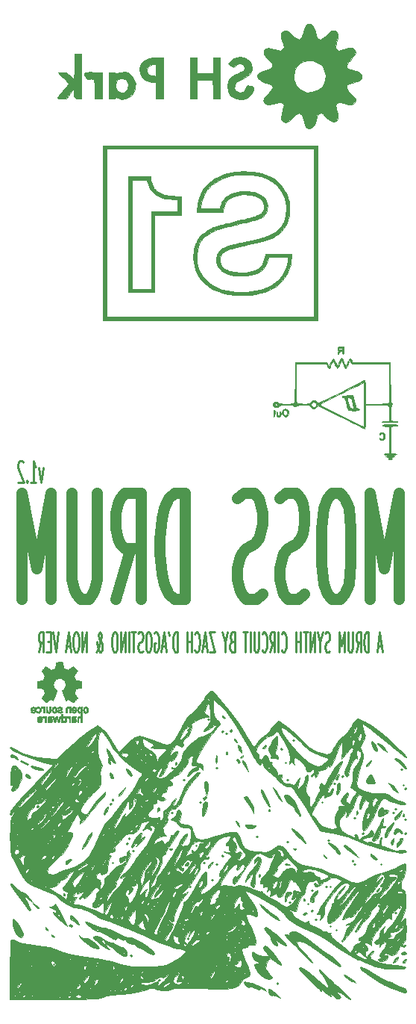
<source format=gbr>
G04 #@! TF.GenerationSoftware,KiCad,Pcbnew,(5.0.0-rc2-dev-311-g1dd4af297)*
G04 #@! TF.CreationDate,2018-04-22T13:53:34-07:00*
G04 #@! TF.ProjectId,workshop_drum1.2,776F726B73686F705F6472756D312E32,rev?*
G04 #@! TF.SameCoordinates,Original*
G04 #@! TF.FileFunction,Legend,Bot*
G04 #@! TF.FilePolarity,Positive*
%FSLAX46Y46*%
G04 Gerber Fmt 4.6, Leading zero omitted, Abs format (unit mm)*
G04 Created by KiCad (PCBNEW (5.0.0-rc2-dev-311-g1dd4af297)) date 04/22/18 13:53:34*
%MOMM*%
%LPD*%
G01*
G04 APERTURE LIST*
%ADD10C,0.225000*%
%ADD11C,0.250000*%
%ADD12C,1.250000*%
%ADD13C,0.010000*%
G04 APERTURE END LIST*
D10*
X167414571Y-110357000D02*
X166986000Y-110357000D01*
X167500285Y-110999857D02*
X167200285Y-108749857D01*
X166900285Y-110999857D01*
X165914571Y-110999857D02*
X165914571Y-108749857D01*
X165700285Y-108749857D01*
X165571714Y-108857000D01*
X165486000Y-109071285D01*
X165443142Y-109285571D01*
X165400285Y-109714142D01*
X165400285Y-110035571D01*
X165443142Y-110464142D01*
X165486000Y-110678428D01*
X165571714Y-110892714D01*
X165700285Y-110999857D01*
X165914571Y-110999857D01*
X164500285Y-110999857D02*
X164800285Y-109928428D01*
X165014571Y-110999857D02*
X165014571Y-108749857D01*
X164671714Y-108749857D01*
X164586000Y-108857000D01*
X164543142Y-108964142D01*
X164500285Y-109178428D01*
X164500285Y-109499857D01*
X164543142Y-109714142D01*
X164586000Y-109821285D01*
X164671714Y-109928428D01*
X165014571Y-109928428D01*
X164114571Y-108749857D02*
X164114571Y-110571285D01*
X164071714Y-110785571D01*
X164028857Y-110892714D01*
X163943142Y-110999857D01*
X163771714Y-110999857D01*
X163686000Y-110892714D01*
X163643142Y-110785571D01*
X163600285Y-110571285D01*
X163600285Y-108749857D01*
X163171714Y-110999857D02*
X163171714Y-108749857D01*
X162871714Y-110357000D01*
X162571714Y-108749857D01*
X162571714Y-110999857D01*
X161500285Y-110892714D02*
X161371714Y-110999857D01*
X161157428Y-110999857D01*
X161071714Y-110892714D01*
X161028857Y-110785571D01*
X160986000Y-110571285D01*
X160986000Y-110357000D01*
X161028857Y-110142714D01*
X161071714Y-110035571D01*
X161157428Y-109928428D01*
X161328857Y-109821285D01*
X161414571Y-109714142D01*
X161457428Y-109607000D01*
X161500285Y-109392714D01*
X161500285Y-109178428D01*
X161457428Y-108964142D01*
X161414571Y-108857000D01*
X161328857Y-108749857D01*
X161114571Y-108749857D01*
X160986000Y-108857000D01*
X160428857Y-109928428D02*
X160428857Y-110999857D01*
X160728857Y-108749857D02*
X160428857Y-109928428D01*
X160128857Y-108749857D01*
X159828857Y-110999857D02*
X159828857Y-108749857D01*
X159314571Y-110999857D01*
X159314571Y-108749857D01*
X159014571Y-108749857D02*
X158500285Y-108749857D01*
X158757428Y-110999857D02*
X158757428Y-108749857D01*
X158200285Y-110999857D02*
X158200285Y-108749857D01*
X158200285Y-109821285D02*
X157686000Y-109821285D01*
X157686000Y-110999857D02*
X157686000Y-108749857D01*
X156057428Y-110785571D02*
X156100285Y-110892714D01*
X156228857Y-110999857D01*
X156314571Y-110999857D01*
X156443142Y-110892714D01*
X156528857Y-110678428D01*
X156571714Y-110464142D01*
X156614571Y-110035571D01*
X156614571Y-109714142D01*
X156571714Y-109285571D01*
X156528857Y-109071285D01*
X156443142Y-108857000D01*
X156314571Y-108749857D01*
X156228857Y-108749857D01*
X156100285Y-108857000D01*
X156057428Y-108964142D01*
X155671714Y-110999857D02*
X155671714Y-108749857D01*
X154728857Y-110999857D02*
X155028857Y-109928428D01*
X155243142Y-110999857D02*
X155243142Y-108749857D01*
X154900285Y-108749857D01*
X154814571Y-108857000D01*
X154771714Y-108964142D01*
X154728857Y-109178428D01*
X154728857Y-109499857D01*
X154771714Y-109714142D01*
X154814571Y-109821285D01*
X154900285Y-109928428D01*
X155243142Y-109928428D01*
X153828857Y-110785571D02*
X153871714Y-110892714D01*
X154000285Y-110999857D01*
X154086000Y-110999857D01*
X154214571Y-110892714D01*
X154300285Y-110678428D01*
X154343142Y-110464142D01*
X154386000Y-110035571D01*
X154386000Y-109714142D01*
X154343142Y-109285571D01*
X154300285Y-109071285D01*
X154214571Y-108857000D01*
X154086000Y-108749857D01*
X154000285Y-108749857D01*
X153871714Y-108857000D01*
X153828857Y-108964142D01*
X153443142Y-108749857D02*
X153443142Y-110571285D01*
X153400285Y-110785571D01*
X153357428Y-110892714D01*
X153271714Y-110999857D01*
X153100285Y-110999857D01*
X153014571Y-110892714D01*
X152971714Y-110785571D01*
X152928857Y-110571285D01*
X152928857Y-108749857D01*
X152500285Y-110999857D02*
X152500285Y-108749857D01*
X152200285Y-108749857D02*
X151686000Y-108749857D01*
X151943142Y-110999857D02*
X151943142Y-108749857D01*
X150400285Y-109821285D02*
X150271714Y-109928428D01*
X150228857Y-110035571D01*
X150186000Y-110249857D01*
X150186000Y-110571285D01*
X150228857Y-110785571D01*
X150271714Y-110892714D01*
X150357428Y-110999857D01*
X150700285Y-110999857D01*
X150700285Y-108749857D01*
X150400285Y-108749857D01*
X150314571Y-108857000D01*
X150271714Y-108964142D01*
X150228857Y-109178428D01*
X150228857Y-109392714D01*
X150271714Y-109607000D01*
X150314571Y-109714142D01*
X150400285Y-109821285D01*
X150700285Y-109821285D01*
X149628857Y-109928428D02*
X149628857Y-110999857D01*
X149928857Y-108749857D02*
X149628857Y-109928428D01*
X149328857Y-108749857D01*
X148428857Y-108749857D02*
X147828857Y-108749857D01*
X148428857Y-110999857D01*
X147828857Y-110999857D01*
X147528857Y-110357000D02*
X147100285Y-110357000D01*
X147614571Y-110999857D02*
X147314571Y-108749857D01*
X147014571Y-110999857D01*
X146200285Y-110785571D02*
X146243142Y-110892714D01*
X146371714Y-110999857D01*
X146457428Y-110999857D01*
X146586000Y-110892714D01*
X146671714Y-110678428D01*
X146714571Y-110464142D01*
X146757428Y-110035571D01*
X146757428Y-109714142D01*
X146714571Y-109285571D01*
X146671714Y-109071285D01*
X146586000Y-108857000D01*
X146457428Y-108749857D01*
X146371714Y-108749857D01*
X146243142Y-108857000D01*
X146200285Y-108964142D01*
X145814571Y-110999857D02*
X145814571Y-108749857D01*
X145814571Y-109821285D02*
X145300285Y-109821285D01*
X145300285Y-110999857D02*
X145300285Y-108749857D01*
X144186000Y-110999857D02*
X144186000Y-108749857D01*
X143971714Y-108749857D01*
X143843142Y-108857000D01*
X143757428Y-109071285D01*
X143714571Y-109285571D01*
X143671714Y-109714142D01*
X143671714Y-110035571D01*
X143714571Y-110464142D01*
X143757428Y-110678428D01*
X143843142Y-110892714D01*
X143971714Y-110999857D01*
X144186000Y-110999857D01*
X143243142Y-108749857D02*
X143328857Y-109178428D01*
X142900285Y-110357000D02*
X142471714Y-110357000D01*
X142986000Y-110999857D02*
X142686000Y-108749857D01*
X142386000Y-110999857D01*
X141614571Y-108857000D02*
X141700285Y-108749857D01*
X141828857Y-108749857D01*
X141957428Y-108857000D01*
X142043142Y-109071285D01*
X142086000Y-109285571D01*
X142128857Y-109714142D01*
X142128857Y-110035571D01*
X142086000Y-110464142D01*
X142043142Y-110678428D01*
X141957428Y-110892714D01*
X141828857Y-110999857D01*
X141743142Y-110999857D01*
X141614571Y-110892714D01*
X141571714Y-110785571D01*
X141571714Y-110035571D01*
X141743142Y-110035571D01*
X141014571Y-108749857D02*
X140843142Y-108749857D01*
X140757428Y-108857000D01*
X140671714Y-109071285D01*
X140628857Y-109499857D01*
X140628857Y-110249857D01*
X140671714Y-110678428D01*
X140757428Y-110892714D01*
X140843142Y-110999857D01*
X141014571Y-110999857D01*
X141100285Y-110892714D01*
X141186000Y-110678428D01*
X141228857Y-110249857D01*
X141228857Y-109499857D01*
X141186000Y-109071285D01*
X141100285Y-108857000D01*
X141014571Y-108749857D01*
X140286000Y-110892714D02*
X140157428Y-110999857D01*
X139943142Y-110999857D01*
X139857428Y-110892714D01*
X139814571Y-110785571D01*
X139771714Y-110571285D01*
X139771714Y-110357000D01*
X139814571Y-110142714D01*
X139857428Y-110035571D01*
X139943142Y-109928428D01*
X140114571Y-109821285D01*
X140200285Y-109714142D01*
X140243142Y-109607000D01*
X140286000Y-109392714D01*
X140286000Y-109178428D01*
X140243142Y-108964142D01*
X140200285Y-108857000D01*
X140114571Y-108749857D01*
X139900285Y-108749857D01*
X139771714Y-108857000D01*
X139514571Y-108749857D02*
X139000285Y-108749857D01*
X139257428Y-110999857D02*
X139257428Y-108749857D01*
X138700285Y-110999857D02*
X138700285Y-108749857D01*
X138271714Y-110999857D02*
X138271714Y-108749857D01*
X137757428Y-110999857D01*
X137757428Y-108749857D01*
X137157428Y-108749857D02*
X136986000Y-108749857D01*
X136900285Y-108857000D01*
X136814571Y-109071285D01*
X136771714Y-109499857D01*
X136771714Y-110249857D01*
X136814571Y-110678428D01*
X136900285Y-110892714D01*
X136986000Y-110999857D01*
X137157428Y-110999857D01*
X137243142Y-110892714D01*
X137328857Y-110678428D01*
X137371714Y-110249857D01*
X137371714Y-109499857D01*
X137328857Y-109071285D01*
X137243142Y-108857000D01*
X137157428Y-108749857D01*
X134971714Y-110999857D02*
X135014571Y-110999857D01*
X135100285Y-110892714D01*
X135228857Y-110571285D01*
X135443142Y-109928428D01*
X135528857Y-109607000D01*
X135571714Y-109285571D01*
X135571714Y-109071285D01*
X135528857Y-108857000D01*
X135443142Y-108749857D01*
X135400285Y-108749857D01*
X135314571Y-108857000D01*
X135271714Y-109071285D01*
X135271714Y-109178428D01*
X135314571Y-109392714D01*
X135357428Y-109499857D01*
X135614571Y-109928428D01*
X135657428Y-110035571D01*
X135700285Y-110249857D01*
X135700285Y-110571285D01*
X135657428Y-110785571D01*
X135614571Y-110892714D01*
X135528857Y-110999857D01*
X135400285Y-110999857D01*
X135314571Y-110892714D01*
X135271714Y-110785571D01*
X135143142Y-110357000D01*
X135100285Y-110035571D01*
X135100285Y-109821285D01*
X133900285Y-110999857D02*
X133900285Y-108749857D01*
X133386000Y-110999857D01*
X133386000Y-108749857D01*
X132786000Y-108749857D02*
X132614571Y-108749857D01*
X132528857Y-108857000D01*
X132443142Y-109071285D01*
X132400285Y-109499857D01*
X132400285Y-110249857D01*
X132443142Y-110678428D01*
X132528857Y-110892714D01*
X132614571Y-110999857D01*
X132786000Y-110999857D01*
X132871714Y-110892714D01*
X132957428Y-110678428D01*
X133000285Y-110249857D01*
X133000285Y-109499857D01*
X132957428Y-109071285D01*
X132871714Y-108857000D01*
X132786000Y-108749857D01*
X132057428Y-110357000D02*
X131628857Y-110357000D01*
X132143142Y-110999857D02*
X131843142Y-108749857D01*
X131543142Y-110999857D01*
X130686000Y-108749857D02*
X130386000Y-110999857D01*
X130086000Y-108749857D01*
X129786000Y-109821285D02*
X129486000Y-109821285D01*
X129357428Y-110999857D02*
X129786000Y-110999857D01*
X129786000Y-108749857D01*
X129357428Y-108749857D01*
X128457428Y-110999857D02*
X128757428Y-109928428D01*
X128971714Y-110999857D02*
X128971714Y-108749857D01*
X128628857Y-108749857D01*
X128543142Y-108857000D01*
X128500285Y-108964142D01*
X128457428Y-109178428D01*
X128457428Y-109499857D01*
X128500285Y-109714142D01*
X128543142Y-109821285D01*
X128628857Y-109928428D01*
X128971714Y-109928428D01*
D11*
X128936571Y-90142285D02*
X128698476Y-91808952D01*
X128460380Y-90142285D01*
X127555619Y-91808952D02*
X128127047Y-91808952D01*
X127841333Y-91808952D02*
X127841333Y-89308952D01*
X127936571Y-89666095D01*
X128031809Y-89904190D01*
X128127047Y-90023238D01*
X127127047Y-91570857D02*
X127079428Y-91689904D01*
X127127047Y-91808952D01*
X127174666Y-91689904D01*
X127127047Y-91570857D01*
X127127047Y-91808952D01*
X126698476Y-89547047D02*
X126650857Y-89428000D01*
X126555619Y-89308952D01*
X126317523Y-89308952D01*
X126222285Y-89428000D01*
X126174666Y-89547047D01*
X126127047Y-89785142D01*
X126127047Y-90023238D01*
X126174666Y-90380380D01*
X126746095Y-91808952D01*
X126127047Y-91808952D01*
D12*
X169364571Y-104996571D02*
X169364571Y-92996571D01*
X167697904Y-101568000D01*
X166031238Y-92996571D01*
X166031238Y-104996571D01*
X162697904Y-92996571D02*
X161745523Y-92996571D01*
X161269333Y-93568000D01*
X160793142Y-94710857D01*
X160555047Y-96996571D01*
X160555047Y-100996571D01*
X160793142Y-103282285D01*
X161269333Y-104425142D01*
X161745523Y-104996571D01*
X162697904Y-104996571D01*
X163174095Y-104425142D01*
X163650285Y-103282285D01*
X163888380Y-100996571D01*
X163888380Y-96996571D01*
X163650285Y-94710857D01*
X163174095Y-93568000D01*
X162697904Y-92996571D01*
X158650285Y-104425142D02*
X157936000Y-104996571D01*
X156745523Y-104996571D01*
X156269333Y-104425142D01*
X156031238Y-103853714D01*
X155793142Y-102710857D01*
X155793142Y-101568000D01*
X156031238Y-100425142D01*
X156269333Y-99853714D01*
X156745523Y-99282285D01*
X157697904Y-98710857D01*
X158174095Y-98139428D01*
X158412190Y-97568000D01*
X158650285Y-96425142D01*
X158650285Y-95282285D01*
X158412190Y-94139428D01*
X158174095Y-93568000D01*
X157697904Y-92996571D01*
X156507428Y-92996571D01*
X155793142Y-93568000D01*
X153888380Y-104425142D02*
X153174095Y-104996571D01*
X151983619Y-104996571D01*
X151507428Y-104425142D01*
X151269333Y-103853714D01*
X151031238Y-102710857D01*
X151031238Y-101568000D01*
X151269333Y-100425142D01*
X151507428Y-99853714D01*
X151983619Y-99282285D01*
X152936000Y-98710857D01*
X153412190Y-98139428D01*
X153650285Y-97568000D01*
X153888380Y-96425142D01*
X153888380Y-95282285D01*
X153650285Y-94139428D01*
X153412190Y-93568000D01*
X152936000Y-92996571D01*
X151745523Y-92996571D01*
X151031238Y-93568000D01*
X145078857Y-104996571D02*
X145078857Y-92996571D01*
X143888380Y-92996571D01*
X143174095Y-93568000D01*
X142697904Y-94710857D01*
X142459809Y-95853714D01*
X142221714Y-98139428D01*
X142221714Y-99853714D01*
X142459809Y-102139428D01*
X142697904Y-103282285D01*
X143174095Y-104425142D01*
X143888380Y-104996571D01*
X145078857Y-104996571D01*
X137221714Y-104996571D02*
X138888380Y-99282285D01*
X140078857Y-104996571D02*
X140078857Y-92996571D01*
X138174095Y-92996571D01*
X137697904Y-93568000D01*
X137459809Y-94139428D01*
X137221714Y-95282285D01*
X137221714Y-96996571D01*
X137459809Y-98139428D01*
X137697904Y-98710857D01*
X138174095Y-99282285D01*
X140078857Y-99282285D01*
X135078857Y-92996571D02*
X135078857Y-102710857D01*
X134840761Y-103853714D01*
X134602666Y-104425142D01*
X134126476Y-104996571D01*
X133174095Y-104996571D01*
X132697904Y-104425142D01*
X132459809Y-103853714D01*
X132221714Y-102710857D01*
X132221714Y-92996571D01*
X129840761Y-104996571D02*
X129840761Y-92996571D01*
X128174095Y-101568000D01*
X126507428Y-92996571D01*
X126507428Y-104996571D01*
D13*
G36*
X132426923Y-118287477D02*
X132361785Y-118297412D01*
X132308407Y-118316375D01*
X132275927Y-118334275D01*
X132250689Y-118353292D01*
X132231720Y-118376789D01*
X132218052Y-118408128D01*
X132208712Y-118450671D01*
X132202731Y-118507781D01*
X132199137Y-118582819D01*
X132196960Y-118679149D01*
X132196572Y-118703725D01*
X132192494Y-118973600D01*
X132269597Y-118973600D01*
X132314251Y-118972140D01*
X132338334Y-118966994D01*
X132346545Y-118957012D01*
X132346700Y-118954736D01*
X132350539Y-118944671D01*
X132365533Y-118948342D01*
X132387975Y-118961039D01*
X132440812Y-118980839D01*
X132505822Y-118987057D01*
X132573794Y-118979816D01*
X132635517Y-118959238D01*
X132638541Y-118957725D01*
X132692985Y-118923154D01*
X132726638Y-118882810D01*
X132743238Y-118830446D01*
X132746750Y-118776750D01*
X132745668Y-118763848D01*
X132613400Y-118763848D01*
X132602108Y-118797664D01*
X132572355Y-118823993D01*
X132530333Y-118841479D01*
X132482229Y-118848767D01*
X132434233Y-118844501D01*
X132392535Y-118827326D01*
X132377873Y-118815427D01*
X132351664Y-118773696D01*
X132346700Y-118739227D01*
X132346700Y-118694200D01*
X132451825Y-118694200D01*
X132523189Y-118697544D01*
X132572287Y-118708246D01*
X132601446Y-118727308D01*
X132612992Y-118755733D01*
X132613400Y-118763848D01*
X132745668Y-118763848D01*
X132741358Y-118712475D01*
X132722420Y-118663399D01*
X132685798Y-118621129D01*
X132659548Y-118599912D01*
X132639305Y-118587795D01*
X132613340Y-118579526D01*
X132576051Y-118574112D01*
X132521834Y-118570564D01*
X132485708Y-118569148D01*
X132346700Y-118564390D01*
X132346700Y-118515715D01*
X132353673Y-118473862D01*
X132376412Y-118446463D01*
X132417647Y-118431640D01*
X132475119Y-118427500D01*
X132529208Y-118431359D01*
X132565902Y-118444035D01*
X132576767Y-118451533D01*
X132595079Y-118464907D01*
X132610324Y-118467584D01*
X132630722Y-118458259D01*
X132660724Y-118438223D01*
X132694067Y-118414724D01*
X132710059Y-118399311D01*
X132712152Y-118385498D01*
X132703800Y-118366803D01*
X132701276Y-118362085D01*
X132672618Y-118332846D01*
X132625044Y-118310090D01*
X132564363Y-118294492D01*
X132496386Y-118286729D01*
X132426923Y-118287477D01*
X132426923Y-118287477D01*
G37*
X132426923Y-118287477D02*
X132361785Y-118297412D01*
X132308407Y-118316375D01*
X132275927Y-118334275D01*
X132250689Y-118353292D01*
X132231720Y-118376789D01*
X132218052Y-118408128D01*
X132208712Y-118450671D01*
X132202731Y-118507781D01*
X132199137Y-118582819D01*
X132196960Y-118679149D01*
X132196572Y-118703725D01*
X132192494Y-118973600D01*
X132269597Y-118973600D01*
X132314251Y-118972140D01*
X132338334Y-118966994D01*
X132346545Y-118957012D01*
X132346700Y-118954736D01*
X132350539Y-118944671D01*
X132365533Y-118948342D01*
X132387975Y-118961039D01*
X132440812Y-118980839D01*
X132505822Y-118987057D01*
X132573794Y-118979816D01*
X132635517Y-118959238D01*
X132638541Y-118957725D01*
X132692985Y-118923154D01*
X132726638Y-118882810D01*
X132743238Y-118830446D01*
X132746750Y-118776750D01*
X132745668Y-118763848D01*
X132613400Y-118763848D01*
X132602108Y-118797664D01*
X132572355Y-118823993D01*
X132530333Y-118841479D01*
X132482229Y-118848767D01*
X132434233Y-118844501D01*
X132392535Y-118827326D01*
X132377873Y-118815427D01*
X132351664Y-118773696D01*
X132346700Y-118739227D01*
X132346700Y-118694200D01*
X132451825Y-118694200D01*
X132523189Y-118697544D01*
X132572287Y-118708246D01*
X132601446Y-118727308D01*
X132612992Y-118755733D01*
X132613400Y-118763848D01*
X132745668Y-118763848D01*
X132741358Y-118712475D01*
X132722420Y-118663399D01*
X132685798Y-118621129D01*
X132659548Y-118599912D01*
X132639305Y-118587795D01*
X132613340Y-118579526D01*
X132576051Y-118574112D01*
X132521834Y-118570564D01*
X132485708Y-118569148D01*
X132346700Y-118564390D01*
X132346700Y-118515715D01*
X132353673Y-118473862D01*
X132376412Y-118446463D01*
X132417647Y-118431640D01*
X132475119Y-118427500D01*
X132529208Y-118431359D01*
X132565902Y-118444035D01*
X132576767Y-118451533D01*
X132595079Y-118464907D01*
X132610324Y-118467584D01*
X132630722Y-118458259D01*
X132660724Y-118438223D01*
X132694067Y-118414724D01*
X132710059Y-118399311D01*
X132712152Y-118385498D01*
X132703800Y-118366803D01*
X132701276Y-118362085D01*
X132672618Y-118332846D01*
X132625044Y-118310090D01*
X132564363Y-118294492D01*
X132496386Y-118286729D01*
X132426923Y-118287477D01*
G36*
X131051300Y-118973600D02*
X131121150Y-118973600D01*
X131161751Y-118972386D01*
X131182893Y-118967416D01*
X131190457Y-118956698D01*
X131191000Y-118949927D01*
X131192732Y-118937045D01*
X131201645Y-118934513D01*
X131223317Y-118942928D01*
X131250303Y-118956277D01*
X131326831Y-118981294D01*
X131407446Y-118981519D01*
X131454771Y-118970395D01*
X131488401Y-118952761D01*
X131525234Y-118923642D01*
X131539570Y-118909181D01*
X131562031Y-118880652D01*
X131578267Y-118849355D01*
X131589037Y-118810963D01*
X131595096Y-118761149D01*
X131597201Y-118695589D01*
X131596462Y-118637557D01*
X131447302Y-118637557D01*
X131442901Y-118698269D01*
X131432623Y-118753381D01*
X131416974Y-118796860D01*
X131396461Y-118822670D01*
X131391293Y-118825399D01*
X131355637Y-118832275D01*
X131310791Y-118831761D01*
X131268952Y-118824724D01*
X131245941Y-118815050D01*
X131223143Y-118785767D01*
X131206577Y-118738518D01*
X131196700Y-118680074D01*
X131193968Y-118617203D01*
X131198837Y-118556675D01*
X131211766Y-118505259D01*
X131223460Y-118481784D01*
X131259057Y-118447674D01*
X131304385Y-118431703D01*
X131352137Y-118433856D01*
X131395007Y-118454119D01*
X131420159Y-118482164D01*
X131436438Y-118523471D01*
X131445316Y-118577280D01*
X131447302Y-118637557D01*
X131596462Y-118637557D01*
X131596110Y-118609957D01*
X131595553Y-118589246D01*
X131593197Y-118521862D01*
X131590006Y-118474314D01*
X131584993Y-118441037D01*
X131577170Y-118416469D01*
X131565553Y-118395044D01*
X131559519Y-118385956D01*
X131510313Y-118332013D01*
X131450626Y-118300175D01*
X131377887Y-118289258D01*
X131351319Y-118289997D01*
X131288663Y-118298707D01*
X131242671Y-118316922D01*
X131231735Y-118324023D01*
X131191000Y-118353029D01*
X131191000Y-118021100D01*
X131051300Y-118021100D01*
X131051300Y-118973600D01*
X131051300Y-118973600D01*
G37*
X131051300Y-118973600D02*
X131121150Y-118973600D01*
X131161751Y-118972386D01*
X131182893Y-118967416D01*
X131190457Y-118956698D01*
X131191000Y-118949927D01*
X131192732Y-118937045D01*
X131201645Y-118934513D01*
X131223317Y-118942928D01*
X131250303Y-118956277D01*
X131326831Y-118981294D01*
X131407446Y-118981519D01*
X131454771Y-118970395D01*
X131488401Y-118952761D01*
X131525234Y-118923642D01*
X131539570Y-118909181D01*
X131562031Y-118880652D01*
X131578267Y-118849355D01*
X131589037Y-118810963D01*
X131595096Y-118761149D01*
X131597201Y-118695589D01*
X131596462Y-118637557D01*
X131447302Y-118637557D01*
X131442901Y-118698269D01*
X131432623Y-118753381D01*
X131416974Y-118796860D01*
X131396461Y-118822670D01*
X131391293Y-118825399D01*
X131355637Y-118832275D01*
X131310791Y-118831761D01*
X131268952Y-118824724D01*
X131245941Y-118815050D01*
X131223143Y-118785767D01*
X131206577Y-118738518D01*
X131196700Y-118680074D01*
X131193968Y-118617203D01*
X131198837Y-118556675D01*
X131211766Y-118505259D01*
X131223460Y-118481784D01*
X131259057Y-118447674D01*
X131304385Y-118431703D01*
X131352137Y-118433856D01*
X131395007Y-118454119D01*
X131420159Y-118482164D01*
X131436438Y-118523471D01*
X131445316Y-118577280D01*
X131447302Y-118637557D01*
X131596462Y-118637557D01*
X131596110Y-118609957D01*
X131595553Y-118589246D01*
X131593197Y-118521862D01*
X131590006Y-118474314D01*
X131584993Y-118441037D01*
X131577170Y-118416469D01*
X131565553Y-118395044D01*
X131559519Y-118385956D01*
X131510313Y-118332013D01*
X131450626Y-118300175D01*
X131377887Y-118289258D01*
X131351319Y-118289997D01*
X131288663Y-118298707D01*
X131242671Y-118316922D01*
X131231735Y-118324023D01*
X131191000Y-118353029D01*
X131191000Y-118021100D01*
X131051300Y-118021100D01*
X131051300Y-118973600D01*
G36*
X129715624Y-118290016D02*
X129632060Y-118298556D01*
X129568668Y-118316509D01*
X129521414Y-118345589D01*
X129486265Y-118387514D01*
X129486226Y-118387577D01*
X129476622Y-118404361D01*
X129469334Y-118422190D01*
X129463965Y-118444830D01*
X129460121Y-118476049D01*
X129457405Y-118519612D01*
X129455421Y-118579287D01*
X129453775Y-118658840D01*
X129453012Y-118703725D01*
X129448574Y-118973600D01*
X129526037Y-118973600D01*
X129570809Y-118972152D01*
X129595006Y-118967046D01*
X129603326Y-118957136D01*
X129603500Y-118954736D01*
X129607339Y-118944671D01*
X129622333Y-118948342D01*
X129644775Y-118961039D01*
X129697613Y-118980831D01*
X129762698Y-118987038D01*
X129830889Y-118979779D01*
X129893050Y-118959176D01*
X129895982Y-118957725D01*
X129956064Y-118915742D01*
X129993831Y-118861671D01*
X130009428Y-118795285D01*
X130009900Y-118779966D01*
X130007456Y-118761595D01*
X129870006Y-118761595D01*
X129859857Y-118802128D01*
X129829514Y-118829281D01*
X129778144Y-118843576D01*
X129735082Y-118846213D01*
X129676784Y-118840375D01*
X129642207Y-118824245D01*
X129619089Y-118791418D01*
X129607378Y-118748045D01*
X129600156Y-118694200D01*
X129706952Y-118694200D01*
X129779199Y-118697557D01*
X129828996Y-118708215D01*
X129858470Y-118727052D01*
X129869747Y-118754947D01*
X129870006Y-118761595D01*
X130007456Y-118761595D01*
X129999898Y-118704796D01*
X129970113Y-118645003D01*
X129922823Y-118602453D01*
X129897148Y-118588955D01*
X129867917Y-118579882D01*
X129828846Y-118574087D01*
X129773646Y-118570422D01*
X129740025Y-118569098D01*
X129603500Y-118564390D01*
X129603500Y-118521345D01*
X129610778Y-118477133D01*
X129634253Y-118447937D01*
X129676389Y-118431989D01*
X129734456Y-118427500D01*
X129785129Y-118429675D01*
X129818218Y-118437367D01*
X129841167Y-118452241D01*
X129856832Y-118465403D01*
X129870457Y-118468351D01*
X129888981Y-118459373D01*
X129919345Y-118436759D01*
X129926469Y-118431214D01*
X129985214Y-118385446D01*
X129957544Y-118355992D01*
X129908135Y-118319119D01*
X129842082Y-118297036D01*
X129757362Y-118289192D01*
X129715624Y-118290016D01*
X129715624Y-118290016D01*
G37*
X129715624Y-118290016D02*
X129632060Y-118298556D01*
X129568668Y-118316509D01*
X129521414Y-118345589D01*
X129486265Y-118387514D01*
X129486226Y-118387577D01*
X129476622Y-118404361D01*
X129469334Y-118422190D01*
X129463965Y-118444830D01*
X129460121Y-118476049D01*
X129457405Y-118519612D01*
X129455421Y-118579287D01*
X129453775Y-118658840D01*
X129453012Y-118703725D01*
X129448574Y-118973600D01*
X129526037Y-118973600D01*
X129570809Y-118972152D01*
X129595006Y-118967046D01*
X129603326Y-118957136D01*
X129603500Y-118954736D01*
X129607339Y-118944671D01*
X129622333Y-118948342D01*
X129644775Y-118961039D01*
X129697613Y-118980831D01*
X129762698Y-118987038D01*
X129830889Y-118979779D01*
X129893050Y-118959176D01*
X129895982Y-118957725D01*
X129956064Y-118915742D01*
X129993831Y-118861671D01*
X130009428Y-118795285D01*
X130009900Y-118779966D01*
X130007456Y-118761595D01*
X129870006Y-118761595D01*
X129859857Y-118802128D01*
X129829514Y-118829281D01*
X129778144Y-118843576D01*
X129735082Y-118846213D01*
X129676784Y-118840375D01*
X129642207Y-118824245D01*
X129619089Y-118791418D01*
X129607378Y-118748045D01*
X129600156Y-118694200D01*
X129706952Y-118694200D01*
X129779199Y-118697557D01*
X129828996Y-118708215D01*
X129858470Y-118727052D01*
X129869747Y-118754947D01*
X129870006Y-118761595D01*
X130007456Y-118761595D01*
X129999898Y-118704796D01*
X129970113Y-118645003D01*
X129922823Y-118602453D01*
X129897148Y-118588955D01*
X129867917Y-118579882D01*
X129828846Y-118574087D01*
X129773646Y-118570422D01*
X129740025Y-118569098D01*
X129603500Y-118564390D01*
X129603500Y-118521345D01*
X129610778Y-118477133D01*
X129634253Y-118447937D01*
X129676389Y-118431989D01*
X129734456Y-118427500D01*
X129785129Y-118429675D01*
X129818218Y-118437367D01*
X129841167Y-118452241D01*
X129856832Y-118465403D01*
X129870457Y-118468351D01*
X129888981Y-118459373D01*
X129919345Y-118436759D01*
X129926469Y-118431214D01*
X129985214Y-118385446D01*
X129957544Y-118355992D01*
X129908135Y-118319119D01*
X129842082Y-118297036D01*
X129757362Y-118289192D01*
X129715624Y-118290016D01*
G36*
X128485773Y-118297211D02*
X128441262Y-118314482D01*
X128382605Y-118353388D01*
X128339858Y-118401833D01*
X128310733Y-118463974D01*
X128292940Y-118543966D01*
X128287434Y-118593649D01*
X128279049Y-118694200D01*
X128716212Y-118694200D01*
X128707960Y-118722775D01*
X128684782Y-118771525D01*
X128649033Y-118813563D01*
X128624376Y-118831250D01*
X128582114Y-118842323D01*
X128529738Y-118840319D01*
X128478052Y-118826571D01*
X128446145Y-118809283D01*
X128409033Y-118781845D01*
X128373314Y-118807280D01*
X128333979Y-118837485D01*
X128315459Y-118860215D01*
X128316594Y-118880729D01*
X128336220Y-118904286D01*
X128349296Y-118916004D01*
X128418384Y-118959658D01*
X128497968Y-118983105D01*
X128582443Y-118985783D01*
X128666208Y-118967132D01*
X128702685Y-118951375D01*
X128762178Y-118913164D01*
X128805529Y-118865322D01*
X128834116Y-118804646D01*
X128849315Y-118727934D01*
X128852506Y-118631984D01*
X128851619Y-118605300D01*
X128848106Y-118567200D01*
X128712727Y-118567200D01*
X128573914Y-118567200D01*
X128517969Y-118566623D01*
X128472811Y-118565060D01*
X128443581Y-118562762D01*
X128435100Y-118560442D01*
X128439547Y-118545333D01*
X128450482Y-118516930D01*
X128452809Y-118511301D01*
X128483704Y-118464621D01*
X128525751Y-118436624D01*
X128573355Y-118426983D01*
X128620922Y-118435366D01*
X128662857Y-118461446D01*
X128693565Y-118504892D01*
X128701138Y-118525925D01*
X128712727Y-118567200D01*
X128848106Y-118567200D01*
X128843604Y-118518389D01*
X128826926Y-118450733D01*
X128799741Y-118397120D01*
X128763188Y-118355081D01*
X128705619Y-118317175D01*
X128634843Y-118294220D01*
X128558885Y-118287228D01*
X128485773Y-118297211D01*
X128485773Y-118297211D01*
G37*
X128485773Y-118297211D02*
X128441262Y-118314482D01*
X128382605Y-118353388D01*
X128339858Y-118401833D01*
X128310733Y-118463974D01*
X128292940Y-118543966D01*
X128287434Y-118593649D01*
X128279049Y-118694200D01*
X128716212Y-118694200D01*
X128707960Y-118722775D01*
X128684782Y-118771525D01*
X128649033Y-118813563D01*
X128624376Y-118831250D01*
X128582114Y-118842323D01*
X128529738Y-118840319D01*
X128478052Y-118826571D01*
X128446145Y-118809283D01*
X128409033Y-118781845D01*
X128373314Y-118807280D01*
X128333979Y-118837485D01*
X128315459Y-118860215D01*
X128316594Y-118880729D01*
X128336220Y-118904286D01*
X128349296Y-118916004D01*
X128418384Y-118959658D01*
X128497968Y-118983105D01*
X128582443Y-118985783D01*
X128666208Y-118967132D01*
X128702685Y-118951375D01*
X128762178Y-118913164D01*
X128805529Y-118865322D01*
X128834116Y-118804646D01*
X128849315Y-118727934D01*
X128852506Y-118631984D01*
X128851619Y-118605300D01*
X128848106Y-118567200D01*
X128712727Y-118567200D01*
X128573914Y-118567200D01*
X128517969Y-118566623D01*
X128472811Y-118565060D01*
X128443581Y-118562762D01*
X128435100Y-118560442D01*
X128439547Y-118545333D01*
X128450482Y-118516930D01*
X128452809Y-118511301D01*
X128483704Y-118464621D01*
X128525751Y-118436624D01*
X128573355Y-118426983D01*
X128620922Y-118435366D01*
X128662857Y-118461446D01*
X128693565Y-118504892D01*
X128701138Y-118525925D01*
X128712727Y-118567200D01*
X128848106Y-118567200D01*
X128843604Y-118518389D01*
X128826926Y-118450733D01*
X128799741Y-118397120D01*
X128763188Y-118355081D01*
X128705619Y-118317175D01*
X128634843Y-118294220D01*
X128558885Y-118287228D01*
X128485773Y-118297211D01*
G36*
X133026564Y-117219666D02*
X132960352Y-117240249D01*
X132910740Y-117276468D01*
X132871492Y-117332954D01*
X132869871Y-117336043D01*
X132858591Y-117359414D01*
X132850781Y-117382054D01*
X132845932Y-117408946D01*
X132843536Y-117445071D01*
X132843086Y-117495413D01*
X132844073Y-117564954D01*
X132844471Y-117585225D01*
X132846313Y-117660711D01*
X132848720Y-117715316D01*
X132852295Y-117753561D01*
X132857639Y-117779965D01*
X132865355Y-117799048D01*
X132874918Y-117813825D01*
X132930388Y-117869882D01*
X132995417Y-117904580D01*
X133065831Y-117917140D01*
X133137454Y-117906780D01*
X133202673Y-117875096D01*
X133248400Y-117844065D01*
X133248400Y-118352215D01*
X133201002Y-118320007D01*
X133164194Y-118299677D01*
X133124449Y-118289982D01*
X133078293Y-118287800D01*
X132998819Y-118297966D01*
X132934070Y-118328005D01*
X132885280Y-118377221D01*
X132868620Y-118405930D01*
X132859487Y-118426700D01*
X132852706Y-118448633D01*
X132847931Y-118475767D01*
X132844819Y-118512140D01*
X132843023Y-118561791D01*
X132842199Y-118628756D01*
X132842001Y-118717074D01*
X132842000Y-118717259D01*
X132842000Y-118973600D01*
X132979233Y-118973600D01*
X132983731Y-118748175D01*
X132985744Y-118664379D01*
X132988235Y-118602050D01*
X132991617Y-118557253D01*
X132996305Y-118526054D01*
X133002712Y-118504519D01*
X133010984Y-118489109D01*
X133050949Y-118449690D01*
X133100291Y-118433321D01*
X133152853Y-118440101D01*
X133181942Y-118451527D01*
X133203995Y-118466361D01*
X133220064Y-118488066D01*
X133231202Y-118520106D01*
X133238461Y-118565946D01*
X133242894Y-118629050D01*
X133245552Y-118712881D01*
X133246254Y-118747571D01*
X133250457Y-118973600D01*
X133388100Y-118973600D01*
X133388100Y-117560717D01*
X133244563Y-117560717D01*
X133240067Y-117627159D01*
X133225321Y-117686838D01*
X133200317Y-117732250D01*
X133196884Y-117736112D01*
X133157099Y-117761045D01*
X133106736Y-117766828D01*
X133053006Y-117752752D01*
X133023392Y-117726372D01*
X133002059Y-117681974D01*
X132989199Y-117625614D01*
X132985004Y-117563352D01*
X132989666Y-117501246D01*
X133003376Y-117445355D01*
X133026326Y-117401735D01*
X133041411Y-117386355D01*
X133089080Y-117363434D01*
X133139601Y-117363655D01*
X133186309Y-117386611D01*
X133196603Y-117395848D01*
X133222824Y-117437559D01*
X133238813Y-117495016D01*
X133244563Y-117560717D01*
X133388100Y-117560717D01*
X133388100Y-117221000D01*
X133318250Y-117221000D01*
X133278266Y-117221793D01*
X133257448Y-117226115D01*
X133249572Y-117236878D01*
X133248400Y-117253671D01*
X133248401Y-117286343D01*
X133214993Y-117260064D01*
X133152997Y-117226964D01*
X133080505Y-117214967D01*
X133026564Y-117219666D01*
X133026564Y-117219666D01*
G37*
X133026564Y-117219666D02*
X132960352Y-117240249D01*
X132910740Y-117276468D01*
X132871492Y-117332954D01*
X132869871Y-117336043D01*
X132858591Y-117359414D01*
X132850781Y-117382054D01*
X132845932Y-117408946D01*
X132843536Y-117445071D01*
X132843086Y-117495413D01*
X132844073Y-117564954D01*
X132844471Y-117585225D01*
X132846313Y-117660711D01*
X132848720Y-117715316D01*
X132852295Y-117753561D01*
X132857639Y-117779965D01*
X132865355Y-117799048D01*
X132874918Y-117813825D01*
X132930388Y-117869882D01*
X132995417Y-117904580D01*
X133065831Y-117917140D01*
X133137454Y-117906780D01*
X133202673Y-117875096D01*
X133248400Y-117844065D01*
X133248400Y-118352215D01*
X133201002Y-118320007D01*
X133164194Y-118299677D01*
X133124449Y-118289982D01*
X133078293Y-118287800D01*
X132998819Y-118297966D01*
X132934070Y-118328005D01*
X132885280Y-118377221D01*
X132868620Y-118405930D01*
X132859487Y-118426700D01*
X132852706Y-118448633D01*
X132847931Y-118475767D01*
X132844819Y-118512140D01*
X132843023Y-118561791D01*
X132842199Y-118628756D01*
X132842001Y-118717074D01*
X132842000Y-118717259D01*
X132842000Y-118973600D01*
X132979233Y-118973600D01*
X132983731Y-118748175D01*
X132985744Y-118664379D01*
X132988235Y-118602050D01*
X132991617Y-118557253D01*
X132996305Y-118526054D01*
X133002712Y-118504519D01*
X133010984Y-118489109D01*
X133050949Y-118449690D01*
X133100291Y-118433321D01*
X133152853Y-118440101D01*
X133181942Y-118451527D01*
X133203995Y-118466361D01*
X133220064Y-118488066D01*
X133231202Y-118520106D01*
X133238461Y-118565946D01*
X133242894Y-118629050D01*
X133245552Y-118712881D01*
X133246254Y-118747571D01*
X133250457Y-118973600D01*
X133388100Y-118973600D01*
X133388100Y-117560717D01*
X133244563Y-117560717D01*
X133240067Y-117627159D01*
X133225321Y-117686838D01*
X133200317Y-117732250D01*
X133196884Y-117736112D01*
X133157099Y-117761045D01*
X133106736Y-117766828D01*
X133053006Y-117752752D01*
X133023392Y-117726372D01*
X133002059Y-117681974D01*
X132989199Y-117625614D01*
X132985004Y-117563352D01*
X132989666Y-117501246D01*
X133003376Y-117445355D01*
X133026326Y-117401735D01*
X133041411Y-117386355D01*
X133089080Y-117363434D01*
X133139601Y-117363655D01*
X133186309Y-117386611D01*
X133196603Y-117395848D01*
X133222824Y-117437559D01*
X133238813Y-117495016D01*
X133244563Y-117560717D01*
X133388100Y-117560717D01*
X133388100Y-117221000D01*
X133318250Y-117221000D01*
X133278266Y-117221793D01*
X133257448Y-117226115D01*
X133249572Y-117236878D01*
X133248400Y-117253671D01*
X133248401Y-117286343D01*
X133214993Y-117260064D01*
X133152997Y-117226964D01*
X133080505Y-117214967D01*
X133026564Y-117219666D01*
G36*
X131944755Y-118288611D02*
X131923930Y-118292952D01*
X131916057Y-118303685D01*
X131914900Y-118319930D01*
X131914900Y-118352060D01*
X131876527Y-118323689D01*
X131831650Y-118302491D01*
X131773190Y-118290636D01*
X131711473Y-118288898D01*
X131656828Y-118298046D01*
X131637486Y-118305823D01*
X131610822Y-118323030D01*
X131597687Y-118338211D01*
X131597400Y-118339963D01*
X131604922Y-118356489D01*
X131624322Y-118385036D01*
X131643113Y-118409161D01*
X131669590Y-118440381D01*
X131687169Y-118454970D01*
X131702855Y-118456097D01*
X131723657Y-118446933D01*
X131725032Y-118446223D01*
X131765781Y-118430246D01*
X131801562Y-118431354D01*
X131840332Y-118447393D01*
X131865430Y-118463700D01*
X131884334Y-118485509D01*
X131897870Y-118516319D01*
X131906862Y-118559629D01*
X131912135Y-118618937D01*
X131914515Y-118697742D01*
X131914900Y-118763642D01*
X131914900Y-118973600D01*
X132054600Y-118973600D01*
X132054600Y-118287800D01*
X131984750Y-118287800D01*
X131944755Y-118288611D01*
X131944755Y-118288611D01*
G37*
X131944755Y-118288611D02*
X131923930Y-118292952D01*
X131916057Y-118303685D01*
X131914900Y-118319930D01*
X131914900Y-118352060D01*
X131876527Y-118323689D01*
X131831650Y-118302491D01*
X131773190Y-118290636D01*
X131711473Y-118288898D01*
X131656828Y-118298046D01*
X131637486Y-118305823D01*
X131610822Y-118323030D01*
X131597687Y-118338211D01*
X131597400Y-118339963D01*
X131604922Y-118356489D01*
X131624322Y-118385036D01*
X131643113Y-118409161D01*
X131669590Y-118440381D01*
X131687169Y-118454970D01*
X131702855Y-118456097D01*
X131723657Y-118446933D01*
X131725032Y-118446223D01*
X131765781Y-118430246D01*
X131801562Y-118431354D01*
X131840332Y-118447393D01*
X131865430Y-118463700D01*
X131884334Y-118485509D01*
X131897870Y-118516319D01*
X131906862Y-118559629D01*
X131912135Y-118618937D01*
X131914515Y-118697742D01*
X131914900Y-118763642D01*
X131914900Y-118973600D01*
X132054600Y-118973600D01*
X132054600Y-118287800D01*
X131984750Y-118287800D01*
X131944755Y-118288611D01*
G36*
X130369668Y-118519422D02*
X130294646Y-118751045D01*
X130231917Y-118519422D01*
X130169187Y-118287800D01*
X130088185Y-118287800D01*
X130042046Y-118289260D01*
X130017986Y-118294089D01*
X130012829Y-118302958D01*
X130013067Y-118303675D01*
X130018178Y-118319044D01*
X130029741Y-118354623D01*
X130046477Y-118406428D01*
X130067108Y-118470474D01*
X130090353Y-118542776D01*
X130114935Y-118619350D01*
X130139574Y-118696211D01*
X130162991Y-118769374D01*
X130183907Y-118834855D01*
X130201044Y-118888668D01*
X130213122Y-118926831D01*
X130214846Y-118932325D01*
X130223850Y-118956182D01*
X130236542Y-118968448D01*
X130260496Y-118972971D01*
X130296146Y-118973600D01*
X130335756Y-118972843D01*
X130357510Y-118967636D01*
X130368950Y-118953574D01*
X130377620Y-118926251D01*
X130377696Y-118925975D01*
X130386088Y-118896733D01*
X130400119Y-118849012D01*
X130418063Y-118788639D01*
X130438192Y-118721445D01*
X130445462Y-118697300D01*
X130500054Y-118516250D01*
X130541636Y-118659200D01*
X130561324Y-118726635D01*
X130581475Y-118795237D01*
X130599305Y-118855547D01*
X130608946Y-118887875D01*
X130634674Y-118973600D01*
X130770880Y-118973600D01*
X130795667Y-118894225D01*
X130807568Y-118856470D01*
X130825490Y-118800058D01*
X130847674Y-118730512D01*
X130872359Y-118653352D01*
X130895919Y-118579900D01*
X130919929Y-118505131D01*
X130941747Y-118437154D01*
X130959997Y-118380261D01*
X130973301Y-118338744D01*
X130980284Y-118316893D01*
X130980448Y-118316375D01*
X130983928Y-118300875D01*
X130978473Y-118292330D01*
X130958951Y-118288685D01*
X130920231Y-118287888D01*
X130909281Y-118287890D01*
X130829050Y-118287980D01*
X130766155Y-118519321D01*
X130703259Y-118750663D01*
X130627969Y-118519231D01*
X130552679Y-118287800D01*
X130444691Y-118287800D01*
X130369668Y-118519422D01*
X130369668Y-118519422D01*
G37*
X130369668Y-118519422D02*
X130294646Y-118751045D01*
X130231917Y-118519422D01*
X130169187Y-118287800D01*
X130088185Y-118287800D01*
X130042046Y-118289260D01*
X130017986Y-118294089D01*
X130012829Y-118302958D01*
X130013067Y-118303675D01*
X130018178Y-118319044D01*
X130029741Y-118354623D01*
X130046477Y-118406428D01*
X130067108Y-118470474D01*
X130090353Y-118542776D01*
X130114935Y-118619350D01*
X130139574Y-118696211D01*
X130162991Y-118769374D01*
X130183907Y-118834855D01*
X130201044Y-118888668D01*
X130213122Y-118926831D01*
X130214846Y-118932325D01*
X130223850Y-118956182D01*
X130236542Y-118968448D01*
X130260496Y-118972971D01*
X130296146Y-118973600D01*
X130335756Y-118972843D01*
X130357510Y-118967636D01*
X130368950Y-118953574D01*
X130377620Y-118926251D01*
X130377696Y-118925975D01*
X130386088Y-118896733D01*
X130400119Y-118849012D01*
X130418063Y-118788639D01*
X130438192Y-118721445D01*
X130445462Y-118697300D01*
X130500054Y-118516250D01*
X130541636Y-118659200D01*
X130561324Y-118726635D01*
X130581475Y-118795237D01*
X130599305Y-118855547D01*
X130608946Y-118887875D01*
X130634674Y-118973600D01*
X130770880Y-118973600D01*
X130795667Y-118894225D01*
X130807568Y-118856470D01*
X130825490Y-118800058D01*
X130847674Y-118730512D01*
X130872359Y-118653352D01*
X130895919Y-118579900D01*
X130919929Y-118505131D01*
X130941747Y-118437154D01*
X130959997Y-118380261D01*
X130973301Y-118338744D01*
X130980284Y-118316893D01*
X130980448Y-118316375D01*
X130983928Y-118300875D01*
X130978473Y-118292330D01*
X130958951Y-118288685D01*
X130920231Y-118287888D01*
X130909281Y-118287890D01*
X130829050Y-118287980D01*
X130766155Y-118519321D01*
X130703259Y-118750663D01*
X130627969Y-118519231D01*
X130552679Y-118287800D01*
X130444691Y-118287800D01*
X130369668Y-118519422D01*
G36*
X129205661Y-118288484D02*
X129182855Y-118292173D01*
X129173522Y-118301321D01*
X129171701Y-118318381D01*
X129171700Y-118319167D01*
X129171700Y-118350534D01*
X129125478Y-118319167D01*
X129084677Y-118297764D01*
X129038510Y-118288745D01*
X129009923Y-118287800D01*
X128964890Y-118291567D01*
X128920050Y-118301353D01*
X128882347Y-118314880D01*
X128858727Y-118329872D01*
X128854200Y-118338845D01*
X128861738Y-118353624D01*
X128880566Y-118379418D01*
X128905005Y-118409437D01*
X128929379Y-118436890D01*
X128948007Y-118454987D01*
X128954274Y-118458524D01*
X128970425Y-118453524D01*
X128998481Y-118442462D01*
X128999282Y-118442125D01*
X129051886Y-118432473D01*
X129101927Y-118447226D01*
X129135181Y-118473598D01*
X129145838Y-118485940D01*
X129153720Y-118499599D01*
X129159329Y-118518482D01*
X129163165Y-118546495D01*
X129165730Y-118587543D01*
X129167525Y-118645534D01*
X129169051Y-118724372D01*
X129169311Y-118739639D01*
X129173271Y-118973600D01*
X129324100Y-118973600D01*
X129324100Y-118287800D01*
X129247900Y-118287800D01*
X129205661Y-118288484D01*
X129205661Y-118288484D01*
G37*
X129205661Y-118288484D02*
X129182855Y-118292173D01*
X129173522Y-118301321D01*
X129171701Y-118318381D01*
X129171700Y-118319167D01*
X129171700Y-118350534D01*
X129125478Y-118319167D01*
X129084677Y-118297764D01*
X129038510Y-118288745D01*
X129009923Y-118287800D01*
X128964890Y-118291567D01*
X128920050Y-118301353D01*
X128882347Y-118314880D01*
X128858727Y-118329872D01*
X128854200Y-118338845D01*
X128861738Y-118353624D01*
X128880566Y-118379418D01*
X128905005Y-118409437D01*
X128929379Y-118436890D01*
X128948007Y-118454987D01*
X128954274Y-118458524D01*
X128970425Y-118453524D01*
X128998481Y-118442462D01*
X128999282Y-118442125D01*
X129051886Y-118432473D01*
X129101927Y-118447226D01*
X129135181Y-118473598D01*
X129145838Y-118485940D01*
X129153720Y-118499599D01*
X129159329Y-118518482D01*
X129163165Y-118546495D01*
X129165730Y-118587543D01*
X129167525Y-118645534D01*
X129169051Y-118724372D01*
X129169311Y-118739639D01*
X129173271Y-118973600D01*
X129324100Y-118973600D01*
X129324100Y-118287800D01*
X129247900Y-118287800D01*
X129205661Y-118288484D01*
G36*
X133696835Y-117226703D02*
X133626605Y-117255924D01*
X133568361Y-117306290D01*
X133547414Y-117333214D01*
X133530946Y-117357941D01*
X133519773Y-117380436D01*
X133512667Y-117406595D01*
X133508398Y-117442316D01*
X133505738Y-117493496D01*
X133504210Y-117540532D01*
X133503699Y-117629182D01*
X133509106Y-117697733D01*
X133521866Y-117751089D01*
X133543414Y-117794151D01*
X133575184Y-117831823D01*
X133594645Y-117849566D01*
X133666111Y-117894824D01*
X133745873Y-117917096D01*
X133830095Y-117915712D01*
X133888166Y-117900842D01*
X133949114Y-117867273D01*
X134002328Y-117816104D01*
X134039935Y-117755132D01*
X134043094Y-117747346D01*
X134052507Y-117715119D01*
X134058056Y-117674871D01*
X134060178Y-117620997D01*
X134059846Y-117592996D01*
X133919572Y-117592996D01*
X133908398Y-117664597D01*
X133882666Y-117718374D01*
X133843091Y-117752931D01*
X133790383Y-117766872D01*
X133781800Y-117767100D01*
X133738188Y-117761650D01*
X133704095Y-117741447D01*
X133693011Y-117731064D01*
X133661191Y-117681543D01*
X133645365Y-117613180D01*
X133645742Y-117527032D01*
X133648124Y-117504968D01*
X133665406Y-117441531D01*
X133696186Y-117396062D01*
X133736011Y-117368562D01*
X133780425Y-117359031D01*
X133824974Y-117367469D01*
X133865205Y-117393875D01*
X133896663Y-117438251D01*
X133914894Y-117500594D01*
X133915477Y-117504968D01*
X133919572Y-117592996D01*
X134059846Y-117592996D01*
X134059309Y-117547893D01*
X134059126Y-117541175D01*
X134056988Y-117475867D01*
X134054070Y-117430088D01*
X134049163Y-117397974D01*
X134041055Y-117373656D01*
X134028534Y-117351269D01*
X134016187Y-117333165D01*
X133962005Y-117273795D01*
X133896964Y-117236128D01*
X133818312Y-117218803D01*
X133781801Y-117217264D01*
X133696835Y-117226703D01*
X133696835Y-117226703D01*
G37*
X133696835Y-117226703D02*
X133626605Y-117255924D01*
X133568361Y-117306290D01*
X133547414Y-117333214D01*
X133530946Y-117357941D01*
X133519773Y-117380436D01*
X133512667Y-117406595D01*
X133508398Y-117442316D01*
X133505738Y-117493496D01*
X133504210Y-117540532D01*
X133503699Y-117629182D01*
X133509106Y-117697733D01*
X133521866Y-117751089D01*
X133543414Y-117794151D01*
X133575184Y-117831823D01*
X133594645Y-117849566D01*
X133666111Y-117894824D01*
X133745873Y-117917096D01*
X133830095Y-117915712D01*
X133888166Y-117900842D01*
X133949114Y-117867273D01*
X134002328Y-117816104D01*
X134039935Y-117755132D01*
X134043094Y-117747346D01*
X134052507Y-117715119D01*
X134058056Y-117674871D01*
X134060178Y-117620997D01*
X134059846Y-117592996D01*
X133919572Y-117592996D01*
X133908398Y-117664597D01*
X133882666Y-117718374D01*
X133843091Y-117752931D01*
X133790383Y-117766872D01*
X133781800Y-117767100D01*
X133738188Y-117761650D01*
X133704095Y-117741447D01*
X133693011Y-117731064D01*
X133661191Y-117681543D01*
X133645365Y-117613180D01*
X133645742Y-117527032D01*
X133648124Y-117504968D01*
X133665406Y-117441531D01*
X133696186Y-117396062D01*
X133736011Y-117368562D01*
X133780425Y-117359031D01*
X133824974Y-117367469D01*
X133865205Y-117393875D01*
X133896663Y-117438251D01*
X133914894Y-117500594D01*
X133915477Y-117504968D01*
X133919572Y-117592996D01*
X134059846Y-117592996D01*
X134059309Y-117547893D01*
X134059126Y-117541175D01*
X134056988Y-117475867D01*
X134054070Y-117430088D01*
X134049163Y-117397974D01*
X134041055Y-117373656D01*
X134028534Y-117351269D01*
X134016187Y-117333165D01*
X133962005Y-117273795D01*
X133896964Y-117236128D01*
X133818312Y-117218803D01*
X133781801Y-117217264D01*
X133696835Y-117226703D01*
G36*
X132400118Y-117221911D02*
X132332566Y-117247136D01*
X132273364Y-117289923D01*
X132226635Y-117350081D01*
X132208164Y-117389389D01*
X132200726Y-117418790D01*
X132193243Y-117464465D01*
X132187163Y-117517334D01*
X132186417Y-117525857D01*
X132177949Y-117627400D01*
X132395675Y-117627400D01*
X132466842Y-117627772D01*
X132528259Y-117628806D01*
X132575818Y-117630374D01*
X132605415Y-117632347D01*
X132613400Y-117634157D01*
X132604683Y-117665999D01*
X132582899Y-117703971D01*
X132554606Y-117738074D01*
X132534790Y-117754074D01*
X132489759Y-117774446D01*
X132445296Y-117777143D01*
X132394004Y-117761930D01*
X132365815Y-117748720D01*
X132323483Y-117730194D01*
X132292713Y-117727458D01*
X132264564Y-117742173D01*
X132232400Y-117773512D01*
X132200650Y-117807657D01*
X132244063Y-117844063D01*
X132315954Y-117888381D01*
X132399485Y-117912864D01*
X132489063Y-117916338D01*
X132545351Y-117907385D01*
X132616277Y-117878031D01*
X132677260Y-117828386D01*
X132711938Y-117781869D01*
X132726801Y-117754968D01*
X132736705Y-117730349D01*
X132742650Y-117701935D01*
X132745635Y-117663649D01*
X132746660Y-117609413D01*
X132746750Y-117570250D01*
X132746181Y-117502474D01*
X132745770Y-117493642D01*
X132613400Y-117493642D01*
X132601556Y-117496357D01*
X132569438Y-117498552D01*
X132522175Y-117499978D01*
X132473700Y-117500400D01*
X132417562Y-117499883D01*
X132372195Y-117498482D01*
X132342724Y-117496421D01*
X132334000Y-117494307D01*
X132338299Y-117479778D01*
X132349061Y-117450748D01*
X132353739Y-117438881D01*
X132383178Y-117394020D01*
X132424461Y-117367390D01*
X132471885Y-117358857D01*
X132519747Y-117368291D01*
X132562341Y-117395558D01*
X132593966Y-117440525D01*
X132595692Y-117444501D01*
X132607396Y-117474209D01*
X132613247Y-117492386D01*
X132613400Y-117493642D01*
X132745770Y-117493642D01*
X132743930Y-117454119D01*
X132739185Y-117419220D01*
X132731136Y-117391813D01*
X132718970Y-117365933D01*
X132718924Y-117365847D01*
X132671426Y-117300418D01*
X132611676Y-117253500D01*
X132543794Y-117224903D01*
X132471901Y-117214436D01*
X132400118Y-117221911D01*
X132400118Y-117221911D01*
G37*
X132400118Y-117221911D02*
X132332566Y-117247136D01*
X132273364Y-117289923D01*
X132226635Y-117350081D01*
X132208164Y-117389389D01*
X132200726Y-117418790D01*
X132193243Y-117464465D01*
X132187163Y-117517334D01*
X132186417Y-117525857D01*
X132177949Y-117627400D01*
X132395675Y-117627400D01*
X132466842Y-117627772D01*
X132528259Y-117628806D01*
X132575818Y-117630374D01*
X132605415Y-117632347D01*
X132613400Y-117634157D01*
X132604683Y-117665999D01*
X132582899Y-117703971D01*
X132554606Y-117738074D01*
X132534790Y-117754074D01*
X132489759Y-117774446D01*
X132445296Y-117777143D01*
X132394004Y-117761930D01*
X132365815Y-117748720D01*
X132323483Y-117730194D01*
X132292713Y-117727458D01*
X132264564Y-117742173D01*
X132232400Y-117773512D01*
X132200650Y-117807657D01*
X132244063Y-117844063D01*
X132315954Y-117888381D01*
X132399485Y-117912864D01*
X132489063Y-117916338D01*
X132545351Y-117907385D01*
X132616277Y-117878031D01*
X132677260Y-117828386D01*
X132711938Y-117781869D01*
X132726801Y-117754968D01*
X132736705Y-117730349D01*
X132742650Y-117701935D01*
X132745635Y-117663649D01*
X132746660Y-117609413D01*
X132746750Y-117570250D01*
X132746181Y-117502474D01*
X132745770Y-117493642D01*
X132613400Y-117493642D01*
X132601556Y-117496357D01*
X132569438Y-117498552D01*
X132522175Y-117499978D01*
X132473700Y-117500400D01*
X132417562Y-117499883D01*
X132372195Y-117498482D01*
X132342724Y-117496421D01*
X132334000Y-117494307D01*
X132338299Y-117479778D01*
X132349061Y-117450748D01*
X132353739Y-117438881D01*
X132383178Y-117394020D01*
X132424461Y-117367390D01*
X132471885Y-117358857D01*
X132519747Y-117368291D01*
X132562341Y-117395558D01*
X132593966Y-117440525D01*
X132595692Y-117444501D01*
X132607396Y-117474209D01*
X132613247Y-117492386D01*
X132613400Y-117493642D01*
X132745770Y-117493642D01*
X132743930Y-117454119D01*
X132739185Y-117419220D01*
X132731136Y-117391813D01*
X132718970Y-117365933D01*
X132718924Y-117365847D01*
X132671426Y-117300418D01*
X132611676Y-117253500D01*
X132543794Y-117224903D01*
X132471901Y-117214436D01*
X132400118Y-117221911D01*
G36*
X130809843Y-117220999D02*
X130736639Y-117233977D01*
X130672458Y-117256027D01*
X130624111Y-117286296D01*
X130615160Y-117295199D01*
X130605781Y-117309709D01*
X130608148Y-117325466D01*
X130624535Y-117349362D01*
X130638682Y-117366501D01*
X130681057Y-117416752D01*
X130742354Y-117388945D01*
X130809065Y-117365338D01*
X130869059Y-117356600D01*
X130918794Y-117362110D01*
X130954727Y-117381243D01*
X130973315Y-117413375D01*
X130975100Y-117429916D01*
X130968613Y-117452039D01*
X130947177Y-117468728D01*
X130907836Y-117481115D01*
X130847631Y-117490333D01*
X130807139Y-117494246D01*
X130721212Y-117509432D01*
X130656238Y-117538871D01*
X130612018Y-117582762D01*
X130588349Y-117641298D01*
X130584750Y-117711113D01*
X130600695Y-117781846D01*
X130637193Y-117837677D01*
X130694527Y-117879004D01*
X130707026Y-117884909D01*
X130766279Y-117902974D01*
X130838533Y-117913278D01*
X130912335Y-117914920D01*
X130976230Y-117906997D01*
X130979034Y-117906315D01*
X131028471Y-117891037D01*
X131071596Y-117869661D01*
X131119151Y-117836613D01*
X131130914Y-117827506D01*
X131178777Y-117789988D01*
X131128984Y-117740194D01*
X131079190Y-117690401D01*
X131012742Y-117731708D01*
X130968501Y-117756367D01*
X130929807Y-117768865D01*
X130883197Y-117773035D01*
X130866815Y-117773232D01*
X130801556Y-117767047D01*
X130758026Y-117748134D01*
X130736376Y-117716580D01*
X130733800Y-117696836D01*
X130737007Y-117674933D01*
X130749316Y-117659084D01*
X130774756Y-117647477D01*
X130817359Y-117638303D01*
X130881156Y-117629751D01*
X130883883Y-117629433D01*
X130974321Y-117613375D01*
X131042195Y-117587939D01*
X131089078Y-117551669D01*
X131116540Y-117503104D01*
X131126152Y-117440787D01*
X131124898Y-117405687D01*
X131111139Y-117339904D01*
X131080079Y-117290262D01*
X131028250Y-117251665D01*
X131015507Y-117245031D01*
X130956086Y-117225673D01*
X130885262Y-117217947D01*
X130809843Y-117220999D01*
X130809843Y-117220999D01*
G37*
X130809843Y-117220999D02*
X130736639Y-117233977D01*
X130672458Y-117256027D01*
X130624111Y-117286296D01*
X130615160Y-117295199D01*
X130605781Y-117309709D01*
X130608148Y-117325466D01*
X130624535Y-117349362D01*
X130638682Y-117366501D01*
X130681057Y-117416752D01*
X130742354Y-117388945D01*
X130809065Y-117365338D01*
X130869059Y-117356600D01*
X130918794Y-117362110D01*
X130954727Y-117381243D01*
X130973315Y-117413375D01*
X130975100Y-117429916D01*
X130968613Y-117452039D01*
X130947177Y-117468728D01*
X130907836Y-117481115D01*
X130847631Y-117490333D01*
X130807139Y-117494246D01*
X130721212Y-117509432D01*
X130656238Y-117538871D01*
X130612018Y-117582762D01*
X130588349Y-117641298D01*
X130584750Y-117711113D01*
X130600695Y-117781846D01*
X130637193Y-117837677D01*
X130694527Y-117879004D01*
X130707026Y-117884909D01*
X130766279Y-117902974D01*
X130838533Y-117913278D01*
X130912335Y-117914920D01*
X130976230Y-117906997D01*
X130979034Y-117906315D01*
X131028471Y-117891037D01*
X131071596Y-117869661D01*
X131119151Y-117836613D01*
X131130914Y-117827506D01*
X131178777Y-117789988D01*
X131128984Y-117740194D01*
X131079190Y-117690401D01*
X131012742Y-117731708D01*
X130968501Y-117756367D01*
X130929807Y-117768865D01*
X130883197Y-117773035D01*
X130866815Y-117773232D01*
X130801556Y-117767047D01*
X130758026Y-117748134D01*
X130736376Y-117716580D01*
X130733800Y-117696836D01*
X130737007Y-117674933D01*
X130749316Y-117659084D01*
X130774756Y-117647477D01*
X130817359Y-117638303D01*
X130881156Y-117629751D01*
X130883883Y-117629433D01*
X130974321Y-117613375D01*
X131042195Y-117587939D01*
X131089078Y-117551669D01*
X131116540Y-117503104D01*
X131126152Y-117440787D01*
X131124898Y-117405687D01*
X131111139Y-117339904D01*
X131080079Y-117290262D01*
X131028250Y-117251665D01*
X131015507Y-117245031D01*
X130956086Y-117225673D01*
X130885262Y-117217947D01*
X130809843Y-117220999D01*
G36*
X130145419Y-117227751D02*
X130071238Y-117259208D01*
X130011474Y-117311324D01*
X129975637Y-117365561D01*
X129963581Y-117402729D01*
X129954447Y-117457740D01*
X129948813Y-117523146D01*
X129947259Y-117591498D01*
X129950364Y-117655346D01*
X129951964Y-117669951D01*
X129971285Y-117743367D01*
X130007667Y-117810024D01*
X130056663Y-117863045D01*
X130091782Y-117886236D01*
X130150998Y-117906491D01*
X130220576Y-117915433D01*
X130288797Y-117912287D01*
X130330696Y-117902029D01*
X130401414Y-117866248D01*
X130453810Y-117816992D01*
X130489406Y-117751893D01*
X130509719Y-117668585D01*
X130514872Y-117615118D01*
X130514156Y-117543762D01*
X130363572Y-117543762D01*
X130361932Y-117628039D01*
X130348480Y-117690911D01*
X130322333Y-117733899D01*
X130282611Y-117758524D01*
X130234695Y-117766240D01*
X130196509Y-117760827D01*
X130164142Y-117749002D01*
X130134604Y-117727234D01*
X130114911Y-117695147D01*
X130103558Y-117648331D01*
X130099046Y-117582375D01*
X130098800Y-117557152D01*
X130099425Y-117503708D01*
X130102502Y-117468409D01*
X130109839Y-117444007D01*
X130123244Y-117423256D01*
X130135859Y-117408525D01*
X130164343Y-117381499D01*
X130193260Y-117369554D01*
X130230820Y-117367050D01*
X130274091Y-117370969D01*
X130305480Y-117385940D01*
X130323937Y-117402258D01*
X130341570Y-117422200D01*
X130352546Y-117443480D01*
X130358832Y-117473119D01*
X130362396Y-117518139D01*
X130363572Y-117543762D01*
X130514156Y-117543762D01*
X130513724Y-117500769D01*
X130496252Y-117405533D01*
X130462564Y-117329564D01*
X130412768Y-117273014D01*
X130346973Y-117236036D01*
X130265288Y-117218784D01*
X130233183Y-117217435D01*
X130145419Y-117227751D01*
X130145419Y-117227751D01*
G37*
X130145419Y-117227751D02*
X130071238Y-117259208D01*
X130011474Y-117311324D01*
X129975637Y-117365561D01*
X129963581Y-117402729D01*
X129954447Y-117457740D01*
X129948813Y-117523146D01*
X129947259Y-117591498D01*
X129950364Y-117655346D01*
X129951964Y-117669951D01*
X129971285Y-117743367D01*
X130007667Y-117810024D01*
X130056663Y-117863045D01*
X130091782Y-117886236D01*
X130150998Y-117906491D01*
X130220576Y-117915433D01*
X130288797Y-117912287D01*
X130330696Y-117902029D01*
X130401414Y-117866248D01*
X130453810Y-117816992D01*
X130489406Y-117751893D01*
X130509719Y-117668585D01*
X130514872Y-117615118D01*
X130514156Y-117543762D01*
X130363572Y-117543762D01*
X130361932Y-117628039D01*
X130348480Y-117690911D01*
X130322333Y-117733899D01*
X130282611Y-117758524D01*
X130234695Y-117766240D01*
X130196509Y-117760827D01*
X130164142Y-117749002D01*
X130134604Y-117727234D01*
X130114911Y-117695147D01*
X130103558Y-117648331D01*
X130099046Y-117582375D01*
X130098800Y-117557152D01*
X130099425Y-117503708D01*
X130102502Y-117468409D01*
X130109839Y-117444007D01*
X130123244Y-117423256D01*
X130135859Y-117408525D01*
X130164343Y-117381499D01*
X130193260Y-117369554D01*
X130230820Y-117367050D01*
X130274091Y-117370969D01*
X130305480Y-117385940D01*
X130323937Y-117402258D01*
X130341570Y-117422200D01*
X130352546Y-117443480D01*
X130358832Y-117473119D01*
X130362396Y-117518139D01*
X130363572Y-117543762D01*
X130514156Y-117543762D01*
X130513724Y-117500769D01*
X130496252Y-117405533D01*
X130462564Y-117329564D01*
X130412768Y-117273014D01*
X130346973Y-117236036D01*
X130265288Y-117218784D01*
X130233183Y-117217435D01*
X130145419Y-117227751D01*
G36*
X129692400Y-117444084D02*
X129691545Y-117534226D01*
X129689070Y-117607036D01*
X129685115Y-117660052D01*
X129679820Y-117690809D01*
X129678214Y-117694909D01*
X129643820Y-117737905D01*
X129598002Y-117762147D01*
X129547137Y-117766294D01*
X129497604Y-117749007D01*
X129480384Y-117736475D01*
X129444750Y-117705851D01*
X129440806Y-117463425D01*
X129436861Y-117221000D01*
X129286000Y-117221000D01*
X129286000Y-117906800D01*
X129362200Y-117906800D01*
X129404980Y-117905773D01*
X129428097Y-117901514D01*
X129437246Y-117892254D01*
X129438400Y-117883127D01*
X129440132Y-117870245D01*
X129449045Y-117867713D01*
X129470717Y-117876128D01*
X129497703Y-117889477D01*
X129572180Y-117914469D01*
X129648845Y-117914432D01*
X129686050Y-117905923D01*
X129741866Y-117877206D01*
X129790955Y-117828519D01*
X129814344Y-117792500D01*
X129822644Y-117774488D01*
X129828966Y-117752617D01*
X129833657Y-117723112D01*
X129837062Y-117682198D01*
X129839526Y-117626100D01*
X129841395Y-117551044D01*
X129842545Y-117484525D01*
X129846640Y-117221000D01*
X129692400Y-117221000D01*
X129692400Y-117444084D01*
X129692400Y-117444084D01*
G37*
X129692400Y-117444084D02*
X129691545Y-117534226D01*
X129689070Y-117607036D01*
X129685115Y-117660052D01*
X129679820Y-117690809D01*
X129678214Y-117694909D01*
X129643820Y-117737905D01*
X129598002Y-117762147D01*
X129547137Y-117766294D01*
X129497604Y-117749007D01*
X129480384Y-117736475D01*
X129444750Y-117705851D01*
X129440806Y-117463425D01*
X129436861Y-117221000D01*
X129286000Y-117221000D01*
X129286000Y-117906800D01*
X129362200Y-117906800D01*
X129404980Y-117905773D01*
X129428097Y-117901514D01*
X129437246Y-117892254D01*
X129438400Y-117883127D01*
X129440132Y-117870245D01*
X129449045Y-117867713D01*
X129470717Y-117876128D01*
X129497703Y-117889477D01*
X129572180Y-117914469D01*
X129648845Y-117914432D01*
X129686050Y-117905923D01*
X129741866Y-117877206D01*
X129790955Y-117828519D01*
X129814344Y-117792500D01*
X129822644Y-117774488D01*
X129828966Y-117752617D01*
X129833657Y-117723112D01*
X129837062Y-117682198D01*
X129839526Y-117626100D01*
X129841395Y-117551044D01*
X129842545Y-117484525D01*
X129846640Y-117221000D01*
X129692400Y-117221000D01*
X129692400Y-117444084D01*
G36*
X128286076Y-117234871D02*
X128246855Y-117252748D01*
X128207059Y-117276419D01*
X128174163Y-117299494D01*
X128160511Y-117311601D01*
X128150010Y-117325841D01*
X128150654Y-117339020D01*
X128165234Y-117357018D01*
X128195104Y-117384436D01*
X128250846Y-117433903D01*
X128286197Y-117404156D01*
X128337272Y-117374914D01*
X128393813Y-117364390D01*
X128449210Y-117371913D01*
X128496852Y-117396816D01*
X128524619Y-117428270D01*
X128549300Y-117488177D01*
X128558793Y-117556125D01*
X128553586Y-117624476D01*
X128534169Y-117685591D01*
X128505459Y-117727580D01*
X128469849Y-117751246D01*
X128418326Y-117763327D01*
X128410958Y-117764109D01*
X128368040Y-117765906D01*
X128337556Y-117759003D01*
X128307165Y-117740301D01*
X128302724Y-117736953D01*
X128273642Y-117716526D01*
X128252689Y-117704950D01*
X128248623Y-117703943D01*
X128234196Y-117712139D01*
X128208323Y-117732805D01*
X128188470Y-117750539D01*
X128138690Y-117796791D01*
X128188470Y-117839172D01*
X128261980Y-117885728D01*
X128345755Y-117911586D01*
X128433434Y-117915250D01*
X128479550Y-117907624D01*
X128558598Y-117877108D01*
X128620908Y-117827910D01*
X128666815Y-117759623D01*
X128696657Y-117671843D01*
X128703001Y-117638752D01*
X128708198Y-117545876D01*
X128695441Y-117454569D01*
X128666204Y-117372641D01*
X128646400Y-117338425D01*
X128592865Y-117280680D01*
X128524971Y-117240360D01*
X128447812Y-117218557D01*
X128366483Y-117216363D01*
X128286076Y-117234871D01*
X128286076Y-117234871D01*
G37*
X128286076Y-117234871D02*
X128246855Y-117252748D01*
X128207059Y-117276419D01*
X128174163Y-117299494D01*
X128160511Y-117311601D01*
X128150010Y-117325841D01*
X128150654Y-117339020D01*
X128165234Y-117357018D01*
X128195104Y-117384436D01*
X128250846Y-117433903D01*
X128286197Y-117404156D01*
X128337272Y-117374914D01*
X128393813Y-117364390D01*
X128449210Y-117371913D01*
X128496852Y-117396816D01*
X128524619Y-117428270D01*
X128549300Y-117488177D01*
X128558793Y-117556125D01*
X128553586Y-117624476D01*
X128534169Y-117685591D01*
X128505459Y-117727580D01*
X128469849Y-117751246D01*
X128418326Y-117763327D01*
X128410958Y-117764109D01*
X128368040Y-117765906D01*
X128337556Y-117759003D01*
X128307165Y-117740301D01*
X128302724Y-117736953D01*
X128273642Y-117716526D01*
X128252689Y-117704950D01*
X128248623Y-117703943D01*
X128234196Y-117712139D01*
X128208323Y-117732805D01*
X128188470Y-117750539D01*
X128138690Y-117796791D01*
X128188470Y-117839172D01*
X128261980Y-117885728D01*
X128345755Y-117911586D01*
X128433434Y-117915250D01*
X128479550Y-117907624D01*
X128558598Y-117877108D01*
X128620908Y-117827910D01*
X128666815Y-117759623D01*
X128696657Y-117671843D01*
X128703001Y-117638752D01*
X128708198Y-117545876D01*
X128695441Y-117454569D01*
X128666204Y-117372641D01*
X128646400Y-117338425D01*
X128592865Y-117280680D01*
X128524971Y-117240360D01*
X128447812Y-117218557D01*
X128366483Y-117216363D01*
X128286076Y-117234871D01*
G36*
X127756025Y-117225194D02*
X127686202Y-117256148D01*
X127640030Y-117293016D01*
X127601257Y-117338267D01*
X127576488Y-117385608D01*
X127563194Y-117442279D01*
X127558842Y-117515524D01*
X127558800Y-117525392D01*
X127558800Y-117627400D01*
X127979612Y-117627400D01*
X127971084Y-117655975D01*
X127942471Y-117714808D01*
X127897691Y-117754215D01*
X127882071Y-117761810D01*
X127841238Y-117775734D01*
X127806502Y-117777552D01*
X127768091Y-117766419D01*
X127730275Y-117748700D01*
X127694375Y-117731217D01*
X127672336Y-117724666D01*
X127655409Y-117728410D01*
X127634920Y-117741757D01*
X127596793Y-117771651D01*
X127579113Y-117794472D01*
X127579732Y-117814745D01*
X127591973Y-117832189D01*
X127640243Y-117869428D01*
X127704818Y-117897101D01*
X127777873Y-117913567D01*
X127851580Y-117917186D01*
X127918114Y-117906316D01*
X127928560Y-117902756D01*
X128001265Y-117865576D01*
X128054244Y-117814783D01*
X128080239Y-117771924D01*
X128104952Y-117699349D01*
X128117638Y-117614236D01*
X128118292Y-117525093D01*
X128114129Y-117494118D01*
X127977900Y-117494118D01*
X127977900Y-117494307D01*
X127966055Y-117496755D01*
X127933938Y-117498734D01*
X127886674Y-117500019D01*
X127838200Y-117500400D01*
X127782063Y-117499827D01*
X127736695Y-117498273D01*
X127707224Y-117495987D01*
X127698500Y-117493642D01*
X127705350Y-117468753D01*
X127722068Y-117434392D01*
X127742906Y-117401117D01*
X127759436Y-117381690D01*
X127797012Y-117362875D01*
X127845319Y-117357627D01*
X127893204Y-117366630D01*
X127906730Y-117372693D01*
X127928475Y-117393171D01*
X127951711Y-117427284D01*
X127970249Y-117464458D01*
X127977900Y-117494118D01*
X128114129Y-117494118D01*
X128106911Y-117440431D01*
X128083491Y-117368757D01*
X128080433Y-117362527D01*
X128034735Y-117298621D01*
X127974678Y-117252182D01*
X127905030Y-117223963D01*
X127830557Y-117214716D01*
X127756025Y-117225194D01*
X127756025Y-117225194D01*
G37*
X127756025Y-117225194D02*
X127686202Y-117256148D01*
X127640030Y-117293016D01*
X127601257Y-117338267D01*
X127576488Y-117385608D01*
X127563194Y-117442279D01*
X127558842Y-117515524D01*
X127558800Y-117525392D01*
X127558800Y-117627400D01*
X127979612Y-117627400D01*
X127971084Y-117655975D01*
X127942471Y-117714808D01*
X127897691Y-117754215D01*
X127882071Y-117761810D01*
X127841238Y-117775734D01*
X127806502Y-117777552D01*
X127768091Y-117766419D01*
X127730275Y-117748700D01*
X127694375Y-117731217D01*
X127672336Y-117724666D01*
X127655409Y-117728410D01*
X127634920Y-117741757D01*
X127596793Y-117771651D01*
X127579113Y-117794472D01*
X127579732Y-117814745D01*
X127591973Y-117832189D01*
X127640243Y-117869428D01*
X127704818Y-117897101D01*
X127777873Y-117913567D01*
X127851580Y-117917186D01*
X127918114Y-117906316D01*
X127928560Y-117902756D01*
X128001265Y-117865576D01*
X128054244Y-117814783D01*
X128080239Y-117771924D01*
X128104952Y-117699349D01*
X128117638Y-117614236D01*
X128118292Y-117525093D01*
X128114129Y-117494118D01*
X127977900Y-117494118D01*
X127977900Y-117494307D01*
X127966055Y-117496755D01*
X127933938Y-117498734D01*
X127886674Y-117500019D01*
X127838200Y-117500400D01*
X127782063Y-117499827D01*
X127736695Y-117498273D01*
X127707224Y-117495987D01*
X127698500Y-117493642D01*
X127705350Y-117468753D01*
X127722068Y-117434392D01*
X127742906Y-117401117D01*
X127759436Y-117381690D01*
X127797012Y-117362875D01*
X127845319Y-117357627D01*
X127893204Y-117366630D01*
X127906730Y-117372693D01*
X127928475Y-117393171D01*
X127951711Y-117427284D01*
X127970249Y-117464458D01*
X127977900Y-117494118D01*
X128114129Y-117494118D01*
X128106911Y-117440431D01*
X128083491Y-117368757D01*
X128080433Y-117362527D01*
X128034735Y-117298621D01*
X127974678Y-117252182D01*
X127905030Y-117223963D01*
X127830557Y-117214716D01*
X127756025Y-117225194D01*
G36*
X131706290Y-117222889D02*
X131638918Y-117249070D01*
X131619438Y-117261494D01*
X131592994Y-117283013D01*
X131572575Y-117307556D01*
X131557426Y-117338565D01*
X131546788Y-117379484D01*
X131539908Y-117433753D01*
X131536027Y-117504817D01*
X131534391Y-117596117D01*
X131534179Y-117649625D01*
X131533900Y-117906800D01*
X131671997Y-117906800D01*
X131675974Y-117679086D01*
X131677634Y-117596748D01*
X131679633Y-117535765D01*
X131682440Y-117492091D01*
X131686525Y-117461681D01*
X131692356Y-117440489D01*
X131700405Y-117424471D01*
X131706567Y-117415561D01*
X131747391Y-117379577D01*
X131796876Y-117365005D01*
X131848639Y-117373203D01*
X131865983Y-117381628D01*
X131890452Y-117399008D01*
X131908893Y-117421224D01*
X131922133Y-117451861D01*
X131931000Y-117494505D01*
X131936321Y-117552742D01*
X131938925Y-117630157D01*
X131939584Y-117700425D01*
X131940300Y-117906800D01*
X132080000Y-117906800D01*
X132080000Y-117221000D01*
X132010150Y-117221000D01*
X131970166Y-117221793D01*
X131949348Y-117226115D01*
X131941472Y-117236878D01*
X131940300Y-117253671D01*
X131940300Y-117286343D01*
X131906893Y-117260064D01*
X131847212Y-117228352D01*
X131778033Y-117215971D01*
X131706290Y-117222889D01*
X131706290Y-117222889D01*
G37*
X131706290Y-117222889D02*
X131638918Y-117249070D01*
X131619438Y-117261494D01*
X131592994Y-117283013D01*
X131572575Y-117307556D01*
X131557426Y-117338565D01*
X131546788Y-117379484D01*
X131539908Y-117433753D01*
X131536027Y-117504817D01*
X131534391Y-117596117D01*
X131534179Y-117649625D01*
X131533900Y-117906800D01*
X131671997Y-117906800D01*
X131675974Y-117679086D01*
X131677634Y-117596748D01*
X131679633Y-117535765D01*
X131682440Y-117492091D01*
X131686525Y-117461681D01*
X131692356Y-117440489D01*
X131700405Y-117424471D01*
X131706567Y-117415561D01*
X131747391Y-117379577D01*
X131796876Y-117365005D01*
X131848639Y-117373203D01*
X131865983Y-117381628D01*
X131890452Y-117399008D01*
X131908893Y-117421224D01*
X131922133Y-117451861D01*
X131931000Y-117494505D01*
X131936321Y-117552742D01*
X131938925Y-117630157D01*
X131939584Y-117700425D01*
X131940300Y-117906800D01*
X132080000Y-117906800D01*
X132080000Y-117221000D01*
X132010150Y-117221000D01*
X131970166Y-117221793D01*
X131949348Y-117226115D01*
X131941472Y-117236878D01*
X131940300Y-117253671D01*
X131940300Y-117286343D01*
X131906893Y-117260064D01*
X131847212Y-117228352D01*
X131778033Y-117215971D01*
X131706290Y-117222889D01*
G36*
X128778287Y-117222358D02*
X128738582Y-117234813D01*
X128706029Y-117251210D01*
X128685996Y-117267990D01*
X128683848Y-117281596D01*
X128685953Y-117283564D01*
X128699006Y-117297082D01*
X128721442Y-117323821D01*
X128737710Y-117344306D01*
X128779313Y-117397762D01*
X128822433Y-117377200D01*
X128875598Y-117364433D01*
X128926069Y-117375701D01*
X128968888Y-117409743D01*
X128973558Y-117415674D01*
X128983209Y-117430482D01*
X128990356Y-117448005D01*
X128995475Y-117472285D01*
X128999040Y-117507367D01*
X129001524Y-117557294D01*
X129003403Y-117626111D01*
X129004454Y-117679094D01*
X129008657Y-117906800D01*
X129146300Y-117906800D01*
X129146300Y-117221000D01*
X129076450Y-117221000D01*
X129036455Y-117221811D01*
X129015630Y-117226152D01*
X129007757Y-117236885D01*
X129006600Y-117253130D01*
X129006600Y-117285260D01*
X128970546Y-117258604D01*
X128907913Y-117227319D01*
X128835696Y-117216236D01*
X128778287Y-117222358D01*
X128778287Y-117222358D01*
G37*
X128778287Y-117222358D02*
X128738582Y-117234813D01*
X128706029Y-117251210D01*
X128685996Y-117267990D01*
X128683848Y-117281596D01*
X128685953Y-117283564D01*
X128699006Y-117297082D01*
X128721442Y-117323821D01*
X128737710Y-117344306D01*
X128779313Y-117397762D01*
X128822433Y-117377200D01*
X128875598Y-117364433D01*
X128926069Y-117375701D01*
X128968888Y-117409743D01*
X128973558Y-117415674D01*
X128983209Y-117430482D01*
X128990356Y-117448005D01*
X128995475Y-117472285D01*
X128999040Y-117507367D01*
X129001524Y-117557294D01*
X129003403Y-117626111D01*
X129004454Y-117679094D01*
X129008657Y-117906800D01*
X129146300Y-117906800D01*
X129146300Y-117221000D01*
X129076450Y-117221000D01*
X129036455Y-117221811D01*
X129015630Y-117226152D01*
X129007757Y-117236885D01*
X129006600Y-117253130D01*
X129006600Y-117285260D01*
X128970546Y-117258604D01*
X128907913Y-117227319D01*
X128835696Y-117216236D01*
X128778287Y-117222358D01*
G36*
X130749280Y-112153551D02*
X130670202Y-112154685D01*
X130598142Y-112156511D01*
X130537150Y-112159017D01*
X130491276Y-112162189D01*
X130464572Y-112166014D01*
X130459562Y-112168323D01*
X130454887Y-112184346D01*
X130446415Y-112221871D01*
X130434856Y-112277404D01*
X130420922Y-112347448D01*
X130405325Y-112428510D01*
X130390882Y-112505674D01*
X130372361Y-112602839D01*
X130355119Y-112687399D01*
X130339779Y-112756626D01*
X130326962Y-112807792D01*
X130317292Y-112838169D01*
X130313446Y-112845118D01*
X130295955Y-112855277D01*
X130259496Y-112872409D01*
X130208821Y-112894592D01*
X130148684Y-112919906D01*
X130083837Y-112946428D01*
X130019032Y-112972239D01*
X129959021Y-112995417D01*
X129908558Y-113014040D01*
X129872396Y-113026189D01*
X129856056Y-113029999D01*
X129840637Y-113023113D01*
X129807316Y-113003725D01*
X129759109Y-112973743D01*
X129699033Y-112935075D01*
X129630104Y-112889630D01*
X129564964Y-112845849D01*
X129490714Y-112796030D01*
X129422624Y-112751324D01*
X129363721Y-112713640D01*
X129317034Y-112684888D01*
X129285589Y-112666977D01*
X129272972Y-112661699D01*
X129258928Y-112670257D01*
X129230064Y-112694020D01*
X129189344Y-112730122D01*
X129139736Y-112775697D01*
X129084206Y-112827881D01*
X129025721Y-112883806D01*
X128967245Y-112940609D01*
X128911746Y-112995422D01*
X128862190Y-113045380D01*
X128821544Y-113087618D01*
X128792772Y-113119270D01*
X128778842Y-113137469D01*
X128778000Y-113139891D01*
X128779259Y-113145634D01*
X128783893Y-113155587D01*
X128793191Y-113171701D01*
X128808443Y-113195925D01*
X128830937Y-113230210D01*
X128861962Y-113276506D01*
X128902807Y-113336762D01*
X128954761Y-113412928D01*
X129019113Y-113506954D01*
X129061482Y-113568774D01*
X129160813Y-113713657D01*
X129057069Y-113955565D01*
X129019450Y-114041225D01*
X128987005Y-114110942D01*
X128960758Y-114162673D01*
X128941735Y-114194375D01*
X128932337Y-114203967D01*
X128914360Y-114208059D01*
X128875136Y-114216067D01*
X128818389Y-114227262D01*
X128747842Y-114240915D01*
X128667221Y-114256295D01*
X128609801Y-114267133D01*
X128525101Y-114283271D01*
X128448536Y-114298277D01*
X128383702Y-114311411D01*
X128334199Y-114321936D01*
X128303625Y-114329110D01*
X128295476Y-114331703D01*
X128291392Y-114346904D01*
X128288032Y-114386104D01*
X128285447Y-114447909D01*
X128283687Y-114530927D01*
X128282801Y-114633766D01*
X128282701Y-114687524D01*
X128282701Y-115035449D01*
X128330325Y-115043998D01*
X128356651Y-115048824D01*
X128403559Y-115057523D01*
X128466669Y-115069280D01*
X128541599Y-115083278D01*
X128623969Y-115098699D01*
X128657317Y-115104952D01*
X128936684Y-115157356D01*
X129034155Y-115398603D01*
X129063752Y-115472838D01*
X129089831Y-115540119D01*
X129110930Y-115596518D01*
X129125585Y-115638109D01*
X129132336Y-115660965D01*
X129132613Y-115663016D01*
X129126007Y-115680120D01*
X129106992Y-115714556D01*
X129077703Y-115762832D01*
X129040276Y-115821457D01*
X128996845Y-115886938D01*
X128985065Y-115904316D01*
X128938379Y-115972879D01*
X128894759Y-116036949D01*
X128856890Y-116092575D01*
X128827462Y-116135811D01*
X128809161Y-116162707D01*
X128807265Y-116165497D01*
X128788754Y-116195732D01*
X128778640Y-116218099D01*
X128778001Y-116221791D01*
X128786805Y-116235167D01*
X128811255Y-116262976D01*
X128848406Y-116302342D01*
X128895314Y-116350391D01*
X128949034Y-116404247D01*
X129006623Y-116461036D01*
X129065135Y-116517881D01*
X129121626Y-116571909D01*
X129173151Y-116620243D01*
X129216767Y-116660009D01*
X129249529Y-116688331D01*
X129268492Y-116702335D01*
X129271131Y-116703320D01*
X129289185Y-116696879D01*
X129323159Y-116678362D01*
X129368360Y-116650531D01*
X129420093Y-116616153D01*
X129425700Y-116612284D01*
X129492729Y-116566108D01*
X129567786Y-116514769D01*
X129640186Y-116465559D01*
X129683611Y-116436252D01*
X129808172Y-116352546D01*
X129935603Y-116420027D01*
X129992308Y-116449392D01*
X130031135Y-116467464D01*
X130056190Y-116475669D01*
X130071580Y-116475433D01*
X130079738Y-116470079D01*
X130089738Y-116453131D01*
X130107317Y-116416695D01*
X130130629Y-116364869D01*
X130157828Y-116301749D01*
X130184891Y-116236750D01*
X130215111Y-116163104D01*
X130252461Y-116072275D01*
X130294350Y-115970550D01*
X130338189Y-115864211D01*
X130381390Y-115759546D01*
X130408223Y-115694610D01*
X130443161Y-115608939D01*
X130474232Y-115530487D01*
X130500255Y-115462426D01*
X130520047Y-115407925D01*
X130532428Y-115370155D01*
X130536214Y-115352287D01*
X130536072Y-115351710D01*
X130522168Y-115336398D01*
X130493247Y-115313617D01*
X130463144Y-115293222D01*
X130351148Y-115208722D01*
X130259674Y-115111182D01*
X130189632Y-115002309D01*
X130141934Y-114883808D01*
X130117490Y-114757384D01*
X130115809Y-114642900D01*
X130136281Y-114509228D01*
X130179020Y-114387128D01*
X130243114Y-114277789D01*
X130327649Y-114182403D01*
X130431710Y-114102160D01*
X130554385Y-114038250D01*
X130591033Y-114023781D01*
X130671535Y-114002477D01*
X130764466Y-113991346D01*
X130860221Y-113990632D01*
X130949193Y-114000577D01*
X131000500Y-114013415D01*
X131128730Y-114067760D01*
X131240877Y-114140387D01*
X131335480Y-114229751D01*
X131411076Y-114334307D01*
X131466201Y-114452510D01*
X131488826Y-114529271D01*
X131506888Y-114658647D01*
X131500533Y-114785633D01*
X131470743Y-114907969D01*
X131418502Y-115023390D01*
X131344792Y-115129636D01*
X131250595Y-115224442D01*
X131157046Y-115293148D01*
X131120857Y-115317971D01*
X131094084Y-115339819D01*
X131083929Y-115351710D01*
X131086784Y-115367381D01*
X131098363Y-115403270D01*
X131117482Y-115456209D01*
X131142959Y-115523029D01*
X131173611Y-115600558D01*
X131208253Y-115685630D01*
X131211965Y-115694610D01*
X131253372Y-115794730D01*
X131297100Y-115900659D01*
X131340562Y-116006113D01*
X131381170Y-116104811D01*
X131416337Y-116190471D01*
X131435284Y-116236750D01*
X131464376Y-116306687D01*
X131491302Y-116369125D01*
X131514217Y-116419964D01*
X131531277Y-116455105D01*
X131540249Y-116470079D01*
X131550847Y-116476075D01*
X131567796Y-116474780D01*
X131595206Y-116464769D01*
X131637183Y-116444615D01*
X131684398Y-116420027D01*
X131811829Y-116352546D01*
X131936390Y-116436252D01*
X132002249Y-116480720D01*
X132077509Y-116531859D01*
X132150700Y-116581865D01*
X132187950Y-116607456D01*
X132238287Y-116642058D01*
X132281530Y-116671638D01*
X132313081Y-116693062D01*
X132328344Y-116703193D01*
X132328360Y-116703203D01*
X132348643Y-116703826D01*
X132366460Y-116696350D01*
X132385877Y-116681127D01*
X132418749Y-116651733D01*
X132462140Y-116611093D01*
X132513116Y-116562133D01*
X132568742Y-116507777D01*
X132626082Y-116450951D01*
X132682202Y-116394579D01*
X132734167Y-116341587D01*
X132779041Y-116294900D01*
X132813889Y-116257443D01*
X132835777Y-116232142D01*
X132842000Y-116222411D01*
X132835060Y-116207418D01*
X132815551Y-116174654D01*
X132785439Y-116127179D01*
X132746694Y-116068051D01*
X132701281Y-116000329D01*
X132664200Y-115945986D01*
X132615085Y-115873859D01*
X132571147Y-115808067D01*
X132534357Y-115751664D01*
X132506685Y-115707703D01*
X132490102Y-115679241D01*
X132486127Y-115669917D01*
X132490567Y-115653319D01*
X132503123Y-115616968D01*
X132522389Y-115564658D01*
X132546960Y-115500186D01*
X132575432Y-115427344D01*
X132583058Y-115408111D01*
X132615663Y-115326347D01*
X132640648Y-115265046D01*
X132659768Y-115221063D01*
X132674775Y-115191256D01*
X132687425Y-115172479D01*
X132699473Y-115161588D01*
X132712671Y-115155441D01*
X132726207Y-115151570D01*
X132747544Y-115146841D01*
X132788438Y-115138536D01*
X132844602Y-115127465D01*
X132911748Y-115114444D01*
X132985591Y-115100284D01*
X133061843Y-115085798D01*
X133136218Y-115071799D01*
X133204430Y-115059102D01*
X133262190Y-115048517D01*
X133305214Y-115040858D01*
X133329213Y-115036939D01*
X133332445Y-115036600D01*
X133334860Y-115024560D01*
X133336604Y-114991065D01*
X133337719Y-114940049D01*
X133338251Y-114875446D01*
X133338244Y-114801190D01*
X133337741Y-114721215D01*
X133336788Y-114639456D01*
X133335428Y-114559848D01*
X133333705Y-114486323D01*
X133331664Y-114422817D01*
X133329349Y-114373264D01*
X133326805Y-114341599D01*
X133324525Y-114331703D01*
X133308924Y-114327237D01*
X133271940Y-114318917D01*
X133217171Y-114307482D01*
X133148217Y-114293672D01*
X133068674Y-114278226D01*
X133010200Y-114267133D01*
X132924937Y-114251006D01*
X132847270Y-114236122D01*
X132780922Y-114223210D01*
X132729618Y-114212999D01*
X132697082Y-114206219D01*
X132687664Y-114203967D01*
X132675231Y-114189951D01*
X132654746Y-114154256D01*
X132627232Y-114098924D01*
X132593717Y-114025997D01*
X132562932Y-113955565D01*
X132459188Y-113713657D01*
X132558519Y-113568774D01*
X132630459Y-113463775D01*
X132689272Y-113377740D01*
X132736247Y-113308723D01*
X132772671Y-113254773D01*
X132799834Y-113213943D01*
X132819024Y-113184284D01*
X132831528Y-113163848D01*
X132838636Y-113150687D01*
X132841635Y-113142852D01*
X132842000Y-113140069D01*
X132833105Y-113126245D01*
X132808402Y-113098179D01*
X132770865Y-113058725D01*
X132723470Y-113010741D01*
X132669192Y-112957083D01*
X132611004Y-112900606D01*
X132551882Y-112844167D01*
X132494800Y-112790622D01*
X132442733Y-112742827D01*
X132398656Y-112703638D01*
X132365543Y-112675911D01*
X132346370Y-112662503D01*
X132343775Y-112661699D01*
X132323262Y-112668674D01*
X132288876Y-112687194D01*
X132247128Y-112713653D01*
X132235518Y-112721635D01*
X132138618Y-112788930D01*
X132048098Y-112850832D01*
X131966179Y-112905886D01*
X131895082Y-112952643D01*
X131837029Y-112989649D01*
X131794240Y-113015451D01*
X131768937Y-113028598D01*
X131763921Y-113030000D01*
X131744724Y-113025277D01*
X131706966Y-113012386D01*
X131655395Y-112993244D01*
X131594762Y-112969766D01*
X131529816Y-112943870D01*
X131465308Y-112917471D01*
X131405988Y-112892486D01*
X131356605Y-112870832D01*
X131321909Y-112854425D01*
X131307152Y-112845715D01*
X131300097Y-112829107D01*
X131289375Y-112790805D01*
X131275751Y-112734128D01*
X131259992Y-112662392D01*
X131242863Y-112578915D01*
X131228331Y-112504030D01*
X131211471Y-112415994D01*
X131195784Y-112336039D01*
X131181975Y-112267607D01*
X131170751Y-112214140D01*
X131162816Y-112179080D01*
X131159054Y-112166082D01*
X131144273Y-112162008D01*
X131108154Y-112158716D01*
X131054750Y-112156195D01*
X130988109Y-112154431D01*
X130912284Y-112153411D01*
X130831324Y-112153122D01*
X130749280Y-112153551D01*
X130749280Y-112153551D01*
G37*
X130749280Y-112153551D02*
X130670202Y-112154685D01*
X130598142Y-112156511D01*
X130537150Y-112159017D01*
X130491276Y-112162189D01*
X130464572Y-112166014D01*
X130459562Y-112168323D01*
X130454887Y-112184346D01*
X130446415Y-112221871D01*
X130434856Y-112277404D01*
X130420922Y-112347448D01*
X130405325Y-112428510D01*
X130390882Y-112505674D01*
X130372361Y-112602839D01*
X130355119Y-112687399D01*
X130339779Y-112756626D01*
X130326962Y-112807792D01*
X130317292Y-112838169D01*
X130313446Y-112845118D01*
X130295955Y-112855277D01*
X130259496Y-112872409D01*
X130208821Y-112894592D01*
X130148684Y-112919906D01*
X130083837Y-112946428D01*
X130019032Y-112972239D01*
X129959021Y-112995417D01*
X129908558Y-113014040D01*
X129872396Y-113026189D01*
X129856056Y-113029999D01*
X129840637Y-113023113D01*
X129807316Y-113003725D01*
X129759109Y-112973743D01*
X129699033Y-112935075D01*
X129630104Y-112889630D01*
X129564964Y-112845849D01*
X129490714Y-112796030D01*
X129422624Y-112751324D01*
X129363721Y-112713640D01*
X129317034Y-112684888D01*
X129285589Y-112666977D01*
X129272972Y-112661699D01*
X129258928Y-112670257D01*
X129230064Y-112694020D01*
X129189344Y-112730122D01*
X129139736Y-112775697D01*
X129084206Y-112827881D01*
X129025721Y-112883806D01*
X128967245Y-112940609D01*
X128911746Y-112995422D01*
X128862190Y-113045380D01*
X128821544Y-113087618D01*
X128792772Y-113119270D01*
X128778842Y-113137469D01*
X128778000Y-113139891D01*
X128779259Y-113145634D01*
X128783893Y-113155587D01*
X128793191Y-113171701D01*
X128808443Y-113195925D01*
X128830937Y-113230210D01*
X128861962Y-113276506D01*
X128902807Y-113336762D01*
X128954761Y-113412928D01*
X129019113Y-113506954D01*
X129061482Y-113568774D01*
X129160813Y-113713657D01*
X129057069Y-113955565D01*
X129019450Y-114041225D01*
X128987005Y-114110942D01*
X128960758Y-114162673D01*
X128941735Y-114194375D01*
X128932337Y-114203967D01*
X128914360Y-114208059D01*
X128875136Y-114216067D01*
X128818389Y-114227262D01*
X128747842Y-114240915D01*
X128667221Y-114256295D01*
X128609801Y-114267133D01*
X128525101Y-114283271D01*
X128448536Y-114298277D01*
X128383702Y-114311411D01*
X128334199Y-114321936D01*
X128303625Y-114329110D01*
X128295476Y-114331703D01*
X128291392Y-114346904D01*
X128288032Y-114386104D01*
X128285447Y-114447909D01*
X128283687Y-114530927D01*
X128282801Y-114633766D01*
X128282701Y-114687524D01*
X128282701Y-115035449D01*
X128330325Y-115043998D01*
X128356651Y-115048824D01*
X128403559Y-115057523D01*
X128466669Y-115069280D01*
X128541599Y-115083278D01*
X128623969Y-115098699D01*
X128657317Y-115104952D01*
X128936684Y-115157356D01*
X129034155Y-115398603D01*
X129063752Y-115472838D01*
X129089831Y-115540119D01*
X129110930Y-115596518D01*
X129125585Y-115638109D01*
X129132336Y-115660965D01*
X129132613Y-115663016D01*
X129126007Y-115680120D01*
X129106992Y-115714556D01*
X129077703Y-115762832D01*
X129040276Y-115821457D01*
X128996845Y-115886938D01*
X128985065Y-115904316D01*
X128938379Y-115972879D01*
X128894759Y-116036949D01*
X128856890Y-116092575D01*
X128827462Y-116135811D01*
X128809161Y-116162707D01*
X128807265Y-116165497D01*
X128788754Y-116195732D01*
X128778640Y-116218099D01*
X128778001Y-116221791D01*
X128786805Y-116235167D01*
X128811255Y-116262976D01*
X128848406Y-116302342D01*
X128895314Y-116350391D01*
X128949034Y-116404247D01*
X129006623Y-116461036D01*
X129065135Y-116517881D01*
X129121626Y-116571909D01*
X129173151Y-116620243D01*
X129216767Y-116660009D01*
X129249529Y-116688331D01*
X129268492Y-116702335D01*
X129271131Y-116703320D01*
X129289185Y-116696879D01*
X129323159Y-116678362D01*
X129368360Y-116650531D01*
X129420093Y-116616153D01*
X129425700Y-116612284D01*
X129492729Y-116566108D01*
X129567786Y-116514769D01*
X129640186Y-116465559D01*
X129683611Y-116436252D01*
X129808172Y-116352546D01*
X129935603Y-116420027D01*
X129992308Y-116449392D01*
X130031135Y-116467464D01*
X130056190Y-116475669D01*
X130071580Y-116475433D01*
X130079738Y-116470079D01*
X130089738Y-116453131D01*
X130107317Y-116416695D01*
X130130629Y-116364869D01*
X130157828Y-116301749D01*
X130184891Y-116236750D01*
X130215111Y-116163104D01*
X130252461Y-116072275D01*
X130294350Y-115970550D01*
X130338189Y-115864211D01*
X130381390Y-115759546D01*
X130408223Y-115694610D01*
X130443161Y-115608939D01*
X130474232Y-115530487D01*
X130500255Y-115462426D01*
X130520047Y-115407925D01*
X130532428Y-115370155D01*
X130536214Y-115352287D01*
X130536072Y-115351710D01*
X130522168Y-115336398D01*
X130493247Y-115313617D01*
X130463144Y-115293222D01*
X130351148Y-115208722D01*
X130259674Y-115111182D01*
X130189632Y-115002309D01*
X130141934Y-114883808D01*
X130117490Y-114757384D01*
X130115809Y-114642900D01*
X130136281Y-114509228D01*
X130179020Y-114387128D01*
X130243114Y-114277789D01*
X130327649Y-114182403D01*
X130431710Y-114102160D01*
X130554385Y-114038250D01*
X130591033Y-114023781D01*
X130671535Y-114002477D01*
X130764466Y-113991346D01*
X130860221Y-113990632D01*
X130949193Y-114000577D01*
X131000500Y-114013415D01*
X131128730Y-114067760D01*
X131240877Y-114140387D01*
X131335480Y-114229751D01*
X131411076Y-114334307D01*
X131466201Y-114452510D01*
X131488826Y-114529271D01*
X131506888Y-114658647D01*
X131500533Y-114785633D01*
X131470743Y-114907969D01*
X131418502Y-115023390D01*
X131344792Y-115129636D01*
X131250595Y-115224442D01*
X131157046Y-115293148D01*
X131120857Y-115317971D01*
X131094084Y-115339819D01*
X131083929Y-115351710D01*
X131086784Y-115367381D01*
X131098363Y-115403270D01*
X131117482Y-115456209D01*
X131142959Y-115523029D01*
X131173611Y-115600558D01*
X131208253Y-115685630D01*
X131211965Y-115694610D01*
X131253372Y-115794730D01*
X131297100Y-115900659D01*
X131340562Y-116006113D01*
X131381170Y-116104811D01*
X131416337Y-116190471D01*
X131435284Y-116236750D01*
X131464376Y-116306687D01*
X131491302Y-116369125D01*
X131514217Y-116419964D01*
X131531277Y-116455105D01*
X131540249Y-116470079D01*
X131550847Y-116476075D01*
X131567796Y-116474780D01*
X131595206Y-116464769D01*
X131637183Y-116444615D01*
X131684398Y-116420027D01*
X131811829Y-116352546D01*
X131936390Y-116436252D01*
X132002249Y-116480720D01*
X132077509Y-116531859D01*
X132150700Y-116581865D01*
X132187950Y-116607456D01*
X132238287Y-116642058D01*
X132281530Y-116671638D01*
X132313081Y-116693062D01*
X132328344Y-116703193D01*
X132328360Y-116703203D01*
X132348643Y-116703826D01*
X132366460Y-116696350D01*
X132385877Y-116681127D01*
X132418749Y-116651733D01*
X132462140Y-116611093D01*
X132513116Y-116562133D01*
X132568742Y-116507777D01*
X132626082Y-116450951D01*
X132682202Y-116394579D01*
X132734167Y-116341587D01*
X132779041Y-116294900D01*
X132813889Y-116257443D01*
X132835777Y-116232142D01*
X132842000Y-116222411D01*
X132835060Y-116207418D01*
X132815551Y-116174654D01*
X132785439Y-116127179D01*
X132746694Y-116068051D01*
X132701281Y-116000329D01*
X132664200Y-115945986D01*
X132615085Y-115873859D01*
X132571147Y-115808067D01*
X132534357Y-115751664D01*
X132506685Y-115707703D01*
X132490102Y-115679241D01*
X132486127Y-115669917D01*
X132490567Y-115653319D01*
X132503123Y-115616968D01*
X132522389Y-115564658D01*
X132546960Y-115500186D01*
X132575432Y-115427344D01*
X132583058Y-115408111D01*
X132615663Y-115326347D01*
X132640648Y-115265046D01*
X132659768Y-115221063D01*
X132674775Y-115191256D01*
X132687425Y-115172479D01*
X132699473Y-115161588D01*
X132712671Y-115155441D01*
X132726207Y-115151570D01*
X132747544Y-115146841D01*
X132788438Y-115138536D01*
X132844602Y-115127465D01*
X132911748Y-115114444D01*
X132985591Y-115100284D01*
X133061843Y-115085798D01*
X133136218Y-115071799D01*
X133204430Y-115059102D01*
X133262190Y-115048517D01*
X133305214Y-115040858D01*
X133329213Y-115036939D01*
X133332445Y-115036600D01*
X133334860Y-115024560D01*
X133336604Y-114991065D01*
X133337719Y-114940049D01*
X133338251Y-114875446D01*
X133338244Y-114801190D01*
X133337741Y-114721215D01*
X133336788Y-114639456D01*
X133335428Y-114559848D01*
X133333705Y-114486323D01*
X133331664Y-114422817D01*
X133329349Y-114373264D01*
X133326805Y-114341599D01*
X133324525Y-114331703D01*
X133308924Y-114327237D01*
X133271940Y-114318917D01*
X133217171Y-114307482D01*
X133148217Y-114293672D01*
X133068674Y-114278226D01*
X133010200Y-114267133D01*
X132924937Y-114251006D01*
X132847270Y-114236122D01*
X132780922Y-114223210D01*
X132729618Y-114212999D01*
X132697082Y-114206219D01*
X132687664Y-114203967D01*
X132675231Y-114189951D01*
X132654746Y-114154256D01*
X132627232Y-114098924D01*
X132593717Y-114025997D01*
X132562932Y-113955565D01*
X132459188Y-113713657D01*
X132558519Y-113568774D01*
X132630459Y-113463775D01*
X132689272Y-113377740D01*
X132736247Y-113308723D01*
X132772671Y-113254773D01*
X132799834Y-113213943D01*
X132819024Y-113184284D01*
X132831528Y-113163848D01*
X132838636Y-113150687D01*
X132841635Y-113142852D01*
X132842000Y-113140069D01*
X132833105Y-113126245D01*
X132808402Y-113098179D01*
X132770865Y-113058725D01*
X132723470Y-113010741D01*
X132669192Y-112957083D01*
X132611004Y-112900606D01*
X132551882Y-112844167D01*
X132494800Y-112790622D01*
X132442733Y-112742827D01*
X132398656Y-112703638D01*
X132365543Y-112675911D01*
X132346370Y-112662503D01*
X132343775Y-112661699D01*
X132323262Y-112668674D01*
X132288876Y-112687194D01*
X132247128Y-112713653D01*
X132235518Y-112721635D01*
X132138618Y-112788930D01*
X132048098Y-112850832D01*
X131966179Y-112905886D01*
X131895082Y-112952643D01*
X131837029Y-112989649D01*
X131794240Y-113015451D01*
X131768937Y-113028598D01*
X131763921Y-113030000D01*
X131744724Y-113025277D01*
X131706966Y-113012386D01*
X131655395Y-112993244D01*
X131594762Y-112969766D01*
X131529816Y-112943870D01*
X131465308Y-112917471D01*
X131405988Y-112892486D01*
X131356605Y-112870832D01*
X131321909Y-112854425D01*
X131307152Y-112845715D01*
X131300097Y-112829107D01*
X131289375Y-112790805D01*
X131275751Y-112734128D01*
X131259992Y-112662392D01*
X131242863Y-112578915D01*
X131228331Y-112504030D01*
X131211471Y-112415994D01*
X131195784Y-112336039D01*
X131181975Y-112267607D01*
X131170751Y-112214140D01*
X131162816Y-112179080D01*
X131159054Y-112166082D01*
X131144273Y-112162008D01*
X131108154Y-112158716D01*
X131054750Y-112156195D01*
X130988109Y-112154431D01*
X130912284Y-112153411D01*
X130831324Y-112153122D01*
X130749280Y-112153551D01*
G36*
X132899623Y-43196528D02*
X132510579Y-43222333D01*
X132511063Y-44597842D01*
X132507535Y-45062603D01*
X132497472Y-45465134D01*
X132482164Y-45776243D01*
X132462905Y-45966739D01*
X132448465Y-46012338D01*
X132361331Y-45977237D01*
X132196887Y-45847020D01*
X132015064Y-45673995D01*
X131800192Y-45465512D01*
X131633298Y-45352583D01*
X131447832Y-45306031D01*
X131177244Y-45296682D01*
X131154372Y-45296667D01*
X130891693Y-45302052D01*
X130713730Y-45316009D01*
X130664000Y-45331052D01*
X130720907Y-45400650D01*
X130874027Y-45560023D01*
X131096964Y-45782153D01*
X131256667Y-45937610D01*
X131509950Y-46188205D01*
X131709230Y-46396925D01*
X131827897Y-46535255D01*
X131849334Y-46572690D01*
X131798731Y-46659209D01*
X131661030Y-46847926D01*
X131457386Y-47110831D01*
X131214334Y-47413333D01*
X130967167Y-47718791D01*
X130764944Y-47973911D01*
X130628667Y-48151828D01*
X130579334Y-48225533D01*
X130656195Y-48243888D01*
X130855595Y-48256390D01*
X131076398Y-48260000D01*
X131573462Y-48260000D01*
X131986564Y-47711775D01*
X132183800Y-47457286D01*
X132343211Y-47265034D01*
X132437572Y-47167422D01*
X132448924Y-47161442D01*
X132474705Y-47236530D01*
X132488158Y-47431686D01*
X132488139Y-47603833D01*
X132487487Y-47933507D01*
X132519178Y-48129024D01*
X132606014Y-48225290D01*
X132770793Y-48257211D01*
X132916726Y-48260000D01*
X133288667Y-48260000D01*
X133288667Y-43170722D01*
X132899623Y-43196528D01*
X132899623Y-43196528D01*
G37*
X132899623Y-43196528D02*
X132510579Y-43222333D01*
X132511063Y-44597842D01*
X132507535Y-45062603D01*
X132497472Y-45465134D01*
X132482164Y-45776243D01*
X132462905Y-45966739D01*
X132448465Y-46012338D01*
X132361331Y-45977237D01*
X132196887Y-45847020D01*
X132015064Y-45673995D01*
X131800192Y-45465512D01*
X131633298Y-45352583D01*
X131447832Y-45306031D01*
X131177244Y-45296682D01*
X131154372Y-45296667D01*
X130891693Y-45302052D01*
X130713730Y-45316009D01*
X130664000Y-45331052D01*
X130720907Y-45400650D01*
X130874027Y-45560023D01*
X131096964Y-45782153D01*
X131256667Y-45937610D01*
X131509950Y-46188205D01*
X131709230Y-46396925D01*
X131827897Y-46535255D01*
X131849334Y-46572690D01*
X131798731Y-46659209D01*
X131661030Y-46847926D01*
X131457386Y-47110831D01*
X131214334Y-47413333D01*
X130967167Y-47718791D01*
X130764944Y-47973911D01*
X130628667Y-48151828D01*
X130579334Y-48225533D01*
X130656195Y-48243888D01*
X130855595Y-48256390D01*
X131076398Y-48260000D01*
X131573462Y-48260000D01*
X131986564Y-47711775D01*
X132183800Y-47457286D01*
X132343211Y-47265034D01*
X132437572Y-47167422D01*
X132448924Y-47161442D01*
X132474705Y-47236530D01*
X132488158Y-47431686D01*
X132488139Y-47603833D01*
X132487487Y-47933507D01*
X132519178Y-48129024D01*
X132606014Y-48225290D01*
X132770793Y-48257211D01*
X132916726Y-48260000D01*
X133288667Y-48260000D01*
X133288667Y-43170722D01*
X132899623Y-43196528D01*
G36*
X133980392Y-45272234D02*
X133765078Y-45330822D01*
X133639573Y-45406188D01*
X133627334Y-45437311D01*
X133662321Y-45527494D01*
X133750349Y-45712593D01*
X133794964Y-45801328D01*
X133907251Y-46002989D01*
X134000772Y-46081142D01*
X134128834Y-46065508D01*
X134214055Y-46034994D01*
X134415894Y-45984209D01*
X134564461Y-46035967D01*
X134639092Y-46097161D01*
X134713717Y-46180130D01*
X134763417Y-46290492D01*
X134793144Y-46461348D01*
X134807853Y-46725801D01*
X134812496Y-47116953D01*
X134812667Y-47257122D01*
X134812667Y-48260000D01*
X135659334Y-48260000D01*
X135659334Y-45284390D01*
X135214834Y-45301712D01*
X134883446Y-45299358D01*
X134562312Y-45273313D01*
X134451423Y-45255829D01*
X134228260Y-45243033D01*
X133980392Y-45272234D01*
X133980392Y-45272234D01*
G37*
X133980392Y-45272234D02*
X133765078Y-45330822D01*
X133639573Y-45406188D01*
X133627334Y-45437311D01*
X133662321Y-45527494D01*
X133750349Y-45712593D01*
X133794964Y-45801328D01*
X133907251Y-46002989D01*
X134000772Y-46081142D01*
X134128834Y-46065508D01*
X134214055Y-46034994D01*
X134415894Y-45984209D01*
X134564461Y-46035967D01*
X134639092Y-46097161D01*
X134713717Y-46180130D01*
X134763417Y-46290492D01*
X134793144Y-46461348D01*
X134807853Y-46725801D01*
X134812496Y-47116953D01*
X134812667Y-47257122D01*
X134812667Y-48260000D01*
X135659334Y-48260000D01*
X135659334Y-45284390D01*
X135214834Y-45301712D01*
X134883446Y-45299358D01*
X134562312Y-45273313D01*
X134451423Y-45255829D01*
X134228260Y-45243033D01*
X133980392Y-45272234D01*
G36*
X141397384Y-43625387D02*
X140963537Y-43698341D01*
X140627181Y-43832384D01*
X140354876Y-44037706D01*
X140279450Y-44116081D01*
X140014045Y-44510111D01*
X139913421Y-44931213D01*
X139973716Y-45397084D01*
X139988760Y-45447825D01*
X140197632Y-45867306D01*
X140523709Y-46165781D01*
X140962276Y-46339758D01*
X141248634Y-46381034D01*
X141755334Y-46417685D01*
X141755334Y-48260000D01*
X142602000Y-48260000D01*
X142602000Y-45727673D01*
X141755334Y-45727673D01*
X141437834Y-45670359D01*
X141185413Y-45611497D01*
X140985769Y-45542915D01*
X140968114Y-45534374D01*
X140792968Y-45359475D01*
X140706511Y-45103482D01*
X140732609Y-44848687D01*
X140886803Y-44599167D01*
X141138877Y-44449624D01*
X141413347Y-44388907D01*
X141755334Y-44343037D01*
X141755334Y-45727673D01*
X142602000Y-45727673D01*
X142602000Y-43603333D01*
X141962159Y-43603333D01*
X141397384Y-43625387D01*
X141397384Y-43625387D01*
G37*
X141397384Y-43625387D02*
X140963537Y-43698341D01*
X140627181Y-43832384D01*
X140354876Y-44037706D01*
X140279450Y-44116081D01*
X140014045Y-44510111D01*
X139913421Y-44931213D01*
X139973716Y-45397084D01*
X139988760Y-45447825D01*
X140197632Y-45867306D01*
X140523709Y-46165781D01*
X140962276Y-46339758D01*
X141248634Y-46381034D01*
X141755334Y-46417685D01*
X141755334Y-48260000D01*
X142602000Y-48260000D01*
X142602000Y-45727673D01*
X141755334Y-45727673D01*
X141437834Y-45670359D01*
X141185413Y-45611497D01*
X140985769Y-45542915D01*
X140968114Y-45534374D01*
X140792968Y-45359475D01*
X140706511Y-45103482D01*
X140732609Y-44848687D01*
X140886803Y-44599167D01*
X141138877Y-44449624D01*
X141413347Y-44388907D01*
X141755334Y-44343037D01*
X141755334Y-45727673D01*
X142602000Y-45727673D01*
X142602000Y-43603333D01*
X141962159Y-43603333D01*
X141397384Y-43625387D01*
G36*
X148274667Y-45381333D02*
X146412000Y-45381333D01*
X146412000Y-43603333D01*
X145650000Y-43603333D01*
X145650000Y-48260000D01*
X146406789Y-48260000D01*
X146430561Y-47222833D01*
X146454334Y-46185667D01*
X148232334Y-46185667D01*
X148256106Y-47222833D01*
X148279879Y-48260000D01*
X148679440Y-48259908D01*
X149079000Y-48259815D01*
X149057858Y-43645667D01*
X148666263Y-43619861D01*
X148274667Y-43594055D01*
X148274667Y-45381333D01*
X148274667Y-45381333D01*
G37*
X148274667Y-45381333D02*
X146412000Y-45381333D01*
X146412000Y-43603333D01*
X145650000Y-43603333D01*
X145650000Y-48260000D01*
X146406789Y-48260000D01*
X146430561Y-47222833D01*
X146454334Y-46185667D01*
X148232334Y-46185667D01*
X148256106Y-47222833D01*
X148279879Y-48260000D01*
X148679440Y-48259908D01*
X149079000Y-48259815D01*
X149057858Y-43645667D01*
X148666263Y-43619861D01*
X148274667Y-43594055D01*
X148274667Y-45381333D01*
G36*
X137749640Y-45278090D02*
X137607591Y-45323191D01*
X137366537Y-45392429D01*
X137220960Y-45398033D01*
X137197445Y-45378744D01*
X137103560Y-45329061D01*
X136899937Y-45299888D01*
X136795278Y-45296667D01*
X136421334Y-45296667D01*
X136421334Y-48260000D01*
X136795278Y-48260000D01*
X137027858Y-48241554D01*
X137176247Y-48195061D01*
X137199139Y-48170252D01*
X137289171Y-48138031D01*
X137481361Y-48212063D01*
X137863184Y-48325329D01*
X138286183Y-48313540D01*
X138580334Y-48224664D01*
X138972149Y-47960753D01*
X139252766Y-47575726D01*
X139396978Y-47153361D01*
X139426396Y-46770912D01*
X138622667Y-46770912D01*
X138560775Y-47144274D01*
X138395475Y-47421615D01*
X138157332Y-47588810D01*
X137876911Y-47631736D01*
X137584778Y-47536268D01*
X137364552Y-47352300D01*
X137242419Y-47183932D01*
X137194521Y-47000892D01*
X137203042Y-46730659D01*
X137205474Y-46704704D01*
X137291970Y-46333889D01*
X137474290Y-46098498D01*
X137764209Y-45986954D01*
X137948568Y-45974000D01*
X138268010Y-46045173D01*
X138491702Y-46249667D01*
X138608191Y-46573940D01*
X138622667Y-46770912D01*
X139426396Y-46770912D01*
X139438609Y-46612137D01*
X139325055Y-46135097D01*
X139053763Y-45713100D01*
X138970181Y-45624259D01*
X138596684Y-45344502D01*
X138194218Y-45230080D01*
X137749640Y-45278090D01*
X137749640Y-45278090D01*
G37*
X137749640Y-45278090D02*
X137607591Y-45323191D01*
X137366537Y-45392429D01*
X137220960Y-45398033D01*
X137197445Y-45378744D01*
X137103560Y-45329061D01*
X136899937Y-45299888D01*
X136795278Y-45296667D01*
X136421334Y-45296667D01*
X136421334Y-48260000D01*
X136795278Y-48260000D01*
X137027858Y-48241554D01*
X137176247Y-48195061D01*
X137199139Y-48170252D01*
X137289171Y-48138031D01*
X137481361Y-48212063D01*
X137863184Y-48325329D01*
X138286183Y-48313540D01*
X138580334Y-48224664D01*
X138972149Y-47960753D01*
X139252766Y-47575726D01*
X139396978Y-47153361D01*
X139426396Y-46770912D01*
X138622667Y-46770912D01*
X138560775Y-47144274D01*
X138395475Y-47421615D01*
X138157332Y-47588810D01*
X137876911Y-47631736D01*
X137584778Y-47536268D01*
X137364552Y-47352300D01*
X137242419Y-47183932D01*
X137194521Y-47000892D01*
X137203042Y-46730659D01*
X137205474Y-46704704D01*
X137291970Y-46333889D01*
X137474290Y-46098498D01*
X137764209Y-45986954D01*
X137948568Y-45974000D01*
X138268010Y-46045173D01*
X138491702Y-46249667D01*
X138608191Y-46573940D01*
X138622667Y-46770912D01*
X139426396Y-46770912D01*
X139438609Y-46612137D01*
X139325055Y-46135097D01*
X139053763Y-45713100D01*
X138970181Y-45624259D01*
X138596684Y-45344502D01*
X138194218Y-45230080D01*
X137749640Y-45278090D01*
G36*
X150905930Y-43594971D02*
X150510002Y-43771831D01*
X150304425Y-43934414D01*
X150118043Y-44124789D01*
X149996238Y-44274294D01*
X149968830Y-44331057D01*
X150036228Y-44417181D01*
X150203803Y-44539919D01*
X150274353Y-44582464D01*
X150579046Y-44757262D01*
X150827249Y-44509059D01*
X151019696Y-44347030D01*
X151191461Y-44297047D01*
X151339157Y-44313598D01*
X151633549Y-44411341D01*
X151788708Y-44572598D01*
X151830667Y-44801384D01*
X151817756Y-44924187D01*
X151759531Y-45024662D01*
X151626756Y-45126994D01*
X151390196Y-45255365D01*
X151127355Y-45383147D01*
X150778936Y-45565128D01*
X150461273Y-45758458D01*
X150227432Y-45929939D01*
X150174855Y-45979023D01*
X150044749Y-46129280D01*
X149969940Y-46275882D01*
X149935343Y-46472299D01*
X149925876Y-46771999D01*
X149925667Y-46862351D01*
X149953625Y-47310901D01*
X150053107Y-47641179D01*
X150247523Y-47897267D01*
X150560284Y-48123249D01*
X150610961Y-48152774D01*
X150929743Y-48273857D01*
X151316841Y-48336602D01*
X151692709Y-48333031D01*
X151915334Y-48283577D01*
X152267408Y-48075519D01*
X152568404Y-47758906D01*
X152679251Y-47578909D01*
X152816015Y-47241281D01*
X152830565Y-47007853D01*
X152722737Y-46884543D01*
X152698500Y-46876575D01*
X152389861Y-46797007D01*
X152204240Y-46772584D01*
X152101590Y-46812810D01*
X152041862Y-46927191D01*
X152008596Y-47040332D01*
X151860858Y-47358480D01*
X151626476Y-47534604D01*
X151362673Y-47579974D01*
X151036421Y-47512115D01*
X150801826Y-47324385D01*
X150682633Y-47052031D01*
X150702584Y-46730299D01*
X150732706Y-46644801D01*
X150833299Y-46497668D01*
X151029196Y-46340789D01*
X151346033Y-46155614D01*
X151563086Y-46043984D01*
X152052081Y-45768144D01*
X152389466Y-45498496D01*
X152591274Y-45217346D01*
X152673538Y-44907002D01*
X152677334Y-44814275D01*
X152603256Y-44394907D01*
X152400921Y-44047244D01*
X152100174Y-43782352D01*
X151730863Y-43611298D01*
X151322832Y-43545149D01*
X150905930Y-43594971D01*
X150905930Y-43594971D01*
G37*
X150905930Y-43594971D02*
X150510002Y-43771831D01*
X150304425Y-43934414D01*
X150118043Y-44124789D01*
X149996238Y-44274294D01*
X149968830Y-44331057D01*
X150036228Y-44417181D01*
X150203803Y-44539919D01*
X150274353Y-44582464D01*
X150579046Y-44757262D01*
X150827249Y-44509059D01*
X151019696Y-44347030D01*
X151191461Y-44297047D01*
X151339157Y-44313598D01*
X151633549Y-44411341D01*
X151788708Y-44572598D01*
X151830667Y-44801384D01*
X151817756Y-44924187D01*
X151759531Y-45024662D01*
X151626756Y-45126994D01*
X151390196Y-45255365D01*
X151127355Y-45383147D01*
X150778936Y-45565128D01*
X150461273Y-45758458D01*
X150227432Y-45929939D01*
X150174855Y-45979023D01*
X150044749Y-46129280D01*
X149969940Y-46275882D01*
X149935343Y-46472299D01*
X149925876Y-46771999D01*
X149925667Y-46862351D01*
X149953625Y-47310901D01*
X150053107Y-47641179D01*
X150247523Y-47897267D01*
X150560284Y-48123249D01*
X150610961Y-48152774D01*
X150929743Y-48273857D01*
X151316841Y-48336602D01*
X151692709Y-48333031D01*
X151915334Y-48283577D01*
X152267408Y-48075519D01*
X152568404Y-47758906D01*
X152679251Y-47578909D01*
X152816015Y-47241281D01*
X152830565Y-47007853D01*
X152722737Y-46884543D01*
X152698500Y-46876575D01*
X152389861Y-46797007D01*
X152204240Y-46772584D01*
X152101590Y-46812810D01*
X152041862Y-46927191D01*
X152008596Y-47040332D01*
X151860858Y-47358480D01*
X151626476Y-47534604D01*
X151362673Y-47579974D01*
X151036421Y-47512115D01*
X150801826Y-47324385D01*
X150682633Y-47052031D01*
X150702584Y-46730299D01*
X150732706Y-46644801D01*
X150833299Y-46497668D01*
X151029196Y-46340789D01*
X151346033Y-46155614D01*
X151563086Y-46043984D01*
X152052081Y-45768144D01*
X152389466Y-45498496D01*
X152591274Y-45217346D01*
X152673538Y-44907002D01*
X152677334Y-44814275D01*
X152603256Y-44394907D01*
X152400921Y-44047244D01*
X152100174Y-43782352D01*
X151730863Y-43611298D01*
X151322832Y-43545149D01*
X150905930Y-43594971D01*
G36*
X159089737Y-39838324D02*
X159075677Y-39841724D01*
X158903006Y-39926088D01*
X158758623Y-40099744D01*
X158628286Y-40387770D01*
X158497752Y-40815246D01*
X158476081Y-40897547D01*
X158357076Y-41271885D01*
X158221650Y-41496822D01*
X158052493Y-41574767D01*
X157832293Y-41508129D01*
X157543739Y-41299318D01*
X157285020Y-41063333D01*
X156921479Y-40750623D01*
X156624987Y-40581584D01*
X156380649Y-40551703D01*
X156173566Y-40656465D01*
X156119456Y-40710167D01*
X156023162Y-40861542D01*
X155988070Y-41058270D01*
X156014904Y-41334103D01*
X156104393Y-41722789D01*
X156144419Y-41869499D01*
X156309504Y-42460333D01*
X156123252Y-42648060D01*
X155937000Y-42835786D01*
X155266654Y-42663607D01*
X154826137Y-42566616D01*
X154509638Y-42541246D01*
X154286261Y-42590740D01*
X154125112Y-42718343D01*
X154073155Y-42788916D01*
X153997333Y-42967189D01*
X154015148Y-43156503D01*
X154138307Y-43382255D01*
X154378517Y-43669845D01*
X154571716Y-43870588D01*
X154811648Y-44121020D01*
X154948618Y-44295603D01*
X155004751Y-44432618D01*
X155002173Y-44570349D01*
X154995923Y-44604554D01*
X154902054Y-44817784D01*
X154721291Y-44914172D01*
X154167829Y-45062123D01*
X153764534Y-45203218D01*
X153493129Y-45347953D01*
X153335340Y-45506823D01*
X153272891Y-45690322D01*
X153270000Y-45747575D01*
X153347735Y-45989297D01*
X153583315Y-46196608D01*
X153980305Y-46372017D01*
X154280216Y-46458697D01*
X154607639Y-46547587D01*
X154807910Y-46625991D01*
X154920101Y-46715724D01*
X154983282Y-46838608D01*
X154988659Y-46854310D01*
X155018357Y-46984804D01*
X154994847Y-47104404D01*
X154897741Y-47250845D01*
X154706653Y-47461860D01*
X154601905Y-47570163D01*
X154294840Y-47898826D01*
X154101516Y-48146144D01*
X154006523Y-48340288D01*
X153994451Y-48509431D01*
X154025503Y-48623909D01*
X154144745Y-48810067D01*
X154341842Y-48912385D01*
X154636925Y-48933316D01*
X155050128Y-48875311D01*
X155407883Y-48792279D01*
X155709424Y-48717766D01*
X155894284Y-48687995D01*
X156009600Y-48704849D01*
X156102510Y-48770207D01*
X156155756Y-48822125D01*
X156332079Y-48998448D01*
X156155706Y-49569476D01*
X156032738Y-50025569D01*
X155988702Y-50361166D01*
X156023432Y-50605491D01*
X156136761Y-50787772D01*
X156148667Y-50800000D01*
X156319317Y-50928333D01*
X156500533Y-50962201D01*
X156714214Y-50892904D01*
X156982258Y-50711743D01*
X157326561Y-50410017D01*
X157467274Y-50276117D01*
X157700518Y-50059411D01*
X157857874Y-49945105D01*
X157979900Y-49912665D01*
X158107158Y-49941553D01*
X158119177Y-49946050D01*
X158290552Y-50063420D01*
X158403968Y-50286262D01*
X158435166Y-50394116D01*
X158570583Y-50885831D01*
X158691697Y-51233504D01*
X158812559Y-51460037D01*
X158947219Y-51588329D01*
X159109727Y-51641283D01*
X159203644Y-51646667D01*
X159463953Y-51564957D01*
X159613568Y-51423947D01*
X159701751Y-51299208D01*
X159774647Y-51155041D01*
X159845909Y-50953698D01*
X159929190Y-50657432D01*
X160020879Y-50297759D01*
X160129688Y-50056787D01*
X160326630Y-49929474D01*
X160331198Y-49927934D01*
X160456811Y-49898975D01*
X160573015Y-49920007D01*
X160714841Y-50010898D01*
X160917323Y-50191516D01*
X161089308Y-50357881D01*
X161425872Y-50668600D01*
X161685327Y-50857048D01*
X161894216Y-50934856D01*
X162079083Y-50913655D01*
X162206479Y-50847403D01*
X162348880Y-50693804D01*
X162410507Y-50458326D01*
X162392671Y-50118784D01*
X162296684Y-49652993D01*
X162280771Y-49590627D01*
X162210068Y-49279056D01*
X162194714Y-49073560D01*
X162232608Y-48920924D01*
X162252745Y-48879906D01*
X162361841Y-48746883D01*
X162525240Y-48694025D01*
X162776449Y-48718698D01*
X163125957Y-48811250D01*
X163616558Y-48922446D01*
X163992961Y-48925391D01*
X164248179Y-48820448D01*
X164314200Y-48749161D01*
X164412144Y-48568062D01*
X164425225Y-48394264D01*
X164341717Y-48197512D01*
X164149894Y-47947551D01*
X163898388Y-47676307D01*
X163640429Y-47403054D01*
X163484158Y-47214466D01*
X163409799Y-47077227D01*
X163397576Y-46958017D01*
X163416295Y-46864092D01*
X163465838Y-46734297D01*
X163556418Y-46643250D01*
X163726600Y-46568675D01*
X164014950Y-46488297D01*
X164106149Y-46465637D01*
X164547406Y-46344159D01*
X164844988Y-46224849D01*
X165023492Y-46090969D01*
X165107517Y-45925780D01*
X165123334Y-45773504D01*
X165104865Y-45642019D01*
X161045869Y-45642019D01*
X161005214Y-46133869D01*
X160883486Y-46480477D01*
X160699193Y-46834229D01*
X160497192Y-47078737D01*
X160222693Y-47269984D01*
X160001000Y-47382173D01*
X159470897Y-47549889D01*
X158945834Y-47560795D01*
X158537781Y-47451175D01*
X158080903Y-47171611D01*
X157708287Y-46760904D01*
X157571473Y-46531676D01*
X157439585Y-46112803D01*
X157418433Y-45632454D01*
X157503077Y-45152815D01*
X157688577Y-44736070D01*
X157717562Y-44692982D01*
X158074515Y-44320493D01*
X158516048Y-44067145D01*
X159005704Y-43940635D01*
X159507032Y-43948657D01*
X159983576Y-44098906D01*
X160132591Y-44183188D01*
X160470214Y-44422498D01*
X160695221Y-44651526D01*
X160852260Y-44922776D01*
X160930105Y-45121015D01*
X161045869Y-45642019D01*
X165104865Y-45642019D01*
X165092254Y-45552247D01*
X164981833Y-45382239D01*
X164766301Y-45243097D01*
X164419887Y-45114435D01*
X164214332Y-45054498D01*
X163860531Y-44954443D01*
X163636944Y-44879567D01*
X163510427Y-44810462D01*
X163447837Y-44727722D01*
X163416030Y-44611939D01*
X163410592Y-44583870D01*
X163415719Y-44444593D01*
X163499277Y-44285400D01*
X163682812Y-44072016D01*
X163819243Y-43933860D01*
X164155603Y-43568797D01*
X164353582Y-43268326D01*
X164422334Y-43013937D01*
X164378609Y-42803103D01*
X164232584Y-42627258D01*
X163988556Y-42546350D01*
X163631630Y-42558798D01*
X163146912Y-42663023D01*
X163121922Y-42669827D01*
X162468732Y-42849027D01*
X162296427Y-42676723D01*
X162206584Y-42576898D01*
X162167880Y-42477126D01*
X162178461Y-42328865D01*
X162236473Y-42083573D01*
X162269061Y-41960479D01*
X162383150Y-41413769D01*
X162397446Y-41002494D01*
X162311592Y-40725028D01*
X162125232Y-40579744D01*
X161961125Y-40555333D01*
X161763952Y-40595016D01*
X161529758Y-40724750D01*
X161234141Y-40960564D01*
X160964338Y-41210049D01*
X160688946Y-41445361D01*
X160482046Y-41550996D01*
X160380319Y-41557475D01*
X160261211Y-41526771D01*
X160169255Y-41455360D01*
X160087426Y-41312956D01*
X159998698Y-41069272D01*
X159886046Y-40694022D01*
X159876699Y-40661610D01*
X159723473Y-40233728D01*
X159549477Y-39962320D01*
X159342352Y-39834735D01*
X159089737Y-39838324D01*
X159089737Y-39838324D01*
G37*
X159089737Y-39838324D02*
X159075677Y-39841724D01*
X158903006Y-39926088D01*
X158758623Y-40099744D01*
X158628286Y-40387770D01*
X158497752Y-40815246D01*
X158476081Y-40897547D01*
X158357076Y-41271885D01*
X158221650Y-41496822D01*
X158052493Y-41574767D01*
X157832293Y-41508129D01*
X157543739Y-41299318D01*
X157285020Y-41063333D01*
X156921479Y-40750623D01*
X156624987Y-40581584D01*
X156380649Y-40551703D01*
X156173566Y-40656465D01*
X156119456Y-40710167D01*
X156023162Y-40861542D01*
X155988070Y-41058270D01*
X156014904Y-41334103D01*
X156104393Y-41722789D01*
X156144419Y-41869499D01*
X156309504Y-42460333D01*
X156123252Y-42648060D01*
X155937000Y-42835786D01*
X155266654Y-42663607D01*
X154826137Y-42566616D01*
X154509638Y-42541246D01*
X154286261Y-42590740D01*
X154125112Y-42718343D01*
X154073155Y-42788916D01*
X153997333Y-42967189D01*
X154015148Y-43156503D01*
X154138307Y-43382255D01*
X154378517Y-43669845D01*
X154571716Y-43870588D01*
X154811648Y-44121020D01*
X154948618Y-44295603D01*
X155004751Y-44432618D01*
X155002173Y-44570349D01*
X154995923Y-44604554D01*
X154902054Y-44817784D01*
X154721291Y-44914172D01*
X154167829Y-45062123D01*
X153764534Y-45203218D01*
X153493129Y-45347953D01*
X153335340Y-45506823D01*
X153272891Y-45690322D01*
X153270000Y-45747575D01*
X153347735Y-45989297D01*
X153583315Y-46196608D01*
X153980305Y-46372017D01*
X154280216Y-46458697D01*
X154607639Y-46547587D01*
X154807910Y-46625991D01*
X154920101Y-46715724D01*
X154983282Y-46838608D01*
X154988659Y-46854310D01*
X155018357Y-46984804D01*
X154994847Y-47104404D01*
X154897741Y-47250845D01*
X154706653Y-47461860D01*
X154601905Y-47570163D01*
X154294840Y-47898826D01*
X154101516Y-48146144D01*
X154006523Y-48340288D01*
X153994451Y-48509431D01*
X154025503Y-48623909D01*
X154144745Y-48810067D01*
X154341842Y-48912385D01*
X154636925Y-48933316D01*
X155050128Y-48875311D01*
X155407883Y-48792279D01*
X155709424Y-48717766D01*
X155894284Y-48687995D01*
X156009600Y-48704849D01*
X156102510Y-48770207D01*
X156155756Y-48822125D01*
X156332079Y-48998448D01*
X156155706Y-49569476D01*
X156032738Y-50025569D01*
X155988702Y-50361166D01*
X156023432Y-50605491D01*
X156136761Y-50787772D01*
X156148667Y-50800000D01*
X156319317Y-50928333D01*
X156500533Y-50962201D01*
X156714214Y-50892904D01*
X156982258Y-50711743D01*
X157326561Y-50410017D01*
X157467274Y-50276117D01*
X157700518Y-50059411D01*
X157857874Y-49945105D01*
X157979900Y-49912665D01*
X158107158Y-49941553D01*
X158119177Y-49946050D01*
X158290552Y-50063420D01*
X158403968Y-50286262D01*
X158435166Y-50394116D01*
X158570583Y-50885831D01*
X158691697Y-51233504D01*
X158812559Y-51460037D01*
X158947219Y-51588329D01*
X159109727Y-51641283D01*
X159203644Y-51646667D01*
X159463953Y-51564957D01*
X159613568Y-51423947D01*
X159701751Y-51299208D01*
X159774647Y-51155041D01*
X159845909Y-50953698D01*
X159929190Y-50657432D01*
X160020879Y-50297759D01*
X160129688Y-50056787D01*
X160326630Y-49929474D01*
X160331198Y-49927934D01*
X160456811Y-49898975D01*
X160573015Y-49920007D01*
X160714841Y-50010898D01*
X160917323Y-50191516D01*
X161089308Y-50357881D01*
X161425872Y-50668600D01*
X161685327Y-50857048D01*
X161894216Y-50934856D01*
X162079083Y-50913655D01*
X162206479Y-50847403D01*
X162348880Y-50693804D01*
X162410507Y-50458326D01*
X162392671Y-50118784D01*
X162296684Y-49652993D01*
X162280771Y-49590627D01*
X162210068Y-49279056D01*
X162194714Y-49073560D01*
X162232608Y-48920924D01*
X162252745Y-48879906D01*
X162361841Y-48746883D01*
X162525240Y-48694025D01*
X162776449Y-48718698D01*
X163125957Y-48811250D01*
X163616558Y-48922446D01*
X163992961Y-48925391D01*
X164248179Y-48820448D01*
X164314200Y-48749161D01*
X164412144Y-48568062D01*
X164425225Y-48394264D01*
X164341717Y-48197512D01*
X164149894Y-47947551D01*
X163898388Y-47676307D01*
X163640429Y-47403054D01*
X163484158Y-47214466D01*
X163409799Y-47077227D01*
X163397576Y-46958017D01*
X163416295Y-46864092D01*
X163465838Y-46734297D01*
X163556418Y-46643250D01*
X163726600Y-46568675D01*
X164014950Y-46488297D01*
X164106149Y-46465637D01*
X164547406Y-46344159D01*
X164844988Y-46224849D01*
X165023492Y-46090969D01*
X165107517Y-45925780D01*
X165123334Y-45773504D01*
X165104865Y-45642019D01*
X161045869Y-45642019D01*
X161005214Y-46133869D01*
X160883486Y-46480477D01*
X160699193Y-46834229D01*
X160497192Y-47078737D01*
X160222693Y-47269984D01*
X160001000Y-47382173D01*
X159470897Y-47549889D01*
X158945834Y-47560795D01*
X158537781Y-47451175D01*
X158080903Y-47171611D01*
X157708287Y-46760904D01*
X157571473Y-46531676D01*
X157439585Y-46112803D01*
X157418433Y-45632454D01*
X157503077Y-45152815D01*
X157688577Y-44736070D01*
X157717562Y-44692982D01*
X158074515Y-44320493D01*
X158516048Y-44067145D01*
X159005704Y-43940635D01*
X159507032Y-43948657D01*
X159983576Y-44098906D01*
X160132591Y-44183188D01*
X160470214Y-44422498D01*
X160695221Y-44651526D01*
X160852260Y-44922776D01*
X160930105Y-45121015D01*
X161045869Y-45642019D01*
X165104865Y-45642019D01*
X165092254Y-45552247D01*
X164981833Y-45382239D01*
X164766301Y-45243097D01*
X164419887Y-45114435D01*
X164214332Y-45054498D01*
X163860531Y-44954443D01*
X163636944Y-44879567D01*
X163510427Y-44810462D01*
X163447837Y-44727722D01*
X163416030Y-44611939D01*
X163410592Y-44583870D01*
X163415719Y-44444593D01*
X163499277Y-44285400D01*
X163682812Y-44072016D01*
X163819243Y-43933860D01*
X164155603Y-43568797D01*
X164353582Y-43268326D01*
X164422334Y-43013937D01*
X164378609Y-42803103D01*
X164232584Y-42627258D01*
X163988556Y-42546350D01*
X163631630Y-42558798D01*
X163146912Y-42663023D01*
X163121922Y-42669827D01*
X162468732Y-42849027D01*
X162296427Y-42676723D01*
X162206584Y-42576898D01*
X162167880Y-42477126D01*
X162178461Y-42328865D01*
X162236473Y-42083573D01*
X162269061Y-41960479D01*
X162383150Y-41413769D01*
X162397446Y-41002494D01*
X162311592Y-40725028D01*
X162125232Y-40579744D01*
X161961125Y-40555333D01*
X161763952Y-40595016D01*
X161529758Y-40724750D01*
X161234141Y-40960564D01*
X160964338Y-41210049D01*
X160688946Y-41445361D01*
X160482046Y-41550996D01*
X160380319Y-41557475D01*
X160261211Y-41526771D01*
X160169255Y-41455360D01*
X160087426Y-41312956D01*
X159998698Y-41069272D01*
X159886046Y-40694022D01*
X159876699Y-40661610D01*
X159723473Y-40233728D01*
X159549477Y-39962320D01*
X159342352Y-39834735D01*
X159089737Y-39838324D01*
G36*
X135769400Y-73406000D02*
X160102600Y-73406000D01*
X160102600Y-53975000D01*
X159747000Y-53975000D01*
X159747000Y-73025000D01*
X136150400Y-73025000D01*
X136150400Y-53975000D01*
X159747000Y-53975000D01*
X160102600Y-53975000D01*
X160102600Y-53594000D01*
X135769400Y-53594000D01*
X135769400Y-73406000D01*
X135769400Y-73406000D01*
G37*
X135769400Y-73406000D02*
X160102600Y-73406000D01*
X160102600Y-53975000D01*
X159747000Y-53975000D01*
X159747000Y-73025000D01*
X136150400Y-73025000D01*
X136150400Y-53975000D01*
X159747000Y-53975000D01*
X160102600Y-53975000D01*
X160102600Y-53594000D01*
X135769400Y-53594000D01*
X135769400Y-73406000D01*
G36*
X151479356Y-56528603D02*
X151269381Y-56532118D01*
X151079854Y-56537712D01*
X150919516Y-56545388D01*
X150797111Y-56555155D01*
X150755400Y-56560433D01*
X150317564Y-56637240D01*
X149918099Y-56730159D01*
X149546230Y-56842441D01*
X149191183Y-56977341D01*
X148842490Y-57137957D01*
X148413737Y-57375598D01*
X148028759Y-57638281D01*
X147686565Y-57927041D01*
X147386164Y-58242908D01*
X147126565Y-58586915D01*
X146906776Y-58960093D01*
X146740402Y-59326226D01*
X146649655Y-59589191D01*
X146570923Y-59885001D01*
X146507497Y-60196458D01*
X146462667Y-60506363D01*
X146439721Y-60797515D01*
X146437400Y-60910500D01*
X146437400Y-61137800D01*
X149401706Y-61137800D01*
X149418356Y-60928250D01*
X149462051Y-60616648D01*
X149541522Y-60339448D01*
X149657949Y-60093854D01*
X149812507Y-59877071D01*
X149901563Y-59781461D01*
X150061864Y-59636875D01*
X150225171Y-59521096D01*
X150408073Y-59423735D01*
X150598528Y-59344999D01*
X150905731Y-59249983D01*
X151236601Y-59183722D01*
X151582034Y-59145976D01*
X151932926Y-59136509D01*
X152280174Y-59155081D01*
X152614676Y-59201453D01*
X152927327Y-59275389D01*
X153209026Y-59376649D01*
X153292689Y-59415547D01*
X153525561Y-59554425D01*
X153718418Y-59719132D01*
X153869390Y-59906666D01*
X153976606Y-60114025D01*
X154038197Y-60338205D01*
X154052294Y-60576205D01*
X154048863Y-60629800D01*
X154021709Y-60812061D01*
X153970606Y-60962605D01*
X153888742Y-61097539D01*
X153812880Y-61187675D01*
X153681541Y-61307213D01*
X153518177Y-61414636D01*
X153317023Y-61513083D01*
X153072317Y-61605691D01*
X153003300Y-61628413D01*
X152904129Y-61659785D01*
X152804877Y-61690093D01*
X152701230Y-61720431D01*
X152588872Y-61751896D01*
X152463488Y-61785581D01*
X152320762Y-61822582D01*
X152156378Y-61863994D01*
X151966022Y-61910913D01*
X151745377Y-61964432D01*
X151490128Y-62025647D01*
X151195960Y-62095654D01*
X150858557Y-62175546D01*
X150691900Y-62214913D01*
X150333722Y-62299742D01*
X150020501Y-62374618D01*
X149747649Y-62440808D01*
X149510576Y-62499577D01*
X149304696Y-62552193D01*
X149125419Y-62599923D01*
X148968158Y-62644033D01*
X148828323Y-62685790D01*
X148701327Y-62726460D01*
X148582580Y-62767311D01*
X148467495Y-62809608D01*
X148351484Y-62854619D01*
X148299797Y-62875274D01*
X147897250Y-63055624D01*
X147539914Y-63255220D01*
X147225119Y-63476331D01*
X146950195Y-63721228D01*
X146712473Y-63992180D01*
X146509284Y-64291458D01*
X146400298Y-64490600D01*
X146269240Y-64783841D01*
X146168298Y-65086136D01*
X146094622Y-65408503D01*
X146045358Y-65761965D01*
X146031875Y-65914181D01*
X146018932Y-66385629D01*
X146053199Y-66838410D01*
X146134804Y-67272938D01*
X146263878Y-67689630D01*
X146440550Y-68088902D01*
X146664951Y-68471169D01*
X146937210Y-68836848D01*
X146948682Y-68850638D01*
X147257261Y-69180621D01*
X147603378Y-69477144D01*
X147985772Y-69739540D01*
X148403182Y-69967141D01*
X148854349Y-70159282D01*
X149338013Y-70315296D01*
X149852913Y-70434515D01*
X149987666Y-70458712D01*
X150263913Y-70498471D01*
X150574807Y-70531133D01*
X150904571Y-70555758D01*
X151237426Y-70571407D01*
X151557596Y-70577139D01*
X151849302Y-70572015D01*
X151873000Y-70571016D01*
X152492484Y-70524861D01*
X153076235Y-70442973D01*
X153624176Y-70325381D01*
X154136228Y-70172116D01*
X154612314Y-69983207D01*
X155052356Y-69758685D01*
X155456277Y-69498578D01*
X155823999Y-69202918D01*
X156078152Y-68955574D01*
X156353517Y-68628046D01*
X156590414Y-68269195D01*
X156787647Y-67882218D01*
X156944020Y-67470308D01*
X157058339Y-67036661D01*
X157129406Y-66584471D01*
X157148836Y-66243200D01*
X156775200Y-66243200D01*
X156774705Y-66313050D01*
X156769158Y-66403556D01*
X156754946Y-66529484D01*
X156734263Y-66676630D01*
X156709303Y-66830790D01*
X156682259Y-66977760D01*
X156655327Y-67103334D01*
X156648096Y-67132759D01*
X156518277Y-67543208D01*
X156345226Y-67927195D01*
X156129384Y-68284207D01*
X155871192Y-68613729D01*
X155571092Y-68915249D01*
X155229523Y-69188252D01*
X154846929Y-69432226D01*
X154532826Y-69596084D01*
X154105143Y-69776033D01*
X153641637Y-69925662D01*
X153147885Y-70044091D01*
X152629465Y-70130438D01*
X152091955Y-70183822D01*
X151540931Y-70203360D01*
X150981973Y-70188172D01*
X150844300Y-70179043D01*
X150304242Y-70123075D01*
X149803461Y-70037648D01*
X149339218Y-69921853D01*
X148908771Y-69774780D01*
X148509380Y-69595520D01*
X148138305Y-69383164D01*
X147859800Y-69188694D01*
X147721521Y-69074314D01*
X147567324Y-68931136D01*
X147408080Y-68770606D01*
X147254660Y-68604174D01*
X147117934Y-68443287D01*
X147008774Y-68299394D01*
X146991896Y-68274694D01*
X146787442Y-67931876D01*
X146628253Y-67580565D01*
X146512633Y-67214957D01*
X146438889Y-66829249D01*
X146405328Y-66417639D01*
X146402757Y-66255900D01*
X146421494Y-65829247D01*
X146477791Y-65433304D01*
X146572497Y-65067067D01*
X146706463Y-64729538D01*
X146880539Y-64419712D01*
X147095575Y-64136591D01*
X147352423Y-63879171D01*
X147651932Y-63646452D01*
X147994952Y-63437433D01*
X148382335Y-63251111D01*
X148814930Y-63086486D01*
X149193300Y-62969968D01*
X149269890Y-62949636D01*
X149390468Y-62919078D01*
X149549555Y-62879624D01*
X149741672Y-62832603D01*
X149961339Y-62779345D01*
X150203078Y-62721181D01*
X150461408Y-62659440D01*
X150730850Y-62595452D01*
X150933200Y-62547665D01*
X151339028Y-62451682D01*
X151698883Y-62365655D01*
X152016390Y-62288545D01*
X152295175Y-62219318D01*
X152538861Y-62156935D01*
X152751074Y-62100361D01*
X152935437Y-62048558D01*
X153095576Y-62000490D01*
X153235114Y-61955121D01*
X153357676Y-61911412D01*
X153466888Y-61868329D01*
X153566373Y-61824833D01*
X153659755Y-61779889D01*
X153712770Y-61752634D01*
X153931039Y-61610650D01*
X154113453Y-61435072D01*
X154257418Y-61230701D01*
X154360339Y-61002341D01*
X154419622Y-60754793D01*
X154432673Y-60492862D01*
X154428568Y-60427566D01*
X154383477Y-60142215D01*
X154298259Y-59885677D01*
X154171562Y-59656046D01*
X154002036Y-59451419D01*
X153788329Y-59269890D01*
X153529089Y-59109554D01*
X153473200Y-59080638D01*
X153209641Y-58965481D01*
X152929121Y-58878013D01*
X152624627Y-58816864D01*
X152289149Y-58780664D01*
X151915677Y-58768043D01*
X151873000Y-58768033D01*
X151440430Y-58784506D01*
X151046402Y-58831821D01*
X150688676Y-58910530D01*
X150365013Y-59021184D01*
X150073175Y-59164333D01*
X149947990Y-59241916D01*
X149805984Y-59349864D01*
X149657752Y-59485627D01*
X149517024Y-59634958D01*
X149397536Y-59783613D01*
X149334949Y-59877841D01*
X149254385Y-60035661D01*
X149179187Y-60222706D01*
X149117131Y-60417459D01*
X149077226Y-60591188D01*
X149048386Y-60756800D01*
X146812482Y-60756800D01*
X146829913Y-60585350D01*
X146896224Y-60152865D01*
X147004383Y-59738250D01*
X147152463Y-59345381D01*
X147338540Y-58978132D01*
X147560686Y-58640378D01*
X147816977Y-58335995D01*
X148063302Y-58103806D01*
X148451884Y-57809071D01*
X148872289Y-57553637D01*
X149323777Y-57337813D01*
X149805606Y-57161912D01*
X150317035Y-57026245D01*
X150857000Y-56931166D01*
X151048492Y-56911518D01*
X151277967Y-56897971D01*
X151532976Y-56890511D01*
X151801071Y-56889124D01*
X152069803Y-56893798D01*
X152326726Y-56904519D01*
X152559389Y-56921273D01*
X152673100Y-56933125D01*
X153186648Y-57012071D01*
X153664775Y-57122338D01*
X154106079Y-57263455D01*
X154509155Y-57434948D01*
X154872600Y-57636344D01*
X154989206Y-57713137D01*
X155134076Y-57822498D01*
X155296039Y-57960619D01*
X155462223Y-58115241D01*
X155619753Y-58274103D01*
X155755758Y-58424947D01*
X155820187Y-58504559D01*
X156061032Y-58859923D01*
X156255981Y-59236270D01*
X156404404Y-59631536D01*
X156505674Y-60043654D01*
X156559163Y-60470559D01*
X156564244Y-60910185D01*
X156562464Y-60947300D01*
X156531990Y-61305260D01*
X156478667Y-61627545D01*
X156399905Y-61925064D01*
X156293110Y-62208728D01*
X156230580Y-62344300D01*
X156051415Y-62661830D01*
X155840949Y-62942148D01*
X155595786Y-63188648D01*
X155312525Y-63404724D01*
X154987770Y-63593773D01*
X154971800Y-63601863D01*
X154793907Y-63687142D01*
X154604682Y-63768973D01*
X154400146Y-63848525D01*
X154176319Y-63926966D01*
X153929223Y-64005464D01*
X153654876Y-64085189D01*
X153349299Y-64167307D01*
X153008513Y-64252987D01*
X152628537Y-64343398D01*
X152205392Y-64439709D01*
X151852502Y-64517564D01*
X151514723Y-64591823D01*
X151221445Y-64657668D01*
X150967320Y-64716447D01*
X150746996Y-64769510D01*
X150555122Y-64818206D01*
X150386349Y-64863885D01*
X150235326Y-64907896D01*
X150096702Y-64951589D01*
X149993400Y-64986434D01*
X149671082Y-65110663D01*
X149396947Y-65244132D01*
X149168844Y-65389200D01*
X148984626Y-65548229D01*
X148842142Y-65723580D01*
X148739244Y-65917612D01*
X148673781Y-66132686D01*
X148643605Y-66371164D01*
X148640936Y-66471800D01*
X148661623Y-66776990D01*
X148724841Y-67054591D01*
X148830883Y-67305239D01*
X148980042Y-67529569D01*
X149172613Y-67728217D01*
X149250134Y-67791649D01*
X149470664Y-67940570D01*
X149716600Y-68065078D01*
X149992116Y-68166393D01*
X150301388Y-68245737D01*
X150648590Y-68304333D01*
X151037898Y-68343402D01*
X151162901Y-68351462D01*
X151638503Y-68363130D01*
X152080508Y-68342183D01*
X152488024Y-68288964D01*
X152860157Y-68203815D01*
X153196014Y-68087080D01*
X153494703Y-67939103D01*
X153755329Y-67760227D01*
X153977000Y-67550794D01*
X154158823Y-67311148D01*
X154240318Y-67168921D01*
X154321435Y-66992912D01*
X154397086Y-66795162D01*
X154459777Y-66597105D01*
X154501859Y-66421000D01*
X154508278Y-66378452D01*
X154513237Y-66343231D01*
X154521201Y-66314650D01*
X154536633Y-66292023D01*
X154563999Y-66274664D01*
X154607764Y-66261889D01*
X154672390Y-66253010D01*
X154762344Y-66247342D01*
X154882089Y-66244199D01*
X155036089Y-66242896D01*
X155228810Y-66242747D01*
X155464715Y-66243065D01*
X155659312Y-66243200D01*
X156775200Y-66243200D01*
X157148836Y-66243200D01*
X157156026Y-66116934D01*
X157156200Y-66075408D01*
X157156200Y-65862200D01*
X154214266Y-65862200D01*
X154197857Y-65970150D01*
X154136125Y-66309665D01*
X154059905Y-66604329D01*
X153966945Y-66858594D01*
X153854991Y-67076913D01*
X153721792Y-67263739D01*
X153565093Y-67423526D01*
X153398302Y-67550435D01*
X153174129Y-67681386D01*
X152931498Y-67786898D01*
X152665036Y-67868204D01*
X152369373Y-67926542D01*
X152039136Y-67963148D01*
X151668955Y-67979256D01*
X151530100Y-67980281D01*
X151170713Y-67973451D01*
X150853328Y-67952761D01*
X150570732Y-67916947D01*
X150315714Y-67864747D01*
X150081063Y-67794899D01*
X149859567Y-67706141D01*
X149797225Y-67676906D01*
X149561114Y-67541623D01*
X149369765Y-67384730D01*
X149220626Y-67203114D01*
X149111148Y-66993665D01*
X149038781Y-66753273D01*
X149038341Y-66751200D01*
X149008973Y-66510536D01*
X149025564Y-66287231D01*
X149087469Y-66083628D01*
X149194043Y-65902072D01*
X149306068Y-65778836D01*
X149404680Y-65695150D01*
X149515220Y-65617041D01*
X149641459Y-65543198D01*
X149787164Y-65472311D01*
X149956107Y-65403068D01*
X150152055Y-65334159D01*
X150378778Y-65264271D01*
X150640047Y-65192095D01*
X150939630Y-65116318D01*
X151281296Y-65035630D01*
X151668815Y-64948720D01*
X151733300Y-64934592D01*
X152236334Y-64822968D01*
X152692440Y-64717963D01*
X153104911Y-64618561D01*
X153477044Y-64523747D01*
X153812132Y-64432506D01*
X154113470Y-64343824D01*
X154384353Y-64256683D01*
X154628075Y-64170071D01*
X154847931Y-64082971D01*
X155047216Y-63994368D01*
X155229225Y-63903248D01*
X155397251Y-63808594D01*
X155407406Y-63802512D01*
X155732033Y-63578967D01*
X156019193Y-63321255D01*
X156268575Y-63029850D01*
X156479868Y-62705228D01*
X156652763Y-62347862D01*
X156786948Y-61958228D01*
X156879049Y-61554319D01*
X156910912Y-61316386D01*
X156929922Y-61046339D01*
X156936073Y-60760601D01*
X156929364Y-60475596D01*
X156909790Y-60207748D01*
X156879372Y-59984680D01*
X156776360Y-59545694D01*
X156627397Y-59128311D01*
X156432341Y-58732233D01*
X156191049Y-58357167D01*
X155964132Y-58071464D01*
X155677934Y-57773817D01*
X155362900Y-57509133D01*
X155016884Y-57276393D01*
X154637740Y-57074577D01*
X154223322Y-56902664D01*
X153771483Y-56759636D01*
X153280077Y-56644471D01*
X152787400Y-56561721D01*
X152679064Y-56550844D01*
X152529982Y-56542006D01*
X152348897Y-56535214D01*
X152144549Y-56530472D01*
X151925682Y-56527785D01*
X151701037Y-56527161D01*
X151479356Y-56528603D01*
X151479356Y-56528603D01*
G37*
X151479356Y-56528603D02*
X151269381Y-56532118D01*
X151079854Y-56537712D01*
X150919516Y-56545388D01*
X150797111Y-56555155D01*
X150755400Y-56560433D01*
X150317564Y-56637240D01*
X149918099Y-56730159D01*
X149546230Y-56842441D01*
X149191183Y-56977341D01*
X148842490Y-57137957D01*
X148413737Y-57375598D01*
X148028759Y-57638281D01*
X147686565Y-57927041D01*
X147386164Y-58242908D01*
X147126565Y-58586915D01*
X146906776Y-58960093D01*
X146740402Y-59326226D01*
X146649655Y-59589191D01*
X146570923Y-59885001D01*
X146507497Y-60196458D01*
X146462667Y-60506363D01*
X146439721Y-60797515D01*
X146437400Y-60910500D01*
X146437400Y-61137800D01*
X149401706Y-61137800D01*
X149418356Y-60928250D01*
X149462051Y-60616648D01*
X149541522Y-60339448D01*
X149657949Y-60093854D01*
X149812507Y-59877071D01*
X149901563Y-59781461D01*
X150061864Y-59636875D01*
X150225171Y-59521096D01*
X150408073Y-59423735D01*
X150598528Y-59344999D01*
X150905731Y-59249983D01*
X151236601Y-59183722D01*
X151582034Y-59145976D01*
X151932926Y-59136509D01*
X152280174Y-59155081D01*
X152614676Y-59201453D01*
X152927327Y-59275389D01*
X153209026Y-59376649D01*
X153292689Y-59415547D01*
X153525561Y-59554425D01*
X153718418Y-59719132D01*
X153869390Y-59906666D01*
X153976606Y-60114025D01*
X154038197Y-60338205D01*
X154052294Y-60576205D01*
X154048863Y-60629800D01*
X154021709Y-60812061D01*
X153970606Y-60962605D01*
X153888742Y-61097539D01*
X153812880Y-61187675D01*
X153681541Y-61307213D01*
X153518177Y-61414636D01*
X153317023Y-61513083D01*
X153072317Y-61605691D01*
X153003300Y-61628413D01*
X152904129Y-61659785D01*
X152804877Y-61690093D01*
X152701230Y-61720431D01*
X152588872Y-61751896D01*
X152463488Y-61785581D01*
X152320762Y-61822582D01*
X152156378Y-61863994D01*
X151966022Y-61910913D01*
X151745377Y-61964432D01*
X151490128Y-62025647D01*
X151195960Y-62095654D01*
X150858557Y-62175546D01*
X150691900Y-62214913D01*
X150333722Y-62299742D01*
X150020501Y-62374618D01*
X149747649Y-62440808D01*
X149510576Y-62499577D01*
X149304696Y-62552193D01*
X149125419Y-62599923D01*
X148968158Y-62644033D01*
X148828323Y-62685790D01*
X148701327Y-62726460D01*
X148582580Y-62767311D01*
X148467495Y-62809608D01*
X148351484Y-62854619D01*
X148299797Y-62875274D01*
X147897250Y-63055624D01*
X147539914Y-63255220D01*
X147225119Y-63476331D01*
X146950195Y-63721228D01*
X146712473Y-63992180D01*
X146509284Y-64291458D01*
X146400298Y-64490600D01*
X146269240Y-64783841D01*
X146168298Y-65086136D01*
X146094622Y-65408503D01*
X146045358Y-65761965D01*
X146031875Y-65914181D01*
X146018932Y-66385629D01*
X146053199Y-66838410D01*
X146134804Y-67272938D01*
X146263878Y-67689630D01*
X146440550Y-68088902D01*
X146664951Y-68471169D01*
X146937210Y-68836848D01*
X146948682Y-68850638D01*
X147257261Y-69180621D01*
X147603378Y-69477144D01*
X147985772Y-69739540D01*
X148403182Y-69967141D01*
X148854349Y-70159282D01*
X149338013Y-70315296D01*
X149852913Y-70434515D01*
X149987666Y-70458712D01*
X150263913Y-70498471D01*
X150574807Y-70531133D01*
X150904571Y-70555758D01*
X151237426Y-70571407D01*
X151557596Y-70577139D01*
X151849302Y-70572015D01*
X151873000Y-70571016D01*
X152492484Y-70524861D01*
X153076235Y-70442973D01*
X153624176Y-70325381D01*
X154136228Y-70172116D01*
X154612314Y-69983207D01*
X155052356Y-69758685D01*
X155456277Y-69498578D01*
X155823999Y-69202918D01*
X156078152Y-68955574D01*
X156353517Y-68628046D01*
X156590414Y-68269195D01*
X156787647Y-67882218D01*
X156944020Y-67470308D01*
X157058339Y-67036661D01*
X157129406Y-66584471D01*
X157148836Y-66243200D01*
X156775200Y-66243200D01*
X156774705Y-66313050D01*
X156769158Y-66403556D01*
X156754946Y-66529484D01*
X156734263Y-66676630D01*
X156709303Y-66830790D01*
X156682259Y-66977760D01*
X156655327Y-67103334D01*
X156648096Y-67132759D01*
X156518277Y-67543208D01*
X156345226Y-67927195D01*
X156129384Y-68284207D01*
X155871192Y-68613729D01*
X155571092Y-68915249D01*
X155229523Y-69188252D01*
X154846929Y-69432226D01*
X154532826Y-69596084D01*
X154105143Y-69776033D01*
X153641637Y-69925662D01*
X153147885Y-70044091D01*
X152629465Y-70130438D01*
X152091955Y-70183822D01*
X151540931Y-70203360D01*
X150981973Y-70188172D01*
X150844300Y-70179043D01*
X150304242Y-70123075D01*
X149803461Y-70037648D01*
X149339218Y-69921853D01*
X148908771Y-69774780D01*
X148509380Y-69595520D01*
X148138305Y-69383164D01*
X147859800Y-69188694D01*
X147721521Y-69074314D01*
X147567324Y-68931136D01*
X147408080Y-68770606D01*
X147254660Y-68604174D01*
X147117934Y-68443287D01*
X147008774Y-68299394D01*
X146991896Y-68274694D01*
X146787442Y-67931876D01*
X146628253Y-67580565D01*
X146512633Y-67214957D01*
X146438889Y-66829249D01*
X146405328Y-66417639D01*
X146402757Y-66255900D01*
X146421494Y-65829247D01*
X146477791Y-65433304D01*
X146572497Y-65067067D01*
X146706463Y-64729538D01*
X146880539Y-64419712D01*
X147095575Y-64136591D01*
X147352423Y-63879171D01*
X147651932Y-63646452D01*
X147994952Y-63437433D01*
X148382335Y-63251111D01*
X148814930Y-63086486D01*
X149193300Y-62969968D01*
X149269890Y-62949636D01*
X149390468Y-62919078D01*
X149549555Y-62879624D01*
X149741672Y-62832603D01*
X149961339Y-62779345D01*
X150203078Y-62721181D01*
X150461408Y-62659440D01*
X150730850Y-62595452D01*
X150933200Y-62547665D01*
X151339028Y-62451682D01*
X151698883Y-62365655D01*
X152016390Y-62288545D01*
X152295175Y-62219318D01*
X152538861Y-62156935D01*
X152751074Y-62100361D01*
X152935437Y-62048558D01*
X153095576Y-62000490D01*
X153235114Y-61955121D01*
X153357676Y-61911412D01*
X153466888Y-61868329D01*
X153566373Y-61824833D01*
X153659755Y-61779889D01*
X153712770Y-61752634D01*
X153931039Y-61610650D01*
X154113453Y-61435072D01*
X154257418Y-61230701D01*
X154360339Y-61002341D01*
X154419622Y-60754793D01*
X154432673Y-60492862D01*
X154428568Y-60427566D01*
X154383477Y-60142215D01*
X154298259Y-59885677D01*
X154171562Y-59656046D01*
X154002036Y-59451419D01*
X153788329Y-59269890D01*
X153529089Y-59109554D01*
X153473200Y-59080638D01*
X153209641Y-58965481D01*
X152929121Y-58878013D01*
X152624627Y-58816864D01*
X152289149Y-58780664D01*
X151915677Y-58768043D01*
X151873000Y-58768033D01*
X151440430Y-58784506D01*
X151046402Y-58831821D01*
X150688676Y-58910530D01*
X150365013Y-59021184D01*
X150073175Y-59164333D01*
X149947990Y-59241916D01*
X149805984Y-59349864D01*
X149657752Y-59485627D01*
X149517024Y-59634958D01*
X149397536Y-59783613D01*
X149334949Y-59877841D01*
X149254385Y-60035661D01*
X149179187Y-60222706D01*
X149117131Y-60417459D01*
X149077226Y-60591188D01*
X149048386Y-60756800D01*
X146812482Y-60756800D01*
X146829913Y-60585350D01*
X146896224Y-60152865D01*
X147004383Y-59738250D01*
X147152463Y-59345381D01*
X147338540Y-58978132D01*
X147560686Y-58640378D01*
X147816977Y-58335995D01*
X148063302Y-58103806D01*
X148451884Y-57809071D01*
X148872289Y-57553637D01*
X149323777Y-57337813D01*
X149805606Y-57161912D01*
X150317035Y-57026245D01*
X150857000Y-56931166D01*
X151048492Y-56911518D01*
X151277967Y-56897971D01*
X151532976Y-56890511D01*
X151801071Y-56889124D01*
X152069803Y-56893798D01*
X152326726Y-56904519D01*
X152559389Y-56921273D01*
X152673100Y-56933125D01*
X153186648Y-57012071D01*
X153664775Y-57122338D01*
X154106079Y-57263455D01*
X154509155Y-57434948D01*
X154872600Y-57636344D01*
X154989206Y-57713137D01*
X155134076Y-57822498D01*
X155296039Y-57960619D01*
X155462223Y-58115241D01*
X155619753Y-58274103D01*
X155755758Y-58424947D01*
X155820187Y-58504559D01*
X156061032Y-58859923D01*
X156255981Y-59236270D01*
X156404404Y-59631536D01*
X156505674Y-60043654D01*
X156559163Y-60470559D01*
X156564244Y-60910185D01*
X156562464Y-60947300D01*
X156531990Y-61305260D01*
X156478667Y-61627545D01*
X156399905Y-61925064D01*
X156293110Y-62208728D01*
X156230580Y-62344300D01*
X156051415Y-62661830D01*
X155840949Y-62942148D01*
X155595786Y-63188648D01*
X155312525Y-63404724D01*
X154987770Y-63593773D01*
X154971800Y-63601863D01*
X154793907Y-63687142D01*
X154604682Y-63768973D01*
X154400146Y-63848525D01*
X154176319Y-63926966D01*
X153929223Y-64005464D01*
X153654876Y-64085189D01*
X153349299Y-64167307D01*
X153008513Y-64252987D01*
X152628537Y-64343398D01*
X152205392Y-64439709D01*
X151852502Y-64517564D01*
X151514723Y-64591823D01*
X151221445Y-64657668D01*
X150967320Y-64716447D01*
X150746996Y-64769510D01*
X150555122Y-64818206D01*
X150386349Y-64863885D01*
X150235326Y-64907896D01*
X150096702Y-64951589D01*
X149993400Y-64986434D01*
X149671082Y-65110663D01*
X149396947Y-65244132D01*
X149168844Y-65389200D01*
X148984626Y-65548229D01*
X148842142Y-65723580D01*
X148739244Y-65917612D01*
X148673781Y-66132686D01*
X148643605Y-66371164D01*
X148640936Y-66471800D01*
X148661623Y-66776990D01*
X148724841Y-67054591D01*
X148830883Y-67305239D01*
X148980042Y-67529569D01*
X149172613Y-67728217D01*
X149250134Y-67791649D01*
X149470664Y-67940570D01*
X149716600Y-68065078D01*
X149992116Y-68166393D01*
X150301388Y-68245737D01*
X150648590Y-68304333D01*
X151037898Y-68343402D01*
X151162901Y-68351462D01*
X151638503Y-68363130D01*
X152080508Y-68342183D01*
X152488024Y-68288964D01*
X152860157Y-68203815D01*
X153196014Y-68087080D01*
X153494703Y-67939103D01*
X153755329Y-67760227D01*
X153977000Y-67550794D01*
X154158823Y-67311148D01*
X154240318Y-67168921D01*
X154321435Y-66992912D01*
X154397086Y-66795162D01*
X154459777Y-66597105D01*
X154501859Y-66421000D01*
X154508278Y-66378452D01*
X154513237Y-66343231D01*
X154521201Y-66314650D01*
X154536633Y-66292023D01*
X154563999Y-66274664D01*
X154607764Y-66261889D01*
X154672390Y-66253010D01*
X154762344Y-66247342D01*
X154882089Y-66244199D01*
X155036089Y-66242896D01*
X155228810Y-66242747D01*
X155464715Y-66243065D01*
X155659312Y-66243200D01*
X156775200Y-66243200D01*
X157148836Y-66243200D01*
X157156026Y-66116934D01*
X157156200Y-66075408D01*
X157156200Y-65862200D01*
X154214266Y-65862200D01*
X154197857Y-65970150D01*
X154136125Y-66309665D01*
X154059905Y-66604329D01*
X153966945Y-66858594D01*
X153854991Y-67076913D01*
X153721792Y-67263739D01*
X153565093Y-67423526D01*
X153398302Y-67550435D01*
X153174129Y-67681386D01*
X152931498Y-67786898D01*
X152665036Y-67868204D01*
X152369373Y-67926542D01*
X152039136Y-67963148D01*
X151668955Y-67979256D01*
X151530100Y-67980281D01*
X151170713Y-67973451D01*
X150853328Y-67952761D01*
X150570732Y-67916947D01*
X150315714Y-67864747D01*
X150081063Y-67794899D01*
X149859567Y-67706141D01*
X149797225Y-67676906D01*
X149561114Y-67541623D01*
X149369765Y-67384730D01*
X149220626Y-67203114D01*
X149111148Y-66993665D01*
X149038781Y-66753273D01*
X149038341Y-66751200D01*
X149008973Y-66510536D01*
X149025564Y-66287231D01*
X149087469Y-66083628D01*
X149194043Y-65902072D01*
X149306068Y-65778836D01*
X149404680Y-65695150D01*
X149515220Y-65617041D01*
X149641459Y-65543198D01*
X149787164Y-65472311D01*
X149956107Y-65403068D01*
X150152055Y-65334159D01*
X150378778Y-65264271D01*
X150640047Y-65192095D01*
X150939630Y-65116318D01*
X151281296Y-65035630D01*
X151668815Y-64948720D01*
X151733300Y-64934592D01*
X152236334Y-64822968D01*
X152692440Y-64717963D01*
X153104911Y-64618561D01*
X153477044Y-64523747D01*
X153812132Y-64432506D01*
X154113470Y-64343824D01*
X154384353Y-64256683D01*
X154628075Y-64170071D01*
X154847931Y-64082971D01*
X155047216Y-63994368D01*
X155229225Y-63903248D01*
X155397251Y-63808594D01*
X155407406Y-63802512D01*
X155732033Y-63578967D01*
X156019193Y-63321255D01*
X156268575Y-63029850D01*
X156479868Y-62705228D01*
X156652763Y-62347862D01*
X156786948Y-61958228D01*
X156879049Y-61554319D01*
X156910912Y-61316386D01*
X156929922Y-61046339D01*
X156936073Y-60760601D01*
X156929364Y-60475596D01*
X156909790Y-60207748D01*
X156879372Y-59984680D01*
X156776360Y-59545694D01*
X156627397Y-59128311D01*
X156432341Y-58732233D01*
X156191049Y-58357167D01*
X155964132Y-58071464D01*
X155677934Y-57773817D01*
X155362900Y-57509133D01*
X155016884Y-57276393D01*
X154637740Y-57074577D01*
X154223322Y-56902664D01*
X153771483Y-56759636D01*
X153280077Y-56644471D01*
X152787400Y-56561721D01*
X152679064Y-56550844D01*
X152529982Y-56542006D01*
X152348897Y-56535214D01*
X152144549Y-56530472D01*
X151925682Y-56527785D01*
X151701037Y-56527161D01*
X151479356Y-56528603D01*
G36*
X138665000Y-70231000D02*
X141611400Y-70231000D01*
X141611400Y-61442600D01*
X144608600Y-61442600D01*
X144608600Y-59715400D01*
X144227600Y-59715400D01*
X144227600Y-61061600D01*
X141230400Y-61061600D01*
X141230400Y-69875400D01*
X139046000Y-69875400D01*
X139046000Y-57480200D01*
X139909117Y-57480199D01*
X140772233Y-57480199D01*
X140787324Y-57550049D01*
X140889618Y-57928622D01*
X141024771Y-58268509D01*
X141193190Y-58570105D01*
X141395278Y-58833806D01*
X141631439Y-59060006D01*
X141902078Y-59249100D01*
X142207600Y-59401483D01*
X142548409Y-59517549D01*
X142876730Y-59589772D01*
X142981599Y-59605458D01*
X143121449Y-59623167D01*
X143285475Y-59641848D01*
X143462868Y-59660448D01*
X143642822Y-59677913D01*
X143814529Y-59693191D01*
X143967182Y-59705228D01*
X144089973Y-59712971D01*
X144166098Y-59715400D01*
X144227600Y-59715400D01*
X144608600Y-59715400D01*
X144608600Y-59364540D01*
X144360950Y-59348510D01*
X144037074Y-59326867D01*
X143758978Y-59306672D01*
X143521682Y-59287366D01*
X143320208Y-59268389D01*
X143149575Y-59249180D01*
X143004803Y-59229181D01*
X142880912Y-59207831D01*
X142772924Y-59184570D01*
X142677321Y-59159266D01*
X142411665Y-59069793D01*
X142183175Y-58964000D01*
X141979015Y-58834536D01*
X141786348Y-58674053D01*
X141722724Y-58612656D01*
X141621392Y-58507767D01*
X141545400Y-58416747D01*
X141482125Y-58321853D01*
X141418945Y-58205341D01*
X141386924Y-58140600D01*
X141312030Y-57968828D01*
X141245138Y-57782001D01*
X141190057Y-57593706D01*
X141150595Y-57417529D01*
X141130560Y-57267058D01*
X141128833Y-57219850D01*
X141128800Y-57099200D01*
X138665000Y-57099200D01*
X138665000Y-70231000D01*
X138665000Y-70231000D01*
G37*
X138665000Y-70231000D02*
X141611400Y-70231000D01*
X141611400Y-61442600D01*
X144608600Y-61442600D01*
X144608600Y-59715400D01*
X144227600Y-59715400D01*
X144227600Y-61061600D01*
X141230400Y-61061600D01*
X141230400Y-69875400D01*
X139046000Y-69875400D01*
X139046000Y-57480200D01*
X139909117Y-57480199D01*
X140772233Y-57480199D01*
X140787324Y-57550049D01*
X140889618Y-57928622D01*
X141024771Y-58268509D01*
X141193190Y-58570105D01*
X141395278Y-58833806D01*
X141631439Y-59060006D01*
X141902078Y-59249100D01*
X142207600Y-59401483D01*
X142548409Y-59517549D01*
X142876730Y-59589772D01*
X142981599Y-59605458D01*
X143121449Y-59623167D01*
X143285475Y-59641848D01*
X143462868Y-59660448D01*
X143642822Y-59677913D01*
X143814529Y-59693191D01*
X143967182Y-59705228D01*
X144089973Y-59712971D01*
X144166098Y-59715400D01*
X144227600Y-59715400D01*
X144608600Y-59715400D01*
X144608600Y-59364540D01*
X144360950Y-59348510D01*
X144037074Y-59326867D01*
X143758978Y-59306672D01*
X143521682Y-59287366D01*
X143320208Y-59268389D01*
X143149575Y-59249180D01*
X143004803Y-59229181D01*
X142880912Y-59207831D01*
X142772924Y-59184570D01*
X142677321Y-59159266D01*
X142411665Y-59069793D01*
X142183175Y-58964000D01*
X141979015Y-58834536D01*
X141786348Y-58674053D01*
X141722724Y-58612656D01*
X141621392Y-58507767D01*
X141545400Y-58416747D01*
X141482125Y-58321853D01*
X141418945Y-58205341D01*
X141386924Y-58140600D01*
X141312030Y-57968828D01*
X141245138Y-57782001D01*
X141190057Y-57593706D01*
X141150595Y-57417529D01*
X141130560Y-57267058D01*
X141128833Y-57219850D01*
X141128800Y-57099200D01*
X138665000Y-57099200D01*
X138665000Y-70231000D01*
G36*
X157295272Y-121001692D02*
X157410727Y-121099384D01*
X157526181Y-121001692D01*
X157410727Y-120904000D01*
X157295272Y-121001692D01*
X157295272Y-121001692D01*
G37*
X157295272Y-121001692D02*
X157410727Y-121099384D01*
X157526181Y-121001692D01*
X157410727Y-120904000D01*
X157295272Y-121001692D01*
G36*
X147597091Y-118657077D02*
X147712545Y-118754769D01*
X147828000Y-118657077D01*
X147712545Y-118559384D01*
X147597091Y-118657077D01*
X147597091Y-118657077D01*
G37*
X147597091Y-118657077D02*
X147712545Y-118754769D01*
X147828000Y-118657077D01*
X147712545Y-118559384D01*
X147597091Y-118657077D01*
G36*
X143979515Y-123509128D02*
X143951880Y-123741004D01*
X143979515Y-123769641D01*
X144116790Y-123742820D01*
X144133454Y-123639384D01*
X144048968Y-123478561D01*
X143979515Y-123509128D01*
X143979515Y-123509128D01*
G37*
X143979515Y-123509128D02*
X143951880Y-123741004D01*
X143979515Y-123769641D01*
X144116790Y-123742820D01*
X144133454Y-123639384D01*
X144048968Y-123478561D01*
X143979515Y-123509128D01*
G36*
X143517697Y-124095282D02*
X143549393Y-124211438D01*
X143671636Y-124225538D01*
X143861700Y-124154050D01*
X143825575Y-124095282D01*
X143551540Y-124071898D01*
X143517697Y-124095282D01*
X143517697Y-124095282D01*
G37*
X143517697Y-124095282D02*
X143549393Y-124211438D01*
X143671636Y-124225538D01*
X143861700Y-124154050D01*
X143825575Y-124095282D01*
X143551540Y-124071898D01*
X143517697Y-124095282D01*
G36*
X128277697Y-128393743D02*
X128250061Y-128625619D01*
X128277697Y-128654256D01*
X128414972Y-128627436D01*
X128431636Y-128524000D01*
X128347150Y-128363176D01*
X128277697Y-128393743D01*
X128277697Y-128393743D01*
G37*
X128277697Y-128393743D02*
X128250061Y-128625619D01*
X128277697Y-128654256D01*
X128414972Y-128627436D01*
X128431636Y-128524000D01*
X128347150Y-128363176D01*
X128277697Y-128393743D01*
G36*
X139284363Y-127840154D02*
X139399818Y-127937846D01*
X139515272Y-127840154D01*
X139399818Y-127742461D01*
X139284363Y-127840154D01*
X139284363Y-127840154D01*
G37*
X139284363Y-127840154D02*
X139399818Y-127937846D01*
X139515272Y-127840154D01*
X139399818Y-127742461D01*
X139284363Y-127840154D01*
G36*
X154020212Y-121643205D02*
X153843787Y-121891905D01*
X153866272Y-121975359D01*
X154107526Y-121969311D01*
X154139515Y-121946051D01*
X154291755Y-121645261D01*
X154293454Y-121613897D01*
X154176301Y-121541251D01*
X154020212Y-121643205D01*
X154020212Y-121643205D01*
G37*
X154020212Y-121643205D02*
X153843787Y-121891905D01*
X153866272Y-121975359D01*
X154107526Y-121969311D01*
X154139515Y-121946051D01*
X154291755Y-121645261D01*
X154293454Y-121613897D01*
X154176301Y-121541251D01*
X154020212Y-121643205D01*
G36*
X155909818Y-121978615D02*
X156025272Y-122076308D01*
X156140727Y-121978615D01*
X156025272Y-121880923D01*
X155909818Y-121978615D01*
X155909818Y-121978615D01*
G37*
X155909818Y-121978615D02*
X156025272Y-122076308D01*
X156140727Y-121978615D01*
X156025272Y-121880923D01*
X155909818Y-121978615D01*
G36*
X155289749Y-120674743D02*
X155004018Y-121085108D01*
X154845975Y-121358510D01*
X154581748Y-121905163D01*
X154535191Y-122228917D01*
X154690073Y-122443814D01*
X154691366Y-122444838D01*
X154875187Y-122750723D01*
X154837920Y-122902762D01*
X154842626Y-123038567D01*
X155048838Y-122999718D01*
X155417650Y-123009312D01*
X155530306Y-123113053D01*
X155628995Y-123159485D01*
X155660679Y-123004384D01*
X155556503Y-122715249D01*
X155423295Y-122662461D01*
X155280163Y-122523319D01*
X155343806Y-122320538D01*
X155483010Y-121906191D01*
X155569582Y-121384319D01*
X155593169Y-120892783D01*
X155543415Y-120569445D01*
X155479558Y-120513231D01*
X155289749Y-120674743D01*
X155289749Y-120674743D01*
G37*
X155289749Y-120674743D02*
X155004018Y-121085108D01*
X154845975Y-121358510D01*
X154581748Y-121905163D01*
X154535191Y-122228917D01*
X154690073Y-122443814D01*
X154691366Y-122444838D01*
X154875187Y-122750723D01*
X154837920Y-122902762D01*
X154842626Y-123038567D01*
X155048838Y-122999718D01*
X155417650Y-123009312D01*
X155530306Y-123113053D01*
X155628995Y-123159485D01*
X155660679Y-123004384D01*
X155556503Y-122715249D01*
X155423295Y-122662461D01*
X155280163Y-122523319D01*
X155343806Y-122320538D01*
X155483010Y-121906191D01*
X155569582Y-121384319D01*
X155593169Y-120892783D01*
X155543415Y-120569445D01*
X155479558Y-120513231D01*
X155289749Y-120674743D01*
G36*
X154755272Y-123541692D02*
X154870727Y-123639384D01*
X154986181Y-123541692D01*
X154870727Y-123444000D01*
X154755272Y-123541692D01*
X154755272Y-123541692D01*
G37*
X154755272Y-123541692D02*
X154870727Y-123639384D01*
X154986181Y-123541692D01*
X154870727Y-123444000D01*
X154755272Y-123541692D01*
G36*
X156371636Y-123541692D02*
X156487091Y-123639384D01*
X156602545Y-123541692D01*
X156487091Y-123444000D01*
X156371636Y-123541692D01*
X156371636Y-123541692D01*
G37*
X156371636Y-123541692D02*
X156487091Y-123639384D01*
X156602545Y-123541692D01*
X156487091Y-123444000D01*
X156371636Y-123541692D01*
G36*
X162837091Y-125104769D02*
X162952545Y-125202461D01*
X163068000Y-125104769D01*
X162952545Y-125007077D01*
X162837091Y-125104769D01*
X162837091Y-125104769D01*
G37*
X162837091Y-125104769D02*
X162952545Y-125202461D01*
X163068000Y-125104769D01*
X162952545Y-125007077D01*
X162837091Y-125104769D01*
G36*
X156602545Y-125495538D02*
X156718000Y-125593231D01*
X156833454Y-125495538D01*
X156718000Y-125397846D01*
X156602545Y-125495538D01*
X156602545Y-125495538D01*
G37*
X156602545Y-125495538D02*
X156718000Y-125593231D01*
X156833454Y-125495538D01*
X156718000Y-125397846D01*
X156602545Y-125495538D01*
G36*
X162347085Y-125070577D02*
X162194106Y-125394338D01*
X162210126Y-125518619D01*
X162367633Y-125448961D01*
X162462201Y-125292600D01*
X162593026Y-124921599D01*
X162539311Y-124847580D01*
X162347085Y-125070577D01*
X162347085Y-125070577D01*
G37*
X162347085Y-125070577D02*
X162194106Y-125394338D01*
X162210126Y-125518619D01*
X162367633Y-125448961D01*
X162462201Y-125292600D01*
X162593026Y-124921599D01*
X162539311Y-124847580D01*
X162347085Y-125070577D01*
G36*
X161913454Y-125886308D02*
X162028909Y-125984000D01*
X162144363Y-125886308D01*
X162028909Y-125788615D01*
X161913454Y-125886308D01*
X161913454Y-125886308D01*
G37*
X161913454Y-125886308D02*
X162028909Y-125984000D01*
X162144363Y-125886308D01*
X162028909Y-125788615D01*
X161913454Y-125886308D01*
G36*
X162407688Y-125951890D02*
X162375272Y-126163404D01*
X162302001Y-126654029D01*
X162235113Y-126847251D01*
X162224171Y-127108326D01*
X162325305Y-127156308D01*
X162501306Y-126984455D01*
X162635688Y-126561913D01*
X162650006Y-126472461D01*
X162666232Y-126022598D01*
X162584699Y-125795330D01*
X162559815Y-125788615D01*
X162407688Y-125951890D01*
X162407688Y-125951890D01*
G37*
X162407688Y-125951890D02*
X162375272Y-126163404D01*
X162302001Y-126654029D01*
X162235113Y-126847251D01*
X162224171Y-127108326D01*
X162325305Y-127156308D01*
X162501306Y-126984455D01*
X162635688Y-126561913D01*
X162650006Y-126472461D01*
X162666232Y-126022598D01*
X162584699Y-125795330D01*
X162559815Y-125788615D01*
X162407688Y-125951890D01*
G36*
X160528000Y-128035538D02*
X160643454Y-128133231D01*
X160758909Y-128035538D01*
X160643454Y-127937846D01*
X160528000Y-128035538D01*
X160528000Y-128035538D01*
G37*
X160528000Y-128035538D02*
X160643454Y-128133231D01*
X160758909Y-128035538D01*
X160643454Y-127937846D01*
X160528000Y-128035538D01*
G36*
X146211636Y-132920154D02*
X146327091Y-133017846D01*
X146442545Y-132920154D01*
X146327091Y-132822461D01*
X146211636Y-132920154D01*
X146211636Y-132920154D01*
G37*
X146211636Y-132920154D02*
X146327091Y-133017846D01*
X146442545Y-132920154D01*
X146327091Y-132822461D01*
X146211636Y-132920154D01*
G36*
X145826788Y-133473743D02*
X145799152Y-133705619D01*
X145826788Y-133734256D01*
X145964063Y-133707436D01*
X145980727Y-133604000D01*
X145896241Y-133443176D01*
X145826788Y-133473743D01*
X145826788Y-133473743D01*
G37*
X145826788Y-133473743D02*
X145799152Y-133705619D01*
X145826788Y-133734256D01*
X145964063Y-133707436D01*
X145980727Y-133604000D01*
X145896241Y-133443176D01*
X145826788Y-133473743D01*
G36*
X145245666Y-134929359D02*
X145069241Y-135178059D01*
X145091727Y-135261513D01*
X145332981Y-135255465D01*
X145364969Y-135232205D01*
X145517210Y-134931415D01*
X145518909Y-134900051D01*
X145401756Y-134827405D01*
X145245666Y-134929359D01*
X145245666Y-134929359D01*
G37*
X145245666Y-134929359D02*
X145069241Y-135178059D01*
X145091727Y-135261513D01*
X145332981Y-135255465D01*
X145364969Y-135232205D01*
X145517210Y-134931415D01*
X145518909Y-134900051D01*
X145401756Y-134827405D01*
X145245666Y-134929359D01*
G36*
X136133021Y-122170817D02*
X136251982Y-122418754D01*
X136394569Y-122911562D01*
X136366028Y-123194976D01*
X136368334Y-123571452D01*
X136490693Y-123725174D01*
X136639632Y-123710344D01*
X136583031Y-123502994D01*
X136505219Y-123267611D01*
X136660615Y-123315486D01*
X136854135Y-123444000D01*
X137135341Y-123596684D01*
X137173829Y-123541692D01*
X137016271Y-123251513D01*
X136753668Y-122764803D01*
X136660933Y-122592497D01*
X136389313Y-122155237D01*
X136182499Y-121941275D01*
X136134855Y-121940763D01*
X136133021Y-122170817D01*
X136133021Y-122170817D01*
G37*
X136133021Y-122170817D02*
X136251982Y-122418754D01*
X136394569Y-122911562D01*
X136366028Y-123194976D01*
X136368334Y-123571452D01*
X136490693Y-123725174D01*
X136639632Y-123710344D01*
X136583031Y-123502994D01*
X136505219Y-123267611D01*
X136660615Y-123315486D01*
X136854135Y-123444000D01*
X137135341Y-123596684D01*
X137173829Y-123541692D01*
X137016271Y-123251513D01*
X136753668Y-122764803D01*
X136660933Y-122592497D01*
X136389313Y-122155237D01*
X136182499Y-121941275D01*
X136134855Y-121940763D01*
X136133021Y-122170817D01*
G36*
X138358842Y-124430917D02*
X138600763Y-124775745D01*
X138609140Y-124784491D01*
X138917217Y-125036285D01*
X139049184Y-124998303D01*
X139049918Y-124979876D01*
X138925150Y-124568420D01*
X138646921Y-124287151D01*
X138404936Y-124250570D01*
X138358842Y-124430917D01*
X138358842Y-124430917D01*
G37*
X138358842Y-124430917D02*
X138600763Y-124775745D01*
X138609140Y-124784491D01*
X138917217Y-125036285D01*
X139049184Y-124998303D01*
X139049918Y-124979876D01*
X138925150Y-124568420D01*
X138646921Y-124287151D01*
X138404936Y-124250570D01*
X138358842Y-124430917D01*
G36*
X136517772Y-124804576D02*
X136516990Y-124849007D01*
X136634653Y-125202285D01*
X136744363Y-125300154D01*
X136956241Y-125313108D01*
X136971737Y-125262839D01*
X136855709Y-124977762D01*
X136744363Y-124811692D01*
X136565035Y-124628595D01*
X136517772Y-124804576D01*
X136517772Y-124804576D01*
G37*
X136517772Y-124804576D02*
X136516990Y-124849007D01*
X136634653Y-125202285D01*
X136744363Y-125300154D01*
X136956241Y-125313108D01*
X136971737Y-125262839D01*
X136855709Y-124977762D01*
X136744363Y-124811692D01*
X136565035Y-124628595D01*
X136517772Y-124804576D01*
G36*
X138100738Y-126519476D02*
X137804688Y-126863231D01*
X137561186Y-127226057D01*
X137544554Y-127354242D01*
X137748684Y-127198064D01*
X137834683Y-127107461D01*
X138162500Y-126704612D01*
X138312524Y-126431492D01*
X138285457Y-126374769D01*
X138100738Y-126519476D01*
X138100738Y-126519476D01*
G37*
X138100738Y-126519476D02*
X137804688Y-126863231D01*
X137561186Y-127226057D01*
X137544554Y-127354242D01*
X137748684Y-127198064D01*
X137834683Y-127107461D01*
X138162500Y-126704612D01*
X138312524Y-126431492D01*
X138285457Y-126374769D01*
X138100738Y-126519476D01*
G36*
X136821333Y-127612205D02*
X136793698Y-127844081D01*
X136821333Y-127872718D01*
X136958608Y-127845897D01*
X136975272Y-127742461D01*
X136890786Y-127581638D01*
X136821333Y-127612205D01*
X136821333Y-127612205D01*
G37*
X136821333Y-127612205D02*
X136793698Y-127844081D01*
X136821333Y-127872718D01*
X136958608Y-127845897D01*
X136975272Y-127742461D01*
X136890786Y-127581638D01*
X136821333Y-127612205D01*
G36*
X136513454Y-128230923D02*
X136628909Y-128328615D01*
X136744363Y-128230923D01*
X136628909Y-128133231D01*
X136513454Y-128230923D01*
X136513454Y-128230923D01*
G37*
X136513454Y-128230923D02*
X136628909Y-128328615D01*
X136744363Y-128230923D01*
X136628909Y-128133231D01*
X136513454Y-128230923D01*
G36*
X136119162Y-128683148D02*
X135947005Y-129025739D01*
X135875241Y-129349492D01*
X135907831Y-129444370D01*
X136039491Y-129334313D01*
X136240086Y-129013287D01*
X136368421Y-128661920D01*
X136304526Y-128524000D01*
X136119162Y-128683148D01*
X136119162Y-128683148D01*
G37*
X136119162Y-128683148D02*
X135947005Y-129025739D01*
X135875241Y-129349492D01*
X135907831Y-129444370D01*
X136039491Y-129334313D01*
X136240086Y-129013287D01*
X136368421Y-128661920D01*
X136304526Y-128524000D01*
X136119162Y-128683148D01*
G36*
X134283692Y-131564329D02*
X134028250Y-131927390D01*
X133677894Y-132595520D01*
X133545337Y-132871308D01*
X133373169Y-133292241D01*
X133394198Y-133395198D01*
X133578535Y-133204351D01*
X133896288Y-132743875D01*
X134088909Y-132431692D01*
X134373498Y-131904429D01*
X134505266Y-131549722D01*
X134478181Y-131454769D01*
X134283692Y-131564329D01*
X134283692Y-131564329D01*
G37*
X134283692Y-131564329D02*
X134028250Y-131927390D01*
X133677894Y-132595520D01*
X133545337Y-132871308D01*
X133373169Y-133292241D01*
X133394198Y-133395198D01*
X133578535Y-133204351D01*
X133896288Y-132743875D01*
X134088909Y-132431692D01*
X134373498Y-131904429D01*
X134505266Y-131549722D01*
X134478181Y-131454769D01*
X134283692Y-131564329D01*
G36*
X131649677Y-134608307D02*
X131553410Y-134739144D01*
X131481781Y-135050738D01*
X131660966Y-135052344D01*
X131974617Y-134810069D01*
X132214608Y-134543234D01*
X132121450Y-134454767D01*
X132021623Y-134450666D01*
X131649677Y-134608307D01*
X131649677Y-134608307D01*
G37*
X131649677Y-134608307D02*
X131553410Y-134739144D01*
X131481781Y-135050738D01*
X131660966Y-135052344D01*
X131974617Y-134810069D01*
X132214608Y-134543234D01*
X132121450Y-134454767D01*
X132021623Y-134450666D01*
X131649677Y-134608307D01*
G36*
X156434174Y-135049032D02*
X156503040Y-135137836D01*
X156737242Y-135151652D01*
X156983630Y-135103935D01*
X156876750Y-135033607D01*
X156515867Y-135010314D01*
X156434174Y-135049032D01*
X156434174Y-135049032D01*
G37*
X156434174Y-135049032D02*
X156503040Y-135137836D01*
X156737242Y-135151652D01*
X156983630Y-135103935D01*
X156876750Y-135033607D01*
X156515867Y-135010314D01*
X156434174Y-135049032D01*
G36*
X131279515Y-138358359D02*
X131251880Y-138590235D01*
X131279515Y-138618872D01*
X131416790Y-138592051D01*
X131433454Y-138488615D01*
X131348968Y-138327792D01*
X131279515Y-138358359D01*
X131279515Y-138358359D01*
G37*
X131279515Y-138358359D02*
X131251880Y-138590235D01*
X131279515Y-138618872D01*
X131416790Y-138592051D01*
X131433454Y-138488615D01*
X131348968Y-138327792D01*
X131279515Y-138358359D01*
G36*
X166995213Y-137825114D02*
X166964801Y-137850359D01*
X166782410Y-138106531D01*
X166807140Y-138200708D01*
X166978907Y-138142074D01*
X167094063Y-137959734D01*
X167164366Y-137731470D01*
X166995213Y-137825114D01*
X166995213Y-137825114D01*
G37*
X166995213Y-137825114D02*
X166964801Y-137850359D01*
X166782410Y-138106531D01*
X166807140Y-138200708D01*
X166978907Y-138142074D01*
X167094063Y-137959734D01*
X167164366Y-137731470D01*
X166995213Y-137825114D01*
G36*
X153446788Y-136209128D02*
X153419152Y-136441004D01*
X153446788Y-136469641D01*
X153584063Y-136442820D01*
X153600727Y-136339384D01*
X153516241Y-136178561D01*
X153446788Y-136209128D01*
X153446788Y-136209128D01*
G37*
X153446788Y-136209128D02*
X153419152Y-136441004D01*
X153446788Y-136469641D01*
X153584063Y-136442820D01*
X153600727Y-136339384D01*
X153516241Y-136178561D01*
X153446788Y-136209128D01*
G36*
X153056314Y-134432706D02*
X152955966Y-134680859D01*
X152936897Y-134934325D01*
X153074330Y-134834423D01*
X153122960Y-134776308D01*
X153316142Y-134599351D01*
X153366282Y-134748769D01*
X153219766Y-135070744D01*
X152883916Y-135441488D01*
X152456765Y-135927189D01*
X152089360Y-136516862D01*
X152076384Y-136543642D01*
X151889975Y-136955215D01*
X151888781Y-137049456D01*
X152074937Y-136867786D01*
X152092140Y-136848985D01*
X152396916Y-136469377D01*
X152521696Y-136262831D01*
X152711285Y-136143441D01*
X152779641Y-136176112D01*
X152811082Y-136425459D01*
X152678018Y-136728687D01*
X152516584Y-137164576D01*
X152536608Y-137429267D01*
X152736927Y-137699942D01*
X152901392Y-137615966D01*
X153001135Y-137213413D01*
X153017871Y-136827852D01*
X153046968Y-136303408D01*
X153127014Y-135988892D01*
X153175492Y-135948615D01*
X153370934Y-135777062D01*
X153559102Y-135353601D01*
X153685343Y-134815033D01*
X153704851Y-134623555D01*
X153598092Y-134297586D01*
X153328353Y-134238068D01*
X153056314Y-134432706D01*
X153056314Y-134432706D01*
G37*
X153056314Y-134432706D02*
X152955966Y-134680859D01*
X152936897Y-134934325D01*
X153074330Y-134834423D01*
X153122960Y-134776308D01*
X153316142Y-134599351D01*
X153366282Y-134748769D01*
X153219766Y-135070744D01*
X152883916Y-135441488D01*
X152456765Y-135927189D01*
X152089360Y-136516862D01*
X152076384Y-136543642D01*
X151889975Y-136955215D01*
X151888781Y-137049456D01*
X152074937Y-136867786D01*
X152092140Y-136848985D01*
X152396916Y-136469377D01*
X152521696Y-136262831D01*
X152711285Y-136143441D01*
X152779641Y-136176112D01*
X152811082Y-136425459D01*
X152678018Y-136728687D01*
X152516584Y-137164576D01*
X152536608Y-137429267D01*
X152736927Y-137699942D01*
X152901392Y-137615966D01*
X153001135Y-137213413D01*
X153017871Y-136827852D01*
X153046968Y-136303408D01*
X153127014Y-135988892D01*
X153175492Y-135948615D01*
X153370934Y-135777062D01*
X153559102Y-135353601D01*
X153685343Y-134815033D01*
X153704851Y-134623555D01*
X153598092Y-134297586D01*
X153328353Y-134238068D01*
X153056314Y-134432706D01*
G36*
X156716850Y-138201344D02*
X156580265Y-138317045D01*
X156426556Y-138658261D01*
X156375798Y-139030799D01*
X156445346Y-139257138D01*
X156487091Y-139270154D01*
X156590711Y-139111383D01*
X156602545Y-138986785D01*
X156782867Y-138659710D01*
X156978561Y-138525362D01*
X157212736Y-138342844D01*
X157068199Y-138197544D01*
X156716850Y-138201344D01*
X156716850Y-138201344D01*
G37*
X156716850Y-138201344D02*
X156580265Y-138317045D01*
X156426556Y-138658261D01*
X156375798Y-139030799D01*
X156445346Y-139257138D01*
X156487091Y-139270154D01*
X156590711Y-139111383D01*
X156602545Y-138986785D01*
X156782867Y-138659710D01*
X156978561Y-138525362D01*
X157212736Y-138342844D01*
X157068199Y-138197544D01*
X156716850Y-138201344D01*
G36*
X156833454Y-139367846D02*
X156948909Y-139465538D01*
X157064363Y-139367846D01*
X156948909Y-139270154D01*
X156833454Y-139367846D01*
X156833454Y-139367846D01*
G37*
X156833454Y-139367846D02*
X156948909Y-139465538D01*
X157064363Y-139367846D01*
X156948909Y-139270154D01*
X156833454Y-139367846D01*
G36*
X138591636Y-132138615D02*
X138707091Y-132236308D01*
X138822545Y-132138615D01*
X138707091Y-132040923D01*
X138591636Y-132138615D01*
X138591636Y-132138615D01*
G37*
X138591636Y-132138615D02*
X138707091Y-132236308D01*
X138822545Y-132138615D01*
X138707091Y-132040923D01*
X138591636Y-132138615D01*
G36*
X138360727Y-132724769D02*
X138476181Y-132822461D01*
X138591636Y-132724769D01*
X138476181Y-132627077D01*
X138360727Y-132724769D01*
X138360727Y-132724769D01*
G37*
X138360727Y-132724769D02*
X138476181Y-132822461D01*
X138591636Y-132724769D01*
X138476181Y-132627077D01*
X138360727Y-132724769D01*
G36*
X139805019Y-131662251D02*
X139478862Y-132095158D01*
X139333377Y-132334000D01*
X139088019Y-132831430D01*
X139008127Y-133150155D01*
X139056455Y-133213231D01*
X139258666Y-133054938D01*
X139284363Y-132920154D01*
X139416253Y-132660238D01*
X139528900Y-132627077D01*
X139666807Y-132746777D01*
X139630727Y-132822461D01*
X139510784Y-133028915D01*
X139618644Y-132981818D01*
X139889860Y-132730188D01*
X140208713Y-132382846D01*
X140497270Y-132022158D01*
X140488366Y-131946849D01*
X140334284Y-132039391D01*
X140032685Y-132220207D01*
X140002831Y-132099791D01*
X140074798Y-131892852D01*
X140157695Y-131528547D01*
X140049532Y-131462531D01*
X139805019Y-131662251D01*
X139805019Y-131662251D01*
G37*
X139805019Y-131662251D02*
X139478862Y-132095158D01*
X139333377Y-132334000D01*
X139088019Y-132831430D01*
X139008127Y-133150155D01*
X139056455Y-133213231D01*
X139258666Y-133054938D01*
X139284363Y-132920154D01*
X139416253Y-132660238D01*
X139528900Y-132627077D01*
X139666807Y-132746777D01*
X139630727Y-132822461D01*
X139510784Y-133028915D01*
X139618644Y-132981818D01*
X139889860Y-132730188D01*
X140208713Y-132382846D01*
X140497270Y-132022158D01*
X140488366Y-131946849D01*
X140334284Y-132039391D01*
X140032685Y-132220207D01*
X140002831Y-132099791D01*
X140074798Y-131892852D01*
X140157695Y-131528547D01*
X140049532Y-131462531D01*
X139805019Y-131662251D01*
G36*
X139053454Y-133506308D02*
X139168909Y-133604000D01*
X139284363Y-133506308D01*
X139168909Y-133408615D01*
X139053454Y-133506308D01*
X139053454Y-133506308D01*
G37*
X139053454Y-133506308D02*
X139168909Y-133604000D01*
X139284363Y-133506308D01*
X139168909Y-133408615D01*
X139053454Y-133506308D01*
G36*
X136744363Y-134874000D02*
X136859818Y-134971692D01*
X136975272Y-134874000D01*
X136859818Y-134776308D01*
X136744363Y-134874000D01*
X136744363Y-134874000D01*
G37*
X136744363Y-134874000D02*
X136859818Y-134971692D01*
X136975272Y-134874000D01*
X136859818Y-134776308D01*
X136744363Y-134874000D01*
G36*
X149213454Y-134092461D02*
X149328909Y-134190154D01*
X149444363Y-134092461D01*
X149328909Y-133994769D01*
X149213454Y-134092461D01*
X149213454Y-134092461D01*
G37*
X149213454Y-134092461D02*
X149328909Y-134190154D01*
X149444363Y-134092461D01*
X149328909Y-133994769D01*
X149213454Y-134092461D01*
G36*
X147135272Y-134874000D02*
X147250727Y-134971692D01*
X147366181Y-134874000D01*
X147250727Y-134776308D01*
X147135272Y-134874000D01*
X147135272Y-134874000D01*
G37*
X147135272Y-134874000D02*
X147250727Y-134971692D01*
X147366181Y-134874000D01*
X147250727Y-134776308D01*
X147135272Y-134874000D01*
G36*
X148520727Y-135069384D02*
X148636181Y-135167077D01*
X148751636Y-135069384D01*
X148636181Y-134971692D01*
X148520727Y-135069384D01*
X148520727Y-135069384D01*
G37*
X148520727Y-135069384D02*
X148636181Y-135167077D01*
X148751636Y-135069384D01*
X148636181Y-134971692D01*
X148520727Y-135069384D01*
G36*
X148165760Y-134828659D02*
X147926445Y-135015886D01*
X147660939Y-135310128D01*
X147649854Y-135472236D01*
X147841804Y-135412905D01*
X148067174Y-135134965D01*
X148242660Y-134824378D01*
X148165760Y-134828659D01*
X148165760Y-134828659D01*
G37*
X148165760Y-134828659D02*
X147926445Y-135015886D01*
X147660939Y-135310128D01*
X147649854Y-135472236D01*
X147841804Y-135412905D01*
X148067174Y-135134965D01*
X148242660Y-134824378D01*
X148165760Y-134828659D01*
G36*
X148058909Y-136827846D02*
X148174363Y-136925538D01*
X148289818Y-136827846D01*
X148174363Y-136730154D01*
X148058909Y-136827846D01*
X148058909Y-136827846D01*
G37*
X148058909Y-136827846D02*
X148174363Y-136925538D01*
X148289818Y-136827846D01*
X148174363Y-136730154D01*
X148058909Y-136827846D01*
G36*
X145518909Y-137609384D02*
X145634363Y-137707077D01*
X145749818Y-137609384D01*
X145634363Y-137511692D01*
X145518909Y-137609384D01*
X145518909Y-137609384D01*
G37*
X145518909Y-137609384D02*
X145634363Y-137707077D01*
X145749818Y-137609384D01*
X145634363Y-137511692D01*
X145518909Y-137609384D01*
G36*
X145288000Y-143470923D02*
X145403454Y-143568615D01*
X145518909Y-143470923D01*
X145403454Y-143373231D01*
X145288000Y-143470923D01*
X145288000Y-143470923D01*
G37*
X145288000Y-143470923D02*
X145403454Y-143568615D01*
X145518909Y-143470923D01*
X145403454Y-143373231D01*
X145288000Y-143470923D01*
G36*
X160989818Y-137609384D02*
X161105272Y-137707077D01*
X161220727Y-137609384D01*
X161105272Y-137511692D01*
X160989818Y-137609384D01*
X160989818Y-137609384D01*
G37*
X160989818Y-137609384D02*
X161105272Y-137707077D01*
X161220727Y-137609384D01*
X161105272Y-137511692D01*
X160989818Y-137609384D01*
G36*
X161451636Y-137609384D02*
X161567091Y-137707077D01*
X161682545Y-137609384D01*
X161567091Y-137511692D01*
X161451636Y-137609384D01*
X161451636Y-137609384D01*
G37*
X161451636Y-137609384D02*
X161567091Y-137707077D01*
X161682545Y-137609384D01*
X161567091Y-137511692D01*
X161451636Y-137609384D01*
G36*
X159373454Y-138000154D02*
X159488909Y-138097846D01*
X159604363Y-138000154D01*
X159488909Y-137902461D01*
X159373454Y-138000154D01*
X159373454Y-138000154D01*
G37*
X159373454Y-138000154D02*
X159488909Y-138097846D01*
X159604363Y-138000154D01*
X159488909Y-137902461D01*
X159373454Y-138000154D01*
G36*
X158526788Y-138944513D02*
X158499152Y-139176388D01*
X158526788Y-139205025D01*
X158664063Y-139178205D01*
X158680727Y-139074769D01*
X158596241Y-138913945D01*
X158526788Y-138944513D01*
X158526788Y-138944513D01*
G37*
X158526788Y-138944513D02*
X158499152Y-139176388D01*
X158526788Y-139205025D01*
X158664063Y-139178205D01*
X158680727Y-139074769D01*
X158596241Y-138913945D01*
X158526788Y-138944513D01*
G36*
X159962784Y-138082747D02*
X159658450Y-138374413D01*
X159563525Y-138498467D01*
X159307853Y-138966106D01*
X159293412Y-139273836D01*
X159315767Y-139299495D01*
X159595467Y-139383891D01*
X159661575Y-139352000D01*
X159703631Y-139172461D01*
X159604363Y-139172461D01*
X159488909Y-139270154D01*
X159373454Y-139172461D01*
X159488909Y-139074769D01*
X159604363Y-139172461D01*
X159703631Y-139172461D01*
X159723779Y-139086452D01*
X159693400Y-138989278D01*
X159757413Y-138680276D01*
X159937676Y-138497780D01*
X160168422Y-138213637D01*
X160153609Y-138059474D01*
X159962784Y-138082747D01*
X159962784Y-138082747D01*
G37*
X159962784Y-138082747D02*
X159658450Y-138374413D01*
X159563525Y-138498467D01*
X159307853Y-138966106D01*
X159293412Y-139273836D01*
X159315767Y-139299495D01*
X159595467Y-139383891D01*
X159661575Y-139352000D01*
X159703631Y-139172461D01*
X159604363Y-139172461D01*
X159488909Y-139270154D01*
X159373454Y-139172461D01*
X159488909Y-139074769D01*
X159604363Y-139172461D01*
X159703631Y-139172461D01*
X159723779Y-139086452D01*
X159693400Y-138989278D01*
X159757413Y-138680276D01*
X159937676Y-138497780D01*
X160168422Y-138213637D01*
X160153609Y-138059474D01*
X159962784Y-138082747D01*
G36*
X158911636Y-139563231D02*
X159027091Y-139660923D01*
X159142545Y-139563231D01*
X159027091Y-139465538D01*
X158911636Y-139563231D01*
X158911636Y-139563231D01*
G37*
X158911636Y-139563231D02*
X159027091Y-139660923D01*
X159142545Y-139563231D01*
X159027091Y-139465538D01*
X158911636Y-139563231D01*
G36*
X166993454Y-139758615D02*
X167108909Y-139856308D01*
X167224363Y-139758615D01*
X167108909Y-139660923D01*
X166993454Y-139758615D01*
X166993454Y-139758615D01*
G37*
X166993454Y-139758615D02*
X167108909Y-139856308D01*
X167224363Y-139758615D01*
X167108909Y-139660923D01*
X166993454Y-139758615D01*
G36*
X159373454Y-140344769D02*
X159488909Y-140442461D01*
X159604363Y-140344769D01*
X159488909Y-140247077D01*
X159373454Y-140344769D01*
X159373454Y-140344769D01*
G37*
X159373454Y-140344769D02*
X159488909Y-140442461D01*
X159604363Y-140344769D01*
X159488909Y-140247077D01*
X159373454Y-140344769D01*
G36*
X158680727Y-140540154D02*
X158460443Y-140715728D01*
X158449818Y-140747069D01*
X158628470Y-140830990D01*
X158680727Y-140833231D01*
X158902763Y-140683028D01*
X158911636Y-140626315D01*
X158770172Y-140509624D01*
X158680727Y-140540154D01*
X158680727Y-140540154D01*
G37*
X158680727Y-140540154D02*
X158460443Y-140715728D01*
X158449818Y-140747069D01*
X158628470Y-140830990D01*
X158680727Y-140833231D01*
X158902763Y-140683028D01*
X158911636Y-140626315D01*
X158770172Y-140509624D01*
X158680727Y-140540154D01*
G36*
X159835272Y-141321692D02*
X159950727Y-141419384D01*
X160066181Y-141321692D01*
X159950727Y-141224000D01*
X159835272Y-141321692D01*
X159835272Y-141321692D01*
G37*
X159835272Y-141321692D02*
X159950727Y-141419384D01*
X160066181Y-141321692D01*
X159950727Y-141224000D01*
X159835272Y-141321692D01*
G36*
X161451636Y-142103231D02*
X161567091Y-142200923D01*
X161682545Y-142103231D01*
X161567091Y-142005538D01*
X161451636Y-142103231D01*
X161451636Y-142103231D01*
G37*
X161451636Y-142103231D02*
X161567091Y-142200923D01*
X161682545Y-142103231D01*
X161567091Y-142005538D01*
X161451636Y-142103231D01*
G36*
X162144363Y-142494000D02*
X162259818Y-142591692D01*
X162375272Y-142494000D01*
X162259818Y-142396308D01*
X162144363Y-142494000D01*
X162144363Y-142494000D01*
G37*
X162144363Y-142494000D02*
X162259818Y-142591692D01*
X162375272Y-142494000D01*
X162259818Y-142396308D01*
X162144363Y-142494000D01*
G36*
X130048000Y-146401692D02*
X130163454Y-146499384D01*
X130278909Y-146401692D01*
X130163454Y-146304000D01*
X130048000Y-146401692D01*
X130048000Y-146401692D01*
G37*
X130048000Y-146401692D02*
X130163454Y-146499384D01*
X130278909Y-146401692D01*
X130163454Y-146304000D01*
X130048000Y-146401692D01*
G36*
X142055272Y-148160154D02*
X142170727Y-148257846D01*
X142286181Y-148160154D01*
X142170727Y-148062461D01*
X142055272Y-148160154D01*
X142055272Y-148160154D01*
G37*
X142055272Y-148160154D02*
X142170727Y-148257846D01*
X142286181Y-148160154D01*
X142170727Y-148062461D01*
X142055272Y-148160154D01*
G36*
X149285899Y-118294823D02*
X149328909Y-118364000D01*
X149546475Y-118550593D01*
X149587073Y-118559384D01*
X149602827Y-118433176D01*
X149559818Y-118364000D01*
X149342252Y-118177407D01*
X149301654Y-118168615D01*
X149285899Y-118294823D01*
X149285899Y-118294823D01*
G37*
X149285899Y-118294823D02*
X149328909Y-118364000D01*
X149546475Y-118550593D01*
X149587073Y-118559384D01*
X149602827Y-118433176D01*
X149559818Y-118364000D01*
X149342252Y-118177407D01*
X149301654Y-118168615D01*
X149285899Y-118294823D01*
G36*
X149213454Y-120024769D02*
X149328909Y-120122461D01*
X149444363Y-120024769D01*
X149328909Y-119927077D01*
X149213454Y-120024769D01*
X149213454Y-120024769D01*
G37*
X149213454Y-120024769D02*
X149328909Y-120122461D01*
X149444363Y-120024769D01*
X149328909Y-119927077D01*
X149213454Y-120024769D01*
G36*
X150214060Y-119796820D02*
X150186425Y-120028696D01*
X150214060Y-120057333D01*
X150351335Y-120030513D01*
X150368000Y-119927077D01*
X150283514Y-119766253D01*
X150214060Y-119796820D01*
X150214060Y-119796820D01*
G37*
X150214060Y-119796820D02*
X150186425Y-120028696D01*
X150214060Y-120057333D01*
X150351335Y-120030513D01*
X150368000Y-119927077D01*
X150283514Y-119766253D01*
X150214060Y-119796820D01*
G36*
X149675272Y-120220154D02*
X149790727Y-120317846D01*
X149906181Y-120220154D01*
X149790727Y-120122461D01*
X149675272Y-120220154D01*
X149675272Y-120220154D01*
G37*
X149675272Y-120220154D02*
X149790727Y-120317846D01*
X149906181Y-120220154D01*
X149790727Y-120122461D01*
X149675272Y-120220154D01*
G36*
X150669405Y-121007826D02*
X150801165Y-121151487D01*
X150995313Y-121274959D01*
X150946865Y-121079180D01*
X150930427Y-121042112D01*
X150747502Y-120802855D01*
X150643504Y-120801137D01*
X150669405Y-121007826D01*
X150669405Y-121007826D01*
G37*
X150669405Y-121007826D02*
X150801165Y-121151487D01*
X150995313Y-121274959D01*
X150946865Y-121079180D01*
X150930427Y-121042112D01*
X150747502Y-120802855D01*
X150643504Y-120801137D01*
X150669405Y-121007826D01*
G36*
X166220155Y-121257753D02*
X166318407Y-121643259D01*
X166335327Y-121685538D01*
X166566546Y-122091721D01*
X166795135Y-122271231D01*
X166804376Y-122271692D01*
X166933437Y-122137341D01*
X166897391Y-122027461D01*
X166703350Y-121631210D01*
X166620308Y-121441308D01*
X166411469Y-121153331D01*
X166285807Y-121099384D01*
X166220155Y-121257753D01*
X166220155Y-121257753D01*
G37*
X166220155Y-121257753D02*
X166318407Y-121643259D01*
X166335327Y-121685538D01*
X166566546Y-122091721D01*
X166795135Y-122271231D01*
X166804376Y-122271692D01*
X166933437Y-122137341D01*
X166897391Y-122027461D01*
X166703350Y-121631210D01*
X166620308Y-121441308D01*
X166411469Y-121153331D01*
X166285807Y-121099384D01*
X166220155Y-121257753D01*
G36*
X151068179Y-121636676D02*
X151067799Y-121685538D01*
X151188631Y-122103737D01*
X151291636Y-122271692D01*
X151471577Y-122466199D01*
X151515093Y-122320554D01*
X151515473Y-122271692D01*
X151394641Y-121853493D01*
X151291636Y-121685538D01*
X151111695Y-121491031D01*
X151068179Y-121636676D01*
X151068179Y-121636676D01*
G37*
X151068179Y-121636676D02*
X151067799Y-121685538D01*
X151188631Y-122103737D01*
X151291636Y-122271692D01*
X151471577Y-122466199D01*
X151515093Y-122320554D01*
X151515473Y-122271692D01*
X151394641Y-121853493D01*
X151291636Y-121685538D01*
X151111695Y-121491031D01*
X151068179Y-121636676D01*
G36*
X166874828Y-121330017D02*
X166959356Y-121504487D01*
X167298728Y-121836424D01*
X167487609Y-121992859D01*
X167906394Y-122304509D01*
X168043791Y-122341235D01*
X167959625Y-122157931D01*
X167633232Y-121751298D01*
X167251626Y-121434914D01*
X166944774Y-121307970D01*
X166874828Y-121330017D01*
X166874828Y-121330017D01*
G37*
X166874828Y-121330017D02*
X166959356Y-121504487D01*
X167298728Y-121836424D01*
X167487609Y-121992859D01*
X167906394Y-122304509D01*
X168043791Y-122341235D01*
X167959625Y-122157931D01*
X167633232Y-121751298D01*
X167251626Y-121434914D01*
X166944774Y-121307970D01*
X166874828Y-121330017D01*
G36*
X149752242Y-122336820D02*
X149724607Y-122568696D01*
X149752242Y-122597333D01*
X149889517Y-122570513D01*
X149906181Y-122467077D01*
X149821695Y-122306253D01*
X149752242Y-122336820D01*
X149752242Y-122336820D01*
G37*
X149752242Y-122336820D02*
X149724607Y-122568696D01*
X149752242Y-122597333D01*
X149889517Y-122570513D01*
X149906181Y-122467077D01*
X149821695Y-122306253D01*
X149752242Y-122336820D01*
G36*
X151558223Y-122741496D02*
X151312277Y-122923122D01*
X151291636Y-122967069D01*
X151401220Y-123047375D01*
X151629372Y-122867431D01*
X151660050Y-122827657D01*
X151687265Y-122693957D01*
X151558223Y-122741496D01*
X151558223Y-122741496D01*
G37*
X151558223Y-122741496D02*
X151312277Y-122923122D01*
X151291636Y-122967069D01*
X151401220Y-123047375D01*
X151629372Y-122867431D01*
X151660050Y-122827657D01*
X151687265Y-122693957D01*
X151558223Y-122741496D01*
G36*
X125276242Y-122755789D02*
X125275878Y-122778835D01*
X125337098Y-122970420D01*
X125389330Y-122957233D01*
X125634244Y-122979524D01*
X125812663Y-123078850D01*
X126070371Y-123182908D01*
X126122545Y-123124154D01*
X125949326Y-122893823D01*
X125699212Y-122728141D01*
X125369103Y-122605012D01*
X125276242Y-122755789D01*
X125276242Y-122755789D01*
G37*
X125276242Y-122755789D02*
X125275878Y-122778835D01*
X125337098Y-122970420D01*
X125389330Y-122957233D01*
X125634244Y-122979524D01*
X125812663Y-123078850D01*
X126070371Y-123182908D01*
X126122545Y-123124154D01*
X125949326Y-122893823D01*
X125699212Y-122728141D01*
X125369103Y-122605012D01*
X125276242Y-122755789D01*
G36*
X150932157Y-123183755D02*
X150972622Y-123336160D01*
X151158956Y-123611176D01*
X151279443Y-123565105D01*
X151291636Y-123455531D01*
X151123931Y-123190585D01*
X151063372Y-123152306D01*
X150932157Y-123183755D01*
X150932157Y-123183755D01*
G37*
X150932157Y-123183755D02*
X150972622Y-123336160D01*
X151158956Y-123611176D01*
X151279443Y-123565105D01*
X151291636Y-123455531D01*
X151123931Y-123190585D01*
X151063372Y-123152306D01*
X150932157Y-123183755D01*
G36*
X126353454Y-123332559D02*
X126530462Y-123489480D01*
X126815272Y-123639384D01*
X127172287Y-123765159D01*
X127277091Y-123750825D01*
X127100083Y-123593904D01*
X126815272Y-123444000D01*
X126458258Y-123318226D01*
X126353454Y-123332559D01*
X126353454Y-123332559D01*
G37*
X126353454Y-123332559D02*
X126530462Y-123489480D01*
X126815272Y-123639384D01*
X127172287Y-123765159D01*
X127277091Y-123750825D01*
X127100083Y-123593904D01*
X126815272Y-123444000D01*
X126458258Y-123318226D01*
X126353454Y-123332559D01*
G36*
X148588323Y-122811278D02*
X148551146Y-123320378D01*
X148592983Y-123592816D01*
X148655399Y-123638489D01*
X148690422Y-123357906D01*
X148693405Y-123150923D01*
X148670670Y-122772544D01*
X148618517Y-122715138D01*
X148588323Y-122811278D01*
X148588323Y-122811278D01*
G37*
X148588323Y-122811278D02*
X148551146Y-123320378D01*
X148592983Y-123592816D01*
X148655399Y-123638489D01*
X148690422Y-123357906D01*
X148693405Y-123150923D01*
X148670670Y-122772544D01*
X148618517Y-122715138D01*
X148588323Y-122811278D01*
G36*
X166176669Y-123300967D02*
X165937354Y-123488194D01*
X165671848Y-123782436D01*
X165660763Y-123944543D01*
X165852713Y-123885213D01*
X166078083Y-123607272D01*
X166253569Y-123296686D01*
X166176669Y-123300967D01*
X166176669Y-123300967D01*
G37*
X166176669Y-123300967D02*
X165937354Y-123488194D01*
X165671848Y-123782436D01*
X165660763Y-123944543D01*
X165852713Y-123885213D01*
X166078083Y-123607272D01*
X166253569Y-123296686D01*
X166176669Y-123300967D01*
G36*
X148520727Y-124127846D02*
X148636181Y-124225538D01*
X148751636Y-124127846D01*
X148636181Y-124030154D01*
X148520727Y-124127846D01*
X148520727Y-124127846D01*
G37*
X148520727Y-124127846D02*
X148636181Y-124225538D01*
X148751636Y-124127846D01*
X148636181Y-124030154D01*
X148520727Y-124127846D01*
G36*
X127567726Y-123942352D02*
X127711266Y-124099663D01*
X128173499Y-124344544D01*
X128633091Y-124414981D01*
X129012970Y-124382157D01*
X128966855Y-124281206D01*
X128893454Y-124243231D01*
X128402899Y-124056356D01*
X127971629Y-123927912D01*
X127583476Y-123847559D01*
X127567726Y-123942352D01*
X127567726Y-123942352D01*
G37*
X127567726Y-123942352D02*
X127711266Y-124099663D01*
X128173499Y-124344544D01*
X128633091Y-124414981D01*
X129012970Y-124382157D01*
X128966855Y-124281206D01*
X128893454Y-124243231D01*
X128402899Y-124056356D01*
X127971629Y-123927912D01*
X127583476Y-123847559D01*
X127567726Y-123942352D01*
G36*
X151555746Y-123437069D02*
X151731385Y-123793876D01*
X151886724Y-124030154D01*
X152234537Y-124518615D01*
X152083497Y-124030154D01*
X151891947Y-123585276D01*
X151727501Y-123356077D01*
X151547912Y-123263451D01*
X151555746Y-123437069D01*
X151555746Y-123437069D01*
G37*
X151555746Y-123437069D02*
X151731385Y-123793876D01*
X151886724Y-124030154D01*
X152234537Y-124518615D01*
X152083497Y-124030154D01*
X151891947Y-123585276D01*
X151727501Y-123356077D01*
X151547912Y-123263451D01*
X151555746Y-123437069D01*
G36*
X169533454Y-124323231D02*
X169648909Y-124420923D01*
X169764363Y-124323231D01*
X169648909Y-124225538D01*
X169533454Y-124323231D01*
X169533454Y-124323231D01*
G37*
X169533454Y-124323231D02*
X169648909Y-124420923D01*
X169764363Y-124323231D01*
X169648909Y-124225538D01*
X169533454Y-124323231D01*
G36*
X168881845Y-123139983D02*
X168964142Y-123202761D01*
X169257970Y-123446143D01*
X169661512Y-123852091D01*
X169714596Y-123909965D01*
X170048643Y-124214802D01*
X170217452Y-124235587D01*
X170226181Y-124188254D01*
X170063764Y-123865780D01*
X169682965Y-123476507D01*
X169243463Y-123161116D01*
X168941299Y-123056222D01*
X168881845Y-123139983D01*
X168881845Y-123139983D01*
G37*
X168881845Y-123139983D02*
X168964142Y-123202761D01*
X169257970Y-123446143D01*
X169661512Y-123852091D01*
X169714596Y-123909965D01*
X170048643Y-124214802D01*
X170217452Y-124235587D01*
X170226181Y-124188254D01*
X170063764Y-123865780D01*
X169682965Y-123476507D01*
X169243463Y-123161116D01*
X168941299Y-123056222D01*
X168881845Y-123139983D01*
G36*
X145970597Y-124201361D02*
X145624413Y-124504505D01*
X145608408Y-124524713D01*
X145367664Y-124896247D01*
X145322164Y-125101067D01*
X145323189Y-125101981D01*
X145501564Y-125026310D01*
X145702451Y-124803263D01*
X146021740Y-124522549D01*
X146242119Y-124470226D01*
X146544209Y-124365846D01*
X146606106Y-124274384D01*
X146589382Y-124054201D01*
X146334899Y-124040560D01*
X145970597Y-124201361D01*
X145970597Y-124201361D01*
G37*
X145970597Y-124201361D02*
X145624413Y-124504505D01*
X145608408Y-124524713D01*
X145367664Y-124896247D01*
X145322164Y-125101067D01*
X145323189Y-125101981D01*
X145501564Y-125026310D01*
X145702451Y-124803263D01*
X146021740Y-124522549D01*
X146242119Y-124470226D01*
X146544209Y-124365846D01*
X146606106Y-124274384D01*
X146589382Y-124054201D01*
X146334899Y-124040560D01*
X145970597Y-124201361D01*
G36*
X126909784Y-124861977D02*
X126972003Y-125038903D01*
X127156056Y-125198543D01*
X127446397Y-125324544D01*
X127508000Y-125237916D01*
X127363720Y-124981948D01*
X127077048Y-124831428D01*
X126909784Y-124861977D01*
X126909784Y-124861977D01*
G37*
X126909784Y-124861977D02*
X126972003Y-125038903D01*
X127156056Y-125198543D01*
X127446397Y-125324544D01*
X127508000Y-125237916D01*
X127363720Y-124981948D01*
X127077048Y-124831428D01*
X126909784Y-124861977D01*
G36*
X144826181Y-125495538D02*
X144941636Y-125593231D01*
X145057091Y-125495538D01*
X144941636Y-125397846D01*
X144826181Y-125495538D01*
X144826181Y-125495538D01*
G37*
X144826181Y-125495538D02*
X144941636Y-125593231D01*
X145057091Y-125495538D01*
X144941636Y-125397846D01*
X144826181Y-125495538D01*
G36*
X166046527Y-124899862D02*
X165867772Y-125156826D01*
X165663673Y-125543374D01*
X165608000Y-125734192D01*
X165794469Y-125877061D01*
X166189405Y-125932392D01*
X166546098Y-125878687D01*
X166622285Y-125822577D01*
X166598774Y-125568335D01*
X166424786Y-125216066D01*
X166198184Y-124893203D01*
X166046527Y-124899862D01*
X166046527Y-124899862D01*
G37*
X166046527Y-124899862D02*
X165867772Y-125156826D01*
X165663673Y-125543374D01*
X165608000Y-125734192D01*
X165794469Y-125877061D01*
X166189405Y-125932392D01*
X166546098Y-125878687D01*
X166622285Y-125822577D01*
X166598774Y-125568335D01*
X166424786Y-125216066D01*
X166198184Y-124893203D01*
X166046527Y-124899862D01*
G36*
X169764363Y-126081692D02*
X169879818Y-126179384D01*
X169995272Y-126081692D01*
X169879818Y-125984000D01*
X169764363Y-126081692D01*
X169764363Y-126081692D01*
G37*
X169764363Y-126081692D02*
X169879818Y-126179384D01*
X169995272Y-126081692D01*
X169879818Y-125984000D01*
X169764363Y-126081692D01*
G36*
X169995272Y-126472461D02*
X170110727Y-126570154D01*
X170226181Y-126472461D01*
X170110727Y-126374769D01*
X169995272Y-126472461D01*
X169995272Y-126472461D01*
G37*
X169995272Y-126472461D02*
X170110727Y-126570154D01*
X170226181Y-126472461D01*
X170110727Y-126374769D01*
X169995272Y-126472461D01*
G36*
X125321581Y-124224207D02*
X125227067Y-124958046D01*
X125223918Y-125025345D01*
X125221216Y-125707916D01*
X125292736Y-126043717D01*
X125439972Y-126076382D01*
X125591017Y-126049904D01*
X125479476Y-126295420D01*
X125444731Y-126351191D01*
X125299257Y-126665579D01*
X125447666Y-126763540D01*
X125510838Y-126765538D01*
X125814920Y-126604345D01*
X126148590Y-126206156D01*
X126211690Y-126101010D01*
X126529165Y-125358369D01*
X126518043Y-124769709D01*
X126256649Y-124323231D01*
X125891636Y-124323231D01*
X125776181Y-124420923D01*
X125660727Y-124323231D01*
X125776181Y-124225538D01*
X125891636Y-124323231D01*
X126256649Y-124323231D01*
X126224906Y-124269013D01*
X125813988Y-123884612D01*
X125515050Y-123868036D01*
X125321581Y-124224207D01*
X125321581Y-124224207D01*
G37*
X125321581Y-124224207D02*
X125227067Y-124958046D01*
X125223918Y-125025345D01*
X125221216Y-125707916D01*
X125292736Y-126043717D01*
X125439972Y-126076382D01*
X125591017Y-126049904D01*
X125479476Y-126295420D01*
X125444731Y-126351191D01*
X125299257Y-126665579D01*
X125447666Y-126763540D01*
X125510838Y-126765538D01*
X125814920Y-126604345D01*
X126148590Y-126206156D01*
X126211690Y-126101010D01*
X126529165Y-125358369D01*
X126518043Y-124769709D01*
X126256649Y-124323231D01*
X125891636Y-124323231D01*
X125776181Y-124420923D01*
X125660727Y-124323231D01*
X125776181Y-124225538D01*
X125891636Y-124323231D01*
X126256649Y-124323231D01*
X126224906Y-124269013D01*
X125813988Y-123884612D01*
X125515050Y-123868036D01*
X125321581Y-124224207D01*
G36*
X168216218Y-125913011D02*
X168328498Y-126097761D01*
X168714290Y-126555581D01*
X168981379Y-126781608D01*
X169252907Y-126951124D01*
X169234327Y-126836527D01*
X169122047Y-126651777D01*
X168736254Y-126193957D01*
X168469166Y-125967931D01*
X168197637Y-125798414D01*
X168216218Y-125913011D01*
X168216218Y-125913011D01*
G37*
X168216218Y-125913011D02*
X168328498Y-126097761D01*
X168714290Y-126555581D01*
X168981379Y-126781608D01*
X169252907Y-126951124D01*
X169234327Y-126836527D01*
X169122047Y-126651777D01*
X168736254Y-126193957D01*
X168469166Y-125967931D01*
X168197637Y-125798414D01*
X168216218Y-125913011D01*
G36*
X147267366Y-125788615D02*
X147232096Y-126178974D01*
X147326977Y-126667846D01*
X147516462Y-127254000D01*
X147678821Y-126709307D01*
X147727576Y-126288383D01*
X147660172Y-125907091D01*
X147520764Y-125664244D01*
X147353513Y-125658652D01*
X147267366Y-125788615D01*
X147267366Y-125788615D01*
G37*
X147267366Y-125788615D02*
X147232096Y-126178974D01*
X147326977Y-126667846D01*
X147516462Y-127254000D01*
X147678821Y-126709307D01*
X147727576Y-126288383D01*
X147660172Y-125907091D01*
X147520764Y-125664244D01*
X147353513Y-125658652D01*
X147267366Y-125788615D01*
G36*
X147144669Y-127493524D02*
X147135272Y-127547077D01*
X147214055Y-127737382D01*
X147237099Y-127742461D01*
X147434243Y-127605548D01*
X147481636Y-127547077D01*
X147463328Y-127367033D01*
X147379809Y-127351692D01*
X147144669Y-127493524D01*
X147144669Y-127493524D01*
G37*
X147144669Y-127493524D02*
X147135272Y-127547077D01*
X147214055Y-127737382D01*
X147237099Y-127742461D01*
X147434243Y-127605548D01*
X147481636Y-127547077D01*
X147463328Y-127367033D01*
X147379809Y-127351692D01*
X147144669Y-127493524D01*
G36*
X155116510Y-126528822D02*
X155310351Y-126918918D01*
X155448000Y-127156308D01*
X155753960Y-127625220D01*
X155980836Y-127904119D01*
X156034658Y-127937846D01*
X156010398Y-127783793D01*
X155816558Y-127393697D01*
X155678909Y-127156308D01*
X155372949Y-126687395D01*
X155146072Y-126408496D01*
X155092250Y-126374769D01*
X155116510Y-126528822D01*
X155116510Y-126528822D01*
G37*
X155116510Y-126528822D02*
X155310351Y-126918918D01*
X155448000Y-127156308D01*
X155753960Y-127625220D01*
X155980836Y-127904119D01*
X156034658Y-127937846D01*
X156010398Y-127783793D01*
X155816558Y-127393697D01*
X155678909Y-127156308D01*
X155372949Y-126687395D01*
X155146072Y-126408496D01*
X155092250Y-126374769D01*
X155116510Y-126528822D01*
G36*
X146673454Y-128035538D02*
X146788909Y-128133231D01*
X146904363Y-128035538D01*
X146788909Y-127937846D01*
X146673454Y-128035538D01*
X146673454Y-128035538D01*
G37*
X146673454Y-128035538D02*
X146788909Y-128133231D01*
X146904363Y-128035538D01*
X146788909Y-127937846D01*
X146673454Y-128035538D01*
G36*
X153709496Y-126844001D02*
X153887035Y-127296115D01*
X154052307Y-127625752D01*
X154363184Y-128158685D01*
X154586081Y-128464120D01*
X154682817Y-128508504D01*
X154615209Y-128258286D01*
X154518648Y-128035538D01*
X154251846Y-127456563D01*
X154056085Y-127031518D01*
X153849750Y-126696255D01*
X153693711Y-126621731D01*
X153709496Y-126844001D01*
X153709496Y-126844001D01*
G37*
X153709496Y-126844001D02*
X153887035Y-127296115D01*
X154052307Y-127625752D01*
X154363184Y-128158685D01*
X154586081Y-128464120D01*
X154682817Y-128508504D01*
X154615209Y-128258286D01*
X154518648Y-128035538D01*
X154251846Y-127456563D01*
X154056085Y-127031518D01*
X153849750Y-126696255D01*
X153693711Y-126621731D01*
X153709496Y-126844001D01*
G36*
X168840727Y-128817077D02*
X168956181Y-128914769D01*
X169071636Y-128817077D01*
X168956181Y-128719384D01*
X168840727Y-128817077D01*
X168840727Y-128817077D01*
G37*
X168840727Y-128817077D02*
X168956181Y-128914769D01*
X169071636Y-128817077D01*
X168956181Y-128719384D01*
X168840727Y-128817077D01*
G36*
X141925637Y-128701656D02*
X141901333Y-128825671D01*
X141951704Y-129091142D01*
X142118884Y-128983326D01*
X142160866Y-128928270D01*
X142149240Y-128681950D01*
X142097524Y-128643788D01*
X141925637Y-128701656D01*
X141925637Y-128701656D01*
G37*
X141925637Y-128701656D02*
X141901333Y-128825671D01*
X141951704Y-129091142D01*
X142118884Y-128983326D01*
X142160866Y-128928270D01*
X142149240Y-128681950D01*
X142097524Y-128643788D01*
X141925637Y-128701656D01*
G36*
X154601333Y-128784513D02*
X154573698Y-129016388D01*
X154601333Y-129045025D01*
X154738608Y-129018205D01*
X154755272Y-128914769D01*
X154670786Y-128753945D01*
X154601333Y-128784513D01*
X154601333Y-128784513D01*
G37*
X154601333Y-128784513D02*
X154573698Y-129016388D01*
X154601333Y-129045025D01*
X154738608Y-129018205D01*
X154755272Y-128914769D01*
X154670786Y-128753945D01*
X154601333Y-128784513D01*
G36*
X143440727Y-129207846D02*
X143556181Y-129305538D01*
X143671636Y-129207846D01*
X143556181Y-129110154D01*
X143440727Y-129207846D01*
X143440727Y-129207846D01*
G37*
X143440727Y-129207846D02*
X143556181Y-129305538D01*
X143671636Y-129207846D01*
X143556181Y-129110154D01*
X143440727Y-129207846D01*
G36*
X151769235Y-127469367D02*
X151903963Y-127813705D01*
X152187419Y-128156583D01*
X152546352Y-128629492D01*
X152737906Y-129013317D01*
X152830779Y-129262401D01*
X152873774Y-129139812D01*
X152881214Y-129055032D01*
X152814337Y-128629190D01*
X152610161Y-128115124D01*
X152340792Y-127651601D01*
X152078336Y-127377391D01*
X151996146Y-127351692D01*
X151769235Y-127469367D01*
X151769235Y-127469367D01*
G37*
X151769235Y-127469367D02*
X151903963Y-127813705D01*
X152187419Y-128156583D01*
X152546352Y-128629492D01*
X152737906Y-129013317D01*
X152830779Y-129262401D01*
X152873774Y-129139812D01*
X152881214Y-129055032D01*
X152814337Y-128629190D01*
X152610161Y-128115124D01*
X152340792Y-127651601D01*
X152078336Y-127377391D01*
X151996146Y-127351692D01*
X151769235Y-127469367D01*
G36*
X168609818Y-129207846D02*
X168725272Y-129305538D01*
X168840727Y-129207846D01*
X168725272Y-129110154D01*
X168609818Y-129207846D01*
X168609818Y-129207846D01*
G37*
X168609818Y-129207846D02*
X168725272Y-129305538D01*
X168840727Y-129207846D01*
X168725272Y-129110154D01*
X168609818Y-129207846D01*
G36*
X164526626Y-129073519D02*
X164499098Y-129378882D01*
X164544856Y-129448006D01*
X164649807Y-129389735D01*
X164666134Y-129191564D01*
X164609741Y-128983082D01*
X164526626Y-129073519D01*
X164526626Y-129073519D01*
G37*
X164526626Y-129073519D02*
X164499098Y-129378882D01*
X164544856Y-129448006D01*
X164649807Y-129389735D01*
X164666134Y-129191564D01*
X164609741Y-128983082D01*
X164526626Y-129073519D01*
G36*
X147149029Y-128100232D02*
X147099130Y-128279769D01*
X147022787Y-129097047D01*
X147013693Y-129550166D01*
X147082341Y-129662773D01*
X147239223Y-129458516D01*
X147445917Y-129061308D01*
X147644925Y-128470694D01*
X147597406Y-128071169D01*
X147341477Y-127937846D01*
X147149029Y-128100232D01*
X147149029Y-128100232D01*
G37*
X147149029Y-128100232D02*
X147099130Y-128279769D01*
X147022787Y-129097047D01*
X147013693Y-129550166D01*
X147082341Y-129662773D01*
X147239223Y-129458516D01*
X147445917Y-129061308D01*
X147644925Y-128470694D01*
X147597406Y-128071169D01*
X147341477Y-127937846D01*
X147149029Y-128100232D01*
G36*
X156317811Y-127290979D02*
X156431554Y-127606403D01*
X156682668Y-127989688D01*
X156996284Y-128321726D01*
X157237545Y-128468998D01*
X157510601Y-128700426D01*
X157533525Y-128789135D01*
X157672929Y-129101906D01*
X157910954Y-129403231D01*
X158144649Y-129600270D01*
X158167152Y-129500923D01*
X157752190Y-128496398D01*
X157400654Y-127816373D01*
X157070638Y-127404880D01*
X156720238Y-127205949D01*
X156416309Y-127162521D01*
X156317811Y-127290979D01*
X156317811Y-127290979D01*
G37*
X156317811Y-127290979D02*
X156431554Y-127606403D01*
X156682668Y-127989688D01*
X156996284Y-128321726D01*
X157237545Y-128468998D01*
X157510601Y-128700426D01*
X157533525Y-128789135D01*
X157672929Y-129101906D01*
X157910954Y-129403231D01*
X158144649Y-129600270D01*
X158167152Y-129500923D01*
X157752190Y-128496398D01*
X157400654Y-127816373D01*
X157070638Y-127404880D01*
X156720238Y-127205949D01*
X156416309Y-127162521D01*
X156317811Y-127290979D01*
G36*
X167351811Y-128644834D02*
X167073233Y-128909577D01*
X166993454Y-129228750D01*
X167004582Y-129578203D01*
X167127708Y-129660710D01*
X167497440Y-129520773D01*
X167660274Y-129449196D01*
X168051885Y-129194933D01*
X168060190Y-129175282D01*
X167840121Y-129175282D01*
X167808424Y-129291438D01*
X167686181Y-129305538D01*
X167496117Y-129234050D01*
X167532242Y-129175282D01*
X167806277Y-129151898D01*
X167840121Y-129175282D01*
X168060190Y-129175282D01*
X168148614Y-128966074D01*
X167932207Y-128863631D01*
X167763322Y-128878991D01*
X167531321Y-128836989D01*
X167559548Y-128734690D01*
X167540535Y-128609335D01*
X167351811Y-128644834D01*
X167351811Y-128644834D01*
G37*
X167351811Y-128644834D02*
X167073233Y-128909577D01*
X166993454Y-129228750D01*
X167004582Y-129578203D01*
X167127708Y-129660710D01*
X167497440Y-129520773D01*
X167660274Y-129449196D01*
X168051885Y-129194933D01*
X168060190Y-129175282D01*
X167840121Y-129175282D01*
X167808424Y-129291438D01*
X167686181Y-129305538D01*
X167496117Y-129234050D01*
X167532242Y-129175282D01*
X167806277Y-129151898D01*
X167840121Y-129175282D01*
X168060190Y-129175282D01*
X168148614Y-128966074D01*
X167932207Y-128863631D01*
X167763322Y-128878991D01*
X167531321Y-128836989D01*
X167559548Y-128734690D01*
X167540535Y-128609335D01*
X167351811Y-128644834D01*
G36*
X169841333Y-129370666D02*
X169813698Y-129602542D01*
X169841333Y-129631179D01*
X169978608Y-129604359D01*
X169995272Y-129500923D01*
X169910786Y-129340099D01*
X169841333Y-129370666D01*
X169841333Y-129370666D01*
G37*
X169841333Y-129370666D02*
X169813698Y-129602542D01*
X169841333Y-129631179D01*
X169978608Y-129604359D01*
X169995272Y-129500923D01*
X169910786Y-129340099D01*
X169841333Y-129370666D01*
G36*
X164222545Y-129794000D02*
X164338000Y-129891692D01*
X164453454Y-129794000D01*
X164338000Y-129696308D01*
X164222545Y-129794000D01*
X164222545Y-129794000D01*
G37*
X164222545Y-129794000D02*
X164338000Y-129891692D01*
X164453454Y-129794000D01*
X164338000Y-129696308D01*
X164222545Y-129794000D01*
G36*
X169557347Y-129034753D02*
X169302999Y-129278338D01*
X168975858Y-129656048D01*
X168840727Y-129913338D01*
X168931330Y-130077552D01*
X169200345Y-129883585D01*
X169238426Y-129842846D01*
X169498409Y-129453262D01*
X169613518Y-129207846D01*
X169680088Y-128978044D01*
X169557347Y-129034753D01*
X169557347Y-129034753D01*
G37*
X169557347Y-129034753D02*
X169302999Y-129278338D01*
X168975858Y-129656048D01*
X168840727Y-129913338D01*
X168931330Y-130077552D01*
X169200345Y-129883585D01*
X169238426Y-129842846D01*
X169498409Y-129453262D01*
X169613518Y-129207846D01*
X169680088Y-128978044D01*
X169557347Y-129034753D01*
G36*
X169995272Y-129989384D02*
X170110727Y-130087077D01*
X170226181Y-129989384D01*
X170110727Y-129891692D01*
X169995272Y-129989384D01*
X169995272Y-129989384D01*
G37*
X169995272Y-129989384D02*
X170110727Y-130087077D01*
X170226181Y-129989384D01*
X170110727Y-129891692D01*
X169995272Y-129989384D01*
G36*
X150836890Y-130184769D02*
X150951861Y-130505860D01*
X151060727Y-130673231D01*
X151243693Y-130829621D01*
X151284564Y-130770923D01*
X151169593Y-130449832D01*
X151060727Y-130282461D01*
X150877761Y-130126071D01*
X150836890Y-130184769D01*
X150836890Y-130184769D01*
G37*
X150836890Y-130184769D02*
X150951861Y-130505860D01*
X151060727Y-130673231D01*
X151243693Y-130829621D01*
X151284564Y-130770923D01*
X151169593Y-130449832D01*
X151060727Y-130282461D01*
X150877761Y-130126071D01*
X150836890Y-130184769D01*
G36*
X151937303Y-130583650D02*
X151892011Y-130751410D01*
X152190227Y-130956711D01*
X152655492Y-130997674D01*
X153027266Y-130857604D01*
X153054641Y-130825917D01*
X153105945Y-130662651D01*
X153094809Y-130657164D01*
X152344790Y-130537217D01*
X151937303Y-130583650D01*
X151937303Y-130583650D01*
G37*
X151937303Y-130583650D02*
X151892011Y-130751410D01*
X152190227Y-130956711D01*
X152655492Y-130997674D01*
X153027266Y-130857604D01*
X153054641Y-130825917D01*
X153105945Y-130662651D01*
X153094809Y-130657164D01*
X152344790Y-130537217D01*
X151937303Y-130583650D01*
G36*
X165146181Y-131552461D02*
X165261636Y-131650154D01*
X165377091Y-131552461D01*
X165261636Y-131454769D01*
X165146181Y-131552461D01*
X165146181Y-131552461D01*
G37*
X165146181Y-131552461D02*
X165261636Y-131650154D01*
X165377091Y-131552461D01*
X165261636Y-131454769D01*
X165146181Y-131552461D01*
G36*
X168887039Y-131188113D02*
X168848706Y-131246769D01*
X168757834Y-131573022D01*
X168925663Y-131656446D01*
X169202327Y-131433909D01*
X169410782Y-131344732D01*
X169558782Y-131482755D01*
X169727944Y-131611292D01*
X169760827Y-131527539D01*
X169603876Y-131226643D01*
X169434103Y-131075308D01*
X169135908Y-130966316D01*
X168887039Y-131188113D01*
X168887039Y-131188113D01*
G37*
X168887039Y-131188113D02*
X168848706Y-131246769D01*
X168757834Y-131573022D01*
X168925663Y-131656446D01*
X169202327Y-131433909D01*
X169410782Y-131344732D01*
X169558782Y-131482755D01*
X169727944Y-131611292D01*
X169760827Y-131527539D01*
X169603876Y-131226643D01*
X169434103Y-131075308D01*
X169135908Y-130966316D01*
X168887039Y-131188113D01*
G36*
X169995272Y-131552461D02*
X170110727Y-131650154D01*
X170226181Y-131552461D01*
X170110727Y-131454769D01*
X169995272Y-131552461D01*
X169995272Y-131552461D01*
G37*
X169995272Y-131552461D02*
X170110727Y-131650154D01*
X170226181Y-131552461D01*
X170110727Y-131454769D01*
X169995272Y-131552461D01*
G36*
X153138909Y-131943231D02*
X153254363Y-132040923D01*
X153369818Y-131943231D01*
X153254363Y-131845538D01*
X153138909Y-131943231D01*
X153138909Y-131943231D01*
G37*
X153138909Y-131943231D02*
X153254363Y-132040923D01*
X153369818Y-131943231D01*
X153254363Y-131845538D01*
X153138909Y-131943231D01*
G36*
X168566633Y-130405122D02*
X168287481Y-130707708D01*
X168001981Y-131118092D01*
X167800700Y-131511609D01*
X167757925Y-131699000D01*
X167788262Y-131973257D01*
X167893398Y-131972487D01*
X168112935Y-131666147D01*
X168371928Y-131225473D01*
X168629995Y-130728620D01*
X168753261Y-130398927D01*
X168748871Y-130334993D01*
X168566633Y-130405122D01*
X168566633Y-130405122D01*
G37*
X168566633Y-130405122D02*
X168287481Y-130707708D01*
X168001981Y-131118092D01*
X167800700Y-131511609D01*
X167757925Y-131699000D01*
X167788262Y-131973257D01*
X167893398Y-131972487D01*
X168112935Y-131666147D01*
X168371928Y-131225473D01*
X168629995Y-130728620D01*
X168753261Y-130398927D01*
X168748871Y-130334993D01*
X168566633Y-130405122D01*
G36*
X161220727Y-132334000D02*
X161336181Y-132431692D01*
X161451636Y-132334000D01*
X161336181Y-132236308D01*
X161220727Y-132334000D01*
X161220727Y-132334000D01*
G37*
X161220727Y-132334000D02*
X161336181Y-132431692D01*
X161451636Y-132334000D01*
X161336181Y-132236308D01*
X161220727Y-132334000D01*
G36*
X167441125Y-130062595D02*
X167428121Y-130087077D01*
X167131020Y-130668734D01*
X166938838Y-131064000D01*
X166682338Y-131573077D01*
X166504696Y-131891733D01*
X166318963Y-132271331D01*
X166398118Y-132417758D01*
X166537351Y-132431692D01*
X166784615Y-132270485D01*
X167036200Y-131894384D01*
X167210802Y-131418640D01*
X167216756Y-131363513D01*
X167108909Y-131454769D01*
X166993454Y-131357077D01*
X167108909Y-131259384D01*
X167218030Y-131351719D01*
X167245950Y-131093239D01*
X167321464Y-130924452D01*
X167423873Y-130949887D01*
X167729546Y-130926608D01*
X167821358Y-130841614D01*
X167853878Y-130705853D01*
X167697167Y-130765178D01*
X167516662Y-130780130D01*
X167500978Y-130506354D01*
X167546559Y-130258059D01*
X167626384Y-129846591D01*
X167597661Y-129790708D01*
X167441125Y-130062595D01*
X167441125Y-130062595D01*
G37*
X167441125Y-130062595D02*
X167428121Y-130087077D01*
X167131020Y-130668734D01*
X166938838Y-1310640
... [318120 chars truncated]
</source>
